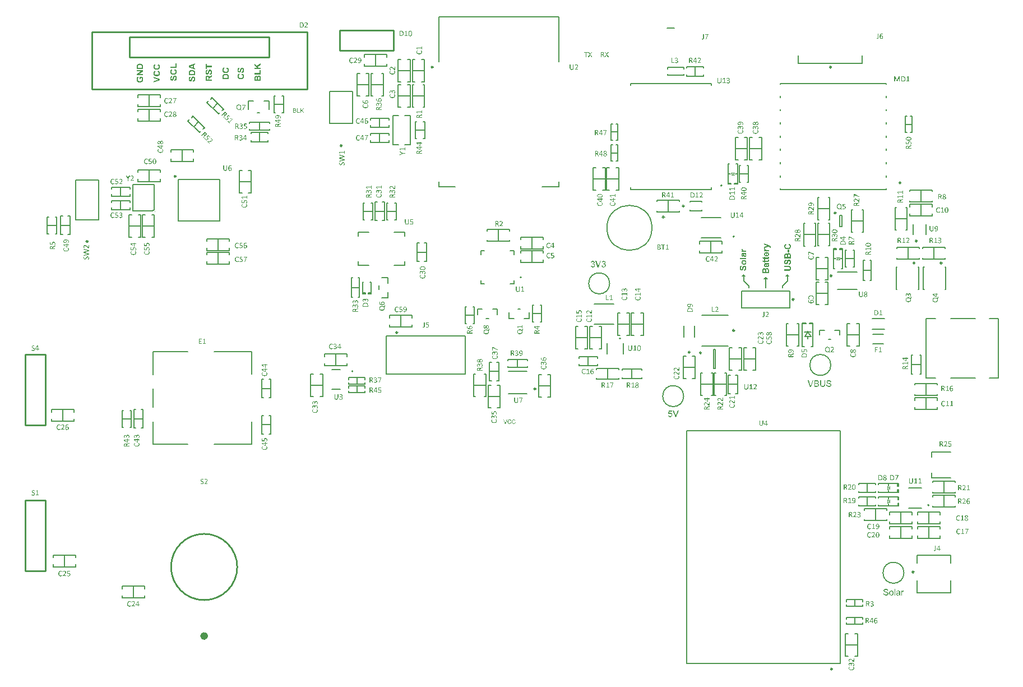
<source format=gto>
G04*
G04 #@! TF.GenerationSoftware,Altium Limited,Altium Designer,24.9.1 (31)*
G04*
G04 Layer_Color=65535*
%FSLAX44Y44*%
%MOMM*%
G71*
G04*
G04 #@! TF.SameCoordinates,A601D634-93CA-4805-8520-E3EE879C7AED*
G04*
G04*
G04 #@! TF.FilePolarity,Positive*
G04*
G01*
G75*
%ADD10C,0.1270*%
%ADD11C,0.2500*%
%ADD12C,0.1600*%
%ADD13C,0.2540*%
%ADD14C,0.8000*%
%ADD15C,0.2000*%
%ADD16C,0.1000*%
%ADD17C,0.1524*%
%ADD18C,0.1500*%
G36*
X1120140Y612140D02*
X1116330Y608330D01*
X1123950D01*
X1120140Y612140D01*
D02*
G37*
G36*
X1153160Y608330D02*
X1149350Y604520D01*
X1156970D01*
X1153160Y608330D01*
D02*
G37*
G36*
X1186180Y612140D02*
X1182370Y608330D01*
X1189990D01*
X1186180Y612140D01*
D02*
G37*
G36*
X390664Y927980D02*
X386157Y925331D01*
X387766Y923764D01*
X390664D01*
Y921822D01*
X381067D01*
Y923764D01*
X385339D01*
X381067Y927703D01*
Y930310D01*
X384812Y926676D01*
X390664Y930490D01*
Y927980D01*
D02*
G37*
G36*
Y913668D02*
X381136D01*
Y915609D01*
X389041D01*
Y920435D01*
X390664D01*
Y913668D01*
D02*
G37*
G36*
X388126Y911962D02*
X388293Y911934D01*
X388487Y911907D01*
X388708Y911851D01*
X388930Y911768D01*
X389166Y911671D01*
X389194Y911657D01*
X389263Y911615D01*
X389374Y911546D01*
X389513Y911449D01*
X389679Y911338D01*
X389832Y911185D01*
X389998Y911033D01*
X390151Y910839D01*
X390165Y910811D01*
X390206Y910742D01*
X390276Y910631D01*
X390345Y910478D01*
X390428Y910284D01*
X390498Y910062D01*
X390567Y909812D01*
X390608Y909535D01*
Y909480D01*
X390622Y909424D01*
Y909285D01*
X390636Y909188D01*
Y908925D01*
X390650Y908758D01*
Y908342D01*
X390664Y908107D01*
Y903946D01*
X381067D01*
Y908162D01*
X381081Y908412D01*
X381095Y908689D01*
X381109Y908966D01*
X381136Y909230D01*
X381164Y909466D01*
Y909493D01*
X381178Y909563D01*
X381206Y909660D01*
X381247Y909799D01*
X381303Y909951D01*
X381372Y910117D01*
X381455Y910298D01*
X381566Y910464D01*
X381580Y910478D01*
X381622Y910534D01*
X381691Y910617D01*
X381774Y910728D01*
X381899Y910839D01*
X382038Y910963D01*
X382190Y911088D01*
X382371Y911199D01*
X382398Y911213D01*
X382454Y911241D01*
X382565Y911296D01*
X382704Y911352D01*
X382870Y911407D01*
X383050Y911463D01*
X383272Y911490D01*
X383494Y911504D01*
X383508D01*
X383522D01*
X383605D01*
X383730Y911490D01*
X383896Y911463D01*
X384090Y911407D01*
X384298Y911352D01*
X384506Y911255D01*
X384728Y911130D01*
X384756Y911116D01*
X384825Y911060D01*
X384922Y910977D01*
X385047Y910880D01*
X385172Y910742D01*
X385325Y910575D01*
X385449Y910381D01*
X385574Y910159D01*
Y910173D01*
X385588Y910201D01*
X385602Y910242D01*
X385616Y910298D01*
X385685Y910464D01*
X385782Y910658D01*
X385893Y910866D01*
X386046Y911102D01*
X386226Y911310D01*
X386448Y911504D01*
X386476Y911518D01*
X386559Y911574D01*
X386684Y911657D01*
X386850Y911740D01*
X387072Y911823D01*
X387308Y911907D01*
X387585Y911962D01*
X387890Y911976D01*
X387904D01*
X387918D01*
X388001D01*
X388126Y911962D01*
D02*
G37*
G36*
X362504Y923794D02*
X362601Y923780D01*
X362795Y923752D01*
X363045Y923697D01*
X363308Y923614D01*
X363572Y923489D01*
X363849Y923336D01*
X363863D01*
X363877Y923308D01*
X363960Y923253D01*
X364099Y923142D01*
X364252Y923003D01*
X364432Y922823D01*
X364598Y922587D01*
X364765Y922338D01*
X364917Y922032D01*
Y922019D01*
X364931Y921991D01*
X364945Y921949D01*
X364973Y921880D01*
X365000Y921797D01*
X365028Y921700D01*
X365056Y921589D01*
X365084Y921464D01*
X365125Y921311D01*
X365153Y921159D01*
X365209Y920798D01*
X365250Y920396D01*
X365264Y919952D01*
Y919772D01*
X365250Y919647D01*
X365236Y919495D01*
X365222Y919328D01*
X365195Y919134D01*
X365153Y918926D01*
X365056Y918468D01*
X364987Y918233D01*
X364917Y918011D01*
X364820Y917775D01*
X364709Y917553D01*
X364584Y917345D01*
X364432Y917151D01*
X364418Y917137D01*
X364390Y917109D01*
X364349Y917054D01*
X364279Y916998D01*
X364182Y916915D01*
X364071Y916832D01*
X363946Y916735D01*
X363808Y916638D01*
X363641Y916541D01*
X363461Y916443D01*
X363253Y916347D01*
X363031Y916249D01*
X362795Y916180D01*
X362532Y916097D01*
X362254Y916041D01*
X361963Y916000D01*
X361783Y917886D01*
X361797D01*
X361825Y917900D01*
X361880D01*
X361936Y917914D01*
X362102Y917969D01*
X362310Y918038D01*
X362546Y918122D01*
X362781Y918246D01*
X362990Y918385D01*
X363184Y918565D01*
X363198Y918593D01*
X363253Y918662D01*
X363322Y918773D01*
X363406Y918940D01*
X363489Y919148D01*
X363558Y919384D01*
X363614Y919661D01*
X363628Y919980D01*
Y920133D01*
X363600Y920299D01*
X363572Y920507D01*
X363530Y920729D01*
X363461Y920965D01*
X363364Y921187D01*
X363239Y921381D01*
X363225Y921408D01*
X363170Y921464D01*
X363087Y921533D01*
X362976Y921630D01*
X362837Y921713D01*
X362671Y921797D01*
X362504Y921852D01*
X362310Y921866D01*
X362296D01*
X362254D01*
X362185Y921852D01*
X362102Y921838D01*
X362019Y921811D01*
X361922Y921783D01*
X361825Y921727D01*
X361727Y921658D01*
X361714Y921644D01*
X361686Y921616D01*
X361644Y921575D01*
X361589Y921506D01*
X361520Y921408D01*
X361450Y921284D01*
X361381Y921145D01*
X361311Y920965D01*
Y920951D01*
X361284Y920895D01*
X361256Y920798D01*
X361228Y920729D01*
X361214Y920646D01*
X361187Y920549D01*
X361145Y920438D01*
X361117Y920313D01*
X361076Y920174D01*
X361034Y920008D01*
X360993Y919827D01*
X360937Y919633D01*
X360882Y919411D01*
Y919398D01*
X360868Y919342D01*
X360840Y919259D01*
X360812Y919162D01*
X360771Y919037D01*
X360729Y918884D01*
X360673Y918732D01*
X360618Y918551D01*
X360479Y918191D01*
X360313Y917844D01*
X360230Y917664D01*
X360133Y917511D01*
X360036Y917359D01*
X359939Y917234D01*
X359925Y917220D01*
X359897Y917192D01*
X359855Y917151D01*
X359800Y917095D01*
X359717Y917026D01*
X359619Y916957D01*
X359522Y916873D01*
X359398Y916804D01*
X359106Y916638D01*
X358774Y916499D01*
X358593Y916443D01*
X358413Y916402D01*
X358205Y916374D01*
X357997Y916360D01*
X357983D01*
X357969D01*
X357928D01*
X357872D01*
X357733Y916388D01*
X357553Y916416D01*
X357345Y916457D01*
X357109Y916527D01*
X356860Y916624D01*
X356624Y916762D01*
X356610D01*
X356596Y916776D01*
X356513Y916846D01*
X356402Y916929D01*
X356263Y917068D01*
X356111Y917234D01*
X355944Y917442D01*
X355792Y917678D01*
X355653Y917955D01*
Y917969D01*
X355639Y917997D01*
X355625Y918038D01*
X355598Y918094D01*
X355570Y918177D01*
X355542Y918260D01*
X355514Y918371D01*
X355473Y918496D01*
X355417Y918773D01*
X355362Y919092D01*
X355320Y919453D01*
X355307Y919855D01*
Y920022D01*
X355320Y920146D01*
X355334Y920299D01*
X355348Y920479D01*
X355376Y920659D01*
X355404Y920868D01*
X355501Y921311D01*
X355570Y921533D01*
X355639Y921755D01*
X355736Y921977D01*
X355847Y922185D01*
X355972Y922379D01*
X356111Y922560D01*
X356125Y922573D01*
X356152Y922601D01*
X356194Y922643D01*
X356250Y922698D01*
X356333Y922767D01*
X356430Y922851D01*
X356541Y922934D01*
X356666Y923031D01*
X356818Y923114D01*
X356971Y923197D01*
X357151Y923281D01*
X357345Y923350D01*
X357539Y923419D01*
X357761Y923475D01*
X357983Y923516D01*
X358233Y923530D01*
X358302Y921589D01*
X358288D01*
X358274D01*
X358177Y921561D01*
X358052Y921533D01*
X357900Y921478D01*
X357720Y921408D01*
X357553Y921311D01*
X357387Y921187D01*
X357248Y921048D01*
X357234Y921034D01*
X357193Y920978D01*
X357137Y920881D01*
X357082Y920743D01*
X357026Y920576D01*
X356971Y920368D01*
X356929Y920119D01*
X356915Y919827D01*
Y919689D01*
X356929Y919536D01*
X356957Y919356D01*
X356998Y919148D01*
X357068Y918926D01*
X357151Y918718D01*
X357276Y918524D01*
X357290Y918510D01*
X357317Y918482D01*
X357359Y918427D01*
X357428Y918371D01*
X357511Y918316D01*
X357622Y918260D01*
X357733Y918233D01*
X357872Y918219D01*
X357886D01*
X357928D01*
X357997Y918233D01*
X358066Y918260D01*
X358163Y918288D01*
X358260Y918330D01*
X358358Y918399D01*
X358455Y918496D01*
X358468Y918510D01*
X358510Y918579D01*
X358538Y918621D01*
X358565Y918690D01*
X358607Y918760D01*
X358649Y918857D01*
X358690Y918968D01*
X358746Y919092D01*
X358801Y919245D01*
X358857Y919398D01*
X358912Y919592D01*
X358968Y919800D01*
X359023Y920022D01*
X359092Y920271D01*
Y920285D01*
X359106Y920341D01*
X359120Y920410D01*
X359148Y920507D01*
X359176Y920618D01*
X359217Y920757D01*
X359259Y920909D01*
X359301Y921062D01*
X359412Y921395D01*
X359522Y921741D01*
X359647Y922074D01*
X359717Y922213D01*
X359786Y922352D01*
Y922365D01*
X359800Y922379D01*
X359855Y922462D01*
X359939Y922587D01*
X360049Y922740D01*
X360188Y922906D01*
X360354Y923086D01*
X360549Y923267D01*
X360771Y923419D01*
X360798Y923433D01*
X360882Y923475D01*
X361006Y923544D01*
X361187Y923614D01*
X361409Y923683D01*
X361672Y923752D01*
X361963Y923794D01*
X362296Y923808D01*
X362310D01*
X362338D01*
X362379D01*
X362435D01*
X362504Y923794D01*
D02*
G37*
G36*
X362213Y914821D02*
X362296Y914793D01*
X362407Y914752D01*
X362532Y914696D01*
X362684Y914641D01*
X362851Y914571D01*
X363031Y914488D01*
X363406Y914294D01*
X363794Y914044D01*
X364168Y913739D01*
X364335Y913573D01*
X364487Y913392D01*
X364501Y913379D01*
X364515Y913351D01*
X364557Y913295D01*
X364612Y913212D01*
X364668Y913115D01*
X364723Y912990D01*
X364792Y912852D01*
X364862Y912699D01*
X364945Y912519D01*
X365014Y912325D01*
X365070Y912117D01*
X365125Y911895D01*
X365181Y911659D01*
X365222Y911395D01*
X365236Y911132D01*
X365250Y910841D01*
Y910758D01*
X365236Y910660D01*
X365222Y910522D01*
X365209Y910369D01*
X365181Y910175D01*
X365139Y909967D01*
X365084Y909731D01*
X365014Y909495D01*
X364931Y909246D01*
X364820Y908982D01*
X364695Y908719D01*
X364557Y908455D01*
X364376Y908192D01*
X364182Y907942D01*
X363946Y907706D01*
X363933Y907693D01*
X363891Y907651D01*
X363808Y907596D01*
X363711Y907512D01*
X363572Y907429D01*
X363419Y907318D01*
X363225Y907207D01*
X363003Y907096D01*
X362768Y906985D01*
X362504Y906874D01*
X362199Y906763D01*
X361880Y906680D01*
X361547Y906597D01*
X361173Y906542D01*
X360784Y906500D01*
X360368Y906486D01*
X360354D01*
X360341D01*
X360257D01*
X360133Y906500D01*
X359966D01*
X359772Y906528D01*
X359536Y906555D01*
X359287Y906583D01*
X358995Y906639D01*
X358704Y906708D01*
X358399Y906791D01*
X358094Y906888D01*
X357775Y907013D01*
X357470Y907152D01*
X357179Y907318D01*
X356901Y907498D01*
X356638Y907720D01*
X356624Y907734D01*
X356582Y907776D01*
X356513Y907845D01*
X356430Y907942D01*
X356333Y908067D01*
X356222Y908220D01*
X356097Y908386D01*
X355972Y908594D01*
X355847Y908816D01*
X355723Y909052D01*
X355612Y909329D01*
X355514Y909606D01*
X355431Y909925D01*
X355362Y910244D01*
X355320Y910605D01*
X355307Y910965D01*
Y911132D01*
X355320Y911257D01*
X355334Y911409D01*
X355362Y911576D01*
X355390Y911770D01*
X355431Y911978D01*
X355487Y912200D01*
X355556Y912436D01*
X355639Y912671D01*
X355750Y912921D01*
X355861Y913157D01*
X356000Y913379D01*
X356166Y913614D01*
X356347Y913822D01*
Y913836D01*
X356374Y913850D01*
X356416Y913892D01*
X356457Y913933D01*
X356527Y913989D01*
X356610Y914044D01*
X356804Y914197D01*
X357054Y914349D01*
X357359Y914516D01*
X357706Y914668D01*
X358108Y914807D01*
X358565Y912893D01*
X358552D01*
X358538Y912879D01*
X358496D01*
X358441Y912852D01*
X358316Y912810D01*
X358149Y912741D01*
X357955Y912644D01*
X357761Y912519D01*
X357567Y912352D01*
X357401Y912172D01*
X357387Y912144D01*
X357331Y912075D01*
X357262Y911964D01*
X357179Y911812D01*
X357095Y911617D01*
X357026Y911395D01*
X356971Y911146D01*
X356957Y910868D01*
Y910771D01*
X356971Y910688D01*
X356984Y910605D01*
X356998Y910494D01*
X357054Y910258D01*
X357151Y909981D01*
X357290Y909690D01*
X357373Y909537D01*
X357470Y909398D01*
X357595Y909260D01*
X357733Y909135D01*
X357747D01*
X357775Y909107D01*
X357817Y909079D01*
X357886Y909038D01*
X357969Y908982D01*
X358066Y908927D01*
X358191Y908871D01*
X358330Y908816D01*
X358496Y908747D01*
X358676Y908691D01*
X358885Y908636D01*
X359106Y908580D01*
X359356Y908539D01*
X359619Y908511D01*
X359911Y908497D01*
X360230Y908483D01*
X360244D01*
X360313D01*
X360410D01*
X360521Y908497D01*
X360673D01*
X360854Y908525D01*
X361034Y908539D01*
X361242Y908566D01*
X361672Y908650D01*
X362102Y908760D01*
X362310Y908830D01*
X362504Y908927D01*
X362684Y909024D01*
X362837Y909135D01*
X362851Y909149D01*
X362865Y909163D01*
X362906Y909204D01*
X362962Y909260D01*
X363073Y909398D01*
X363211Y909593D01*
X363364Y909828D01*
X363475Y910119D01*
X363572Y910452D01*
X363586Y910633D01*
X363600Y910827D01*
Y910896D01*
X363586Y910952D01*
X363572Y911104D01*
X363544Y911284D01*
X363475Y911479D01*
X363392Y911701D01*
X363281Y911922D01*
X363114Y912144D01*
X363087Y912172D01*
X363017Y912241D01*
X362906Y912338D01*
X362740Y912449D01*
X362518Y912588D01*
X362254Y912713D01*
X361936Y912838D01*
X361561Y912949D01*
X362144Y914835D01*
X362157D01*
X362213Y914821D01*
D02*
G37*
G36*
X339367Y924154D02*
X339450Y924127D01*
X339561Y924085D01*
X339686Y924029D01*
X339838Y923974D01*
X340005Y923905D01*
X340185Y923821D01*
X340560Y923627D01*
X340948Y923378D01*
X341322Y923073D01*
X341489Y922906D01*
X341641Y922726D01*
X341655Y922712D01*
X341669Y922684D01*
X341711Y922629D01*
X341766Y922546D01*
X341822Y922449D01*
X341877Y922324D01*
X341946Y922185D01*
X342016Y922032D01*
X342099Y921852D01*
X342168Y921658D01*
X342224Y921450D01*
X342279Y921228D01*
X342335Y920992D01*
X342376Y920729D01*
X342390Y920465D01*
X342404Y920174D01*
Y920091D01*
X342390Y919994D01*
X342376Y919855D01*
X342362Y919703D01*
X342335Y919508D01*
X342293Y919300D01*
X342238Y919065D01*
X342168Y918829D01*
X342085Y918579D01*
X341974Y918316D01*
X341849Y918052D01*
X341711Y917789D01*
X341530Y917525D01*
X341336Y917276D01*
X341100Y917040D01*
X341087Y917026D01*
X341045Y916984D01*
X340962Y916929D01*
X340865Y916846D01*
X340726Y916762D01*
X340573Y916652D01*
X340379Y916541D01*
X340157Y916430D01*
X339921Y916319D01*
X339658Y916208D01*
X339353Y916097D01*
X339034Y916014D01*
X338701Y915930D01*
X338327Y915875D01*
X337938Y915833D01*
X337522Y915819D01*
X337508D01*
X337495D01*
X337411D01*
X337286Y915833D01*
X337120D01*
X336926Y915861D01*
X336690Y915889D01*
X336441Y915917D01*
X336149Y915972D01*
X335858Y916041D01*
X335553Y916125D01*
X335248Y916222D01*
X334929Y916347D01*
X334624Y916485D01*
X334333Y916652D01*
X334055Y916832D01*
X333792Y917054D01*
X333778Y917068D01*
X333736Y917109D01*
X333667Y917179D01*
X333584Y917276D01*
X333487Y917401D01*
X333376Y917553D01*
X333251Y917719D01*
X333126Y917927D01*
X333001Y918149D01*
X332876Y918385D01*
X332765Y918662D01*
X332668Y918940D01*
X332585Y919259D01*
X332516Y919578D01*
X332474Y919938D01*
X332460Y920299D01*
Y920465D01*
X332474Y920590D01*
X332488Y920743D01*
X332516Y920909D01*
X332543Y921103D01*
X332585Y921311D01*
X332641Y921533D01*
X332710Y921769D01*
X332793Y922005D01*
X332904Y922254D01*
X333015Y922490D01*
X333154Y922712D01*
X333320Y922948D01*
X333501Y923156D01*
Y923170D01*
X333528Y923184D01*
X333570Y923225D01*
X333611Y923267D01*
X333681Y923322D01*
X333764Y923378D01*
X333958Y923530D01*
X334208Y923683D01*
X334513Y923849D01*
X334860Y924002D01*
X335262Y924140D01*
X335719Y922227D01*
X335705D01*
X335692Y922213D01*
X335650D01*
X335595Y922185D01*
X335470Y922143D01*
X335303Y922074D01*
X335109Y921977D01*
X334915Y921852D01*
X334721Y921686D01*
X334554Y921506D01*
X334541Y921478D01*
X334485Y921408D01*
X334416Y921298D01*
X334333Y921145D01*
X334249Y920951D01*
X334180Y920729D01*
X334124Y920479D01*
X334111Y920202D01*
Y920105D01*
X334124Y920022D01*
X334138Y919938D01*
X334152Y919827D01*
X334208Y919592D01*
X334305Y919314D01*
X334444Y919023D01*
X334527Y918870D01*
X334624Y918732D01*
X334749Y918593D01*
X334887Y918468D01*
X334901D01*
X334929Y918441D01*
X334971Y918413D01*
X335040Y918371D01*
X335123Y918316D01*
X335220Y918260D01*
X335345Y918205D01*
X335484Y918149D01*
X335650Y918080D01*
X335830Y918025D01*
X336038Y917969D01*
X336260Y917914D01*
X336510Y917872D01*
X336773Y917844D01*
X337065Y917830D01*
X337384Y917816D01*
X337397D01*
X337467D01*
X337564D01*
X337675Y917830D01*
X337827D01*
X338008Y917858D01*
X338188Y917872D01*
X338396Y917900D01*
X338826Y917983D01*
X339256Y918094D01*
X339464Y918163D01*
X339658Y918260D01*
X339838Y918357D01*
X339991Y918468D01*
X340005Y918482D01*
X340019Y918496D01*
X340060Y918538D01*
X340116Y918593D01*
X340227Y918732D01*
X340365Y918926D01*
X340518Y919162D01*
X340629Y919453D01*
X340726Y919786D01*
X340740Y919966D01*
X340754Y920160D01*
Y920230D01*
X340740Y920285D01*
X340726Y920438D01*
X340698Y920618D01*
X340629Y920812D01*
X340546Y921034D01*
X340435Y921256D01*
X340268Y921478D01*
X340241Y921506D01*
X340171Y921575D01*
X340060Y921672D01*
X339894Y921783D01*
X339672Y921921D01*
X339408Y922046D01*
X339089Y922171D01*
X338715Y922282D01*
X339297Y924168D01*
X339311D01*
X339367Y924154D01*
D02*
G37*
G36*
X337841Y914502D02*
X337952D01*
X338091Y914488D01*
X338243Y914474D01*
X338562Y914446D01*
X338895Y914391D01*
X339242Y914308D01*
X339575Y914211D01*
X339589D01*
X339616Y914197D01*
X339672Y914169D01*
X339755Y914141D01*
X339838Y914114D01*
X339935Y914058D01*
X340185Y913947D01*
X340448Y913809D01*
X340740Y913628D01*
X341017Y913420D01*
X341281Y913185D01*
X341308Y913157D01*
X341364Y913087D01*
X341447Y912976D01*
X341558Y912824D01*
X341683Y912630D01*
X341808Y912408D01*
X341932Y912131D01*
X342043Y911825D01*
Y911812D01*
X342057Y911798D01*
Y911756D01*
X342071Y911714D01*
X342099Y911562D01*
X342141Y911368D01*
X342182Y911132D01*
X342210Y910841D01*
X342224Y910494D01*
X342238Y910119D01*
Y906486D01*
X332641D01*
Y910314D01*
X332654Y910425D01*
X332668Y910688D01*
X332682Y910979D01*
X332724Y911284D01*
X332765Y911576D01*
X332835Y911839D01*
Y911853D01*
X332849Y911881D01*
X332863Y911922D01*
X332876Y911978D01*
X332946Y912144D01*
X333043Y912338D01*
X333168Y912560D01*
X333320Y912810D01*
X333501Y913046D01*
X333722Y913281D01*
Y913295D01*
X333750Y913309D01*
X333833Y913379D01*
X333972Y913490D01*
X334152Y913614D01*
X334374Y913767D01*
X334638Y913920D01*
X334943Y914072D01*
X335276Y914197D01*
X335289D01*
X335317Y914211D01*
X335373Y914225D01*
X335442Y914252D01*
X335525Y914266D01*
X335636Y914294D01*
X335761Y914322D01*
X335900Y914363D01*
X336052Y914391D01*
X336232Y914419D01*
X336413Y914446D01*
X336621Y914460D01*
X337051Y914502D01*
X337536Y914516D01*
X337550D01*
X337592D01*
X337647D01*
X337730D01*
X337841Y914502D01*
D02*
G37*
G36*
X308849Y926676D02*
X316824D01*
Y924735D01*
X308849D01*
Y921892D01*
X307227D01*
Y929505D01*
X308849D01*
Y926676D01*
D02*
G37*
G36*
X314244Y920907D02*
X314341Y920893D01*
X314535Y920865D01*
X314785Y920810D01*
X315049Y920727D01*
X315312Y920602D01*
X315589Y920449D01*
X315603D01*
X315617Y920422D01*
X315700Y920366D01*
X315839Y920255D01*
X315992Y920117D01*
X316172Y919936D01*
X316338Y919700D01*
X316505Y919451D01*
X316657Y919146D01*
Y919132D01*
X316671Y919104D01*
X316685Y919063D01*
X316713Y918993D01*
X316740Y918910D01*
X316768Y918813D01*
X316796Y918702D01*
X316824Y918577D01*
X316865Y918425D01*
X316893Y918272D01*
X316949Y917912D01*
X316990Y917509D01*
X317004Y917066D01*
Y916885D01*
X316990Y916760D01*
X316976Y916608D01*
X316962Y916441D01*
X316935Y916247D01*
X316893Y916039D01*
X316796Y915582D01*
X316727Y915346D01*
X316657Y915124D01*
X316560Y914888D01*
X316449Y914666D01*
X316324Y914458D01*
X316172Y914264D01*
X316158Y914250D01*
X316130Y914222D01*
X316089Y914167D01*
X316019Y914112D01*
X315922Y914028D01*
X315811Y913945D01*
X315686Y913848D01*
X315548Y913751D01*
X315381Y913654D01*
X315201Y913557D01*
X314993Y913460D01*
X314771Y913363D01*
X314535Y913293D01*
X314272Y913210D01*
X313995Y913155D01*
X313703Y913113D01*
X313523Y914999D01*
X313537D01*
X313565Y915013D01*
X313620D01*
X313675Y915027D01*
X313842Y915082D01*
X314050Y915152D01*
X314286Y915235D01*
X314522Y915360D01*
X314729Y915498D01*
X314924Y915679D01*
X314938Y915706D01*
X314993Y915776D01*
X315062Y915887D01*
X315146Y916053D01*
X315229Y916261D01*
X315298Y916497D01*
X315354Y916774D01*
X315368Y917093D01*
Y917246D01*
X315340Y917412D01*
X315312Y917620D01*
X315270Y917842D01*
X315201Y918078D01*
X315104Y918300D01*
X314979Y918494D01*
X314965Y918522D01*
X314910Y918577D01*
X314827Y918646D01*
X314716Y918744D01*
X314577Y918827D01*
X314411Y918910D01*
X314244Y918966D01*
X314050Y918979D01*
X314036D01*
X313995D01*
X313925Y918966D01*
X313842Y918952D01*
X313759Y918924D01*
X313662Y918896D01*
X313565Y918841D01*
X313468Y918771D01*
X313454Y918757D01*
X313426Y918730D01*
X313384Y918688D01*
X313329Y918619D01*
X313260Y918522D01*
X313190Y918397D01*
X313121Y918258D01*
X313051Y918078D01*
Y918064D01*
X313024Y918009D01*
X312996Y917912D01*
X312968Y917842D01*
X312954Y917759D01*
X312927Y917662D01*
X312885Y917551D01*
X312857Y917426D01*
X312816Y917287D01*
X312774Y917121D01*
X312733Y916941D01*
X312677Y916747D01*
X312621Y916525D01*
Y916511D01*
X312608Y916455D01*
X312580Y916372D01*
X312552Y916275D01*
X312511Y916150D01*
X312469Y915998D01*
X312414Y915845D01*
X312358Y915665D01*
X312219Y915304D01*
X312053Y914958D01*
X311970Y914777D01*
X311873Y914625D01*
X311776Y914472D01*
X311679Y914347D01*
X311665Y914333D01*
X311637Y914306D01*
X311595Y914264D01*
X311540Y914209D01*
X311457Y914139D01*
X311360Y914070D01*
X311262Y913987D01*
X311138Y913917D01*
X310846Y913751D01*
X310514Y913612D01*
X310333Y913557D01*
X310153Y913515D01*
X309945Y913487D01*
X309737Y913474D01*
X309723D01*
X309709D01*
X309668D01*
X309612D01*
X309473Y913501D01*
X309293Y913529D01*
X309085Y913571D01*
X308849Y913640D01*
X308600Y913737D01*
X308364Y913876D01*
X308350D01*
X308336Y913890D01*
X308253Y913959D01*
X308142Y914042D01*
X308003Y914181D01*
X307851Y914347D01*
X307684Y914555D01*
X307532Y914791D01*
X307393Y915069D01*
Y915082D01*
X307379Y915110D01*
X307365Y915152D01*
X307338Y915207D01*
X307310Y915290D01*
X307282Y915374D01*
X307255Y915484D01*
X307213Y915609D01*
X307157Y915887D01*
X307102Y916206D01*
X307060Y916566D01*
X307047Y916968D01*
Y917135D01*
X307060Y917260D01*
X307074Y917412D01*
X307088Y917592D01*
X307116Y917773D01*
X307143Y917981D01*
X307241Y918425D01*
X307310Y918646D01*
X307379Y918868D01*
X307476Y919090D01*
X307587Y919298D01*
X307712Y919492D01*
X307851Y919673D01*
X307865Y919687D01*
X307892Y919714D01*
X307934Y919756D01*
X307990Y919811D01*
X308073Y919881D01*
X308170Y919964D01*
X308281Y920047D01*
X308406Y920144D01*
X308558Y920228D01*
X308711Y920311D01*
X308891Y920394D01*
X309085Y920463D01*
X309279Y920533D01*
X309501Y920588D01*
X309723Y920630D01*
X309973Y920644D01*
X310042Y918702D01*
X310028D01*
X310014D01*
X309917Y918674D01*
X309792Y918646D01*
X309640Y918591D01*
X309460Y918522D01*
X309293Y918425D01*
X309127Y918300D01*
X308988Y918161D01*
X308974Y918147D01*
X308933Y918092D01*
X308877Y917995D01*
X308822Y917856D01*
X308766Y917690D01*
X308711Y917482D01*
X308669Y917232D01*
X308655Y916941D01*
Y916802D01*
X308669Y916649D01*
X308697Y916469D01*
X308738Y916261D01*
X308808Y916039D01*
X308891Y915831D01*
X309016Y915637D01*
X309030Y915623D01*
X309057Y915595D01*
X309099Y915540D01*
X309168Y915484D01*
X309251Y915429D01*
X309363Y915374D01*
X309473Y915346D01*
X309612Y915332D01*
X309626D01*
X309668D01*
X309737Y915346D01*
X309806Y915374D01*
X309903Y915401D01*
X310000Y915443D01*
X310098Y915512D01*
X310195Y915609D01*
X310208Y915623D01*
X310250Y915693D01*
X310278Y915734D01*
X310306Y915804D01*
X310347Y915873D01*
X310389Y915970D01*
X310430Y916081D01*
X310486Y916206D01*
X310541Y916358D01*
X310597Y916511D01*
X310652Y916705D01*
X310708Y916913D01*
X310763Y917135D01*
X310833Y917384D01*
Y917398D01*
X310846Y917454D01*
X310860Y917523D01*
X310888Y917620D01*
X310916Y917731D01*
X310957Y917870D01*
X310999Y918022D01*
X311041Y918175D01*
X311152Y918508D01*
X311262Y918855D01*
X311387Y919187D01*
X311457Y919326D01*
X311526Y919465D01*
Y919479D01*
X311540Y919492D01*
X311595Y919576D01*
X311679Y919700D01*
X311789Y919853D01*
X311928Y920020D01*
X312094Y920200D01*
X312289Y920380D01*
X312511Y920533D01*
X312538Y920546D01*
X312621Y920588D01*
X312746Y920657D01*
X312927Y920727D01*
X313148Y920796D01*
X313412Y920865D01*
X313703Y920907D01*
X314036Y920921D01*
X314050D01*
X314078D01*
X314119D01*
X314175D01*
X314244Y920907D01*
D02*
G37*
G36*
X316824Y910242D02*
X314743Y908855D01*
X314729Y908842D01*
X314688Y908828D01*
X314632Y908786D01*
X314563Y908731D01*
X314480Y908675D01*
X314369Y908606D01*
X314147Y908453D01*
X313897Y908273D01*
X313675Y908107D01*
X313468Y907954D01*
X313398Y907885D01*
X313329Y907829D01*
X313315Y907815D01*
X313287Y907788D01*
X313232Y907732D01*
X313162Y907663D01*
X313107Y907566D01*
X313038Y907469D01*
X312982Y907358D01*
X312927Y907247D01*
Y907233D01*
X312913Y907191D01*
X312885Y907122D01*
X312871Y907011D01*
X312843Y906872D01*
X312830Y906706D01*
X312816Y906512D01*
Y905888D01*
X316824D01*
Y903946D01*
X307227D01*
Y908273D01*
X307241Y908398D01*
Y908550D01*
X307255Y908703D01*
Y908883D01*
X307296Y909244D01*
X307338Y909618D01*
X307407Y909965D01*
X307449Y910117D01*
X307490Y910256D01*
Y910270D01*
X307504Y910284D01*
X307546Y910367D01*
X307615Y910492D01*
X307698Y910658D01*
X307837Y910839D01*
X307990Y911019D01*
X308184Y911199D01*
X308419Y911366D01*
X308433D01*
X308447Y911379D01*
X308489Y911407D01*
X308530Y911435D01*
X308669Y911504D01*
X308849Y911588D01*
X309071Y911657D01*
X309321Y911726D01*
X309612Y911782D01*
X309917Y911796D01*
X309931D01*
X309959D01*
X310028D01*
X310098Y911782D01*
X310195D01*
X310292Y911768D01*
X310541Y911712D01*
X310833Y911643D01*
X311124Y911532D01*
X311429Y911366D01*
X311568Y911268D01*
X311706Y911158D01*
X311720Y911144D01*
X311734Y911130D01*
X311776Y911088D01*
X311817Y911033D01*
X311873Y910977D01*
X311942Y910894D01*
X312011Y910797D01*
X312081Y910686D01*
X312164Y910561D01*
X312233Y910409D01*
X312303Y910256D01*
X312372Y910090D01*
X312441Y909896D01*
X312497Y909701D01*
X312552Y909493D01*
X312594Y909258D01*
Y909271D01*
X312608Y909285D01*
X312663Y909369D01*
X312733Y909480D01*
X312830Y909618D01*
X312954Y909785D01*
X313079Y909951D01*
X313232Y910131D01*
X313398Y910284D01*
X313412Y910298D01*
X313481Y910367D01*
X313592Y910450D01*
X313759Y910575D01*
X313967Y910742D01*
X314105Y910825D01*
X314244Y910922D01*
X314397Y911033D01*
X314563Y911144D01*
X314757Y911268D01*
X314951Y911393D01*
X316824Y912572D01*
Y910242D01*
D02*
G37*
G36*
X291424Y928360D02*
X289246Y927528D01*
Y923673D01*
X291424Y922882D01*
Y920830D01*
X281827Y924547D01*
Y926599D01*
X291424Y930454D01*
Y928360D01*
D02*
G37*
G36*
X287027Y920150D02*
X287138D01*
X287277Y920136D01*
X287430Y920123D01*
X287749Y920095D01*
X288081Y920039D01*
X288428Y919956D01*
X288761Y919859D01*
X288775D01*
X288803Y919845D01*
X288858Y919817D01*
X288941Y919790D01*
X289024Y919762D01*
X289121Y919706D01*
X289371Y919595D01*
X289635Y919457D01*
X289926Y919277D01*
X290203Y919069D01*
X290467Y918833D01*
X290494Y918805D01*
X290550Y918736D01*
X290633Y918625D01*
X290744Y918472D01*
X290869Y918278D01*
X290994Y918056D01*
X291119Y917779D01*
X291229Y917474D01*
Y917460D01*
X291243Y917446D01*
Y917404D01*
X291257Y917363D01*
X291285Y917210D01*
X291327Y917016D01*
X291368Y916780D01*
X291396Y916489D01*
X291410Y916142D01*
X291424Y915768D01*
Y912134D01*
X281827D01*
Y915962D01*
X281841Y916073D01*
X281854Y916336D01*
X281868Y916628D01*
X281910Y916933D01*
X281952Y917224D01*
X282021Y917487D01*
Y917501D01*
X282035Y917529D01*
X282049Y917571D01*
X282062Y917626D01*
X282132Y917793D01*
X282229Y917987D01*
X282354Y918209D01*
X282506Y918458D01*
X282687Y918694D01*
X282908Y918930D01*
Y918944D01*
X282936Y918958D01*
X283019Y919027D01*
X283158Y919138D01*
X283338Y919263D01*
X283560Y919415D01*
X283824Y919568D01*
X284129Y919720D01*
X284462Y919845D01*
X284476D01*
X284503Y919859D01*
X284559Y919873D01*
X284628Y919901D01*
X284711Y919914D01*
X284822Y919942D01*
X284947Y919970D01*
X285086Y920012D01*
X285238Y920039D01*
X285419Y920067D01*
X285599Y920095D01*
X285807Y920109D01*
X286237Y920150D01*
X286722Y920164D01*
X286736D01*
X286778D01*
X286833D01*
X286916D01*
X287027Y920150D01*
D02*
G37*
G36*
X288844Y910470D02*
X288941Y910456D01*
X289135Y910428D01*
X289385Y910373D01*
X289648Y910290D01*
X289912Y910165D01*
X290189Y910012D01*
X290203D01*
X290217Y909985D01*
X290300Y909929D01*
X290439Y909818D01*
X290592Y909680D01*
X290772Y909499D01*
X290938Y909264D01*
X291105Y909014D01*
X291257Y908709D01*
Y908695D01*
X291271Y908667D01*
X291285Y908626D01*
X291313Y908556D01*
X291341Y908473D01*
X291368Y908376D01*
X291396Y908265D01*
X291424Y908140D01*
X291465Y907988D01*
X291493Y907835D01*
X291549Y907475D01*
X291590Y907072D01*
X291604Y906628D01*
Y906448D01*
X291590Y906323D01*
X291576Y906171D01*
X291562Y906004D01*
X291535Y905810D01*
X291493Y905602D01*
X291396Y905145D01*
X291327Y904909D01*
X291257Y904687D01*
X291160Y904451D01*
X291049Y904229D01*
X290924Y904021D01*
X290772Y903827D01*
X290758Y903813D01*
X290730Y903785D01*
X290689Y903730D01*
X290619Y903674D01*
X290522Y903591D01*
X290411Y903508D01*
X290287Y903411D01*
X290148Y903314D01*
X289981Y903217D01*
X289801Y903120D01*
X289593Y903023D01*
X289371Y902926D01*
X289135Y902856D01*
X288872Y902773D01*
X288594Y902718D01*
X288303Y902676D01*
X288123Y904562D01*
X288137D01*
X288165Y904576D01*
X288220D01*
X288276Y904590D01*
X288442Y904645D01*
X288650Y904715D01*
X288886Y904798D01*
X289121Y904923D01*
X289329Y905061D01*
X289524Y905242D01*
X289538Y905269D01*
X289593Y905339D01*
X289662Y905450D01*
X289746Y905616D01*
X289829Y905824D01*
X289898Y906060D01*
X289954Y906337D01*
X289967Y906656D01*
Y906809D01*
X289940Y906975D01*
X289912Y907183D01*
X289870Y907405D01*
X289801Y907641D01*
X289704Y907863D01*
X289579Y908057D01*
X289565Y908085D01*
X289510Y908140D01*
X289427Y908210D01*
X289316Y908307D01*
X289177Y908390D01*
X289011Y908473D01*
X288844Y908529D01*
X288650Y908542D01*
X288636D01*
X288594D01*
X288525Y908529D01*
X288442Y908515D01*
X288359Y908487D01*
X288262Y908459D01*
X288165Y908404D01*
X288067Y908334D01*
X288054Y908320D01*
X288026Y908293D01*
X287984Y908251D01*
X287929Y908182D01*
X287859Y908085D01*
X287790Y907960D01*
X287721Y907821D01*
X287652Y907641D01*
Y907627D01*
X287624Y907572D01*
X287596Y907475D01*
X287568Y907405D01*
X287554Y907322D01*
X287527Y907225D01*
X287485Y907114D01*
X287457Y906989D01*
X287416Y906850D01*
X287374Y906684D01*
X287332Y906504D01*
X287277Y906310D01*
X287222Y906088D01*
Y906074D01*
X287208Y906018D01*
X287180Y905935D01*
X287152Y905838D01*
X287111Y905713D01*
X287069Y905561D01*
X287013Y905408D01*
X286958Y905228D01*
X286819Y904867D01*
X286653Y904520D01*
X286570Y904340D01*
X286473Y904188D01*
X286376Y904035D01*
X286278Y903910D01*
X286265Y903896D01*
X286237Y903869D01*
X286195Y903827D01*
X286140Y903772D01*
X286057Y903702D01*
X285959Y903633D01*
X285862Y903550D01*
X285738Y903480D01*
X285446Y903314D01*
X285114Y903175D01*
X284933Y903120D01*
X284753Y903078D01*
X284545Y903051D01*
X284337Y903037D01*
X284323D01*
X284309D01*
X284268D01*
X284212D01*
X284073Y903064D01*
X283893Y903092D01*
X283685Y903134D01*
X283449Y903203D01*
X283200Y903300D01*
X282964Y903439D01*
X282950D01*
X282936Y903453D01*
X282853Y903522D01*
X282742Y903605D01*
X282603Y903744D01*
X282451Y903910D01*
X282284Y904118D01*
X282132Y904354D01*
X281993Y904632D01*
Y904645D01*
X281979Y904673D01*
X281965Y904715D01*
X281938Y904770D01*
X281910Y904853D01*
X281882Y904937D01*
X281854Y905048D01*
X281813Y905172D01*
X281757Y905450D01*
X281702Y905769D01*
X281660Y906129D01*
X281646Y906531D01*
Y906698D01*
X281660Y906823D01*
X281674Y906975D01*
X281688Y907156D01*
X281716Y907336D01*
X281744Y907544D01*
X281841Y907988D01*
X281910Y908210D01*
X281979Y908431D01*
X282076Y908653D01*
X282187Y908861D01*
X282312Y909055D01*
X282451Y909236D01*
X282465Y909250D01*
X282492Y909277D01*
X282534Y909319D01*
X282589Y909374D01*
X282673Y909444D01*
X282770Y909527D01*
X282881Y909610D01*
X283006Y909707D01*
X283158Y909790D01*
X283311Y909874D01*
X283491Y909957D01*
X283685Y910026D01*
X283879Y910096D01*
X284101Y910151D01*
X284323Y910193D01*
X284573Y910207D01*
X284642Y908265D01*
X284628D01*
X284614D01*
X284517Y908237D01*
X284392Y908210D01*
X284240Y908154D01*
X284060Y908085D01*
X283893Y907988D01*
X283727Y907863D01*
X283588Y907724D01*
X283574Y907710D01*
X283533Y907655D01*
X283477Y907558D01*
X283422Y907419D01*
X283366Y907253D01*
X283311Y907045D01*
X283269Y906795D01*
X283255Y906504D01*
Y906365D01*
X283269Y906212D01*
X283297Y906032D01*
X283338Y905824D01*
X283408Y905602D01*
X283491Y905394D01*
X283616Y905200D01*
X283630Y905186D01*
X283657Y905158D01*
X283699Y905103D01*
X283768Y905048D01*
X283852Y904992D01*
X283962Y904937D01*
X284073Y904909D01*
X284212Y904895D01*
X284226D01*
X284268D01*
X284337Y904909D01*
X284406Y904937D01*
X284503Y904964D01*
X284600Y905006D01*
X284697Y905075D01*
X284795Y905172D01*
X284808Y905186D01*
X284850Y905256D01*
X284878Y905297D01*
X284905Y905367D01*
X284947Y905436D01*
X284989Y905533D01*
X285030Y905644D01*
X285086Y905769D01*
X285141Y905921D01*
X285197Y906074D01*
X285252Y906268D01*
X285308Y906476D01*
X285363Y906698D01*
X285432Y906947D01*
Y906961D01*
X285446Y907017D01*
X285460Y907086D01*
X285488Y907183D01*
X285516Y907294D01*
X285557Y907433D01*
X285599Y907585D01*
X285641Y907738D01*
X285751Y908071D01*
X285862Y908418D01*
X285987Y908750D01*
X286057Y908889D01*
X286126Y909028D01*
Y909042D01*
X286140Y909055D01*
X286195Y909139D01*
X286278Y909264D01*
X286389Y909416D01*
X286528Y909583D01*
X286695Y909763D01*
X286889Y909943D01*
X287111Y910096D01*
X287138Y910109D01*
X287222Y910151D01*
X287346Y910220D01*
X287527Y910290D01*
X287749Y910359D01*
X288012Y910428D01*
X288303Y910470D01*
X288636Y910484D01*
X288650D01*
X288678D01*
X288719D01*
X288775D01*
X288844Y910470D01*
D02*
G37*
G36*
X263484Y923126D02*
X253956D01*
Y925068D01*
X261861D01*
Y929894D01*
X263484D01*
Y923126D01*
D02*
G37*
G36*
X260613Y921393D02*
X260696Y921365D01*
X260807Y921323D01*
X260932Y921268D01*
X261084Y921212D01*
X261251Y921143D01*
X261431Y921060D01*
X261806Y920865D01*
X262194Y920616D01*
X262568Y920311D01*
X262735Y920144D01*
X262887Y919964D01*
X262901Y919950D01*
X262915Y919922D01*
X262957Y919867D01*
X263012Y919784D01*
X263068Y919687D01*
X263123Y919562D01*
X263192Y919423D01*
X263262Y919271D01*
X263345Y919090D01*
X263414Y918896D01*
X263470Y918688D01*
X263525Y918466D01*
X263581Y918231D01*
X263622Y917967D01*
X263636Y917703D01*
X263650Y917412D01*
Y917329D01*
X263636Y917232D01*
X263622Y917093D01*
X263608Y916941D01*
X263581Y916747D01*
X263539Y916538D01*
X263484Y916303D01*
X263414Y916067D01*
X263331Y915817D01*
X263220Y915554D01*
X263095Y915290D01*
X262957Y915027D01*
X262776Y914763D01*
X262582Y914514D01*
X262346Y914278D01*
X262333Y914264D01*
X262291Y914222D01*
X262208Y914167D01*
X262111Y914084D01*
X261972Y914001D01*
X261819Y913890D01*
X261625Y913779D01*
X261403Y913668D01*
X261168Y913557D01*
X260904Y913446D01*
X260599Y913335D01*
X260280Y913252D01*
X259947Y913168D01*
X259573Y913113D01*
X259184Y913071D01*
X258768Y913058D01*
X258755D01*
X258741D01*
X258657D01*
X258533Y913071D01*
X258366D01*
X258172Y913099D01*
X257936Y913127D01*
X257687Y913155D01*
X257395Y913210D01*
X257104Y913279D01*
X256799Y913363D01*
X256494Y913460D01*
X256175Y913585D01*
X255870Y913723D01*
X255579Y913890D01*
X255301Y914070D01*
X255038Y914292D01*
X255024Y914306D01*
X254982Y914347D01*
X254913Y914417D01*
X254830Y914514D01*
X254733Y914639D01*
X254622Y914791D01*
X254497Y914958D01*
X254372Y915166D01*
X254247Y915387D01*
X254123Y915623D01*
X254012Y915901D01*
X253915Y916178D01*
X253831Y916497D01*
X253762Y916816D01*
X253720Y917177D01*
X253706Y917537D01*
Y917703D01*
X253720Y917828D01*
X253734Y917981D01*
X253762Y918147D01*
X253790Y918341D01*
X253831Y918549D01*
X253887Y918771D01*
X253956Y919007D01*
X254039Y919243D01*
X254150Y919492D01*
X254261Y919728D01*
X254400Y919950D01*
X254566Y920186D01*
X254747Y920394D01*
Y920408D01*
X254774Y920422D01*
X254816Y920463D01*
X254858Y920505D01*
X254927Y920560D01*
X255010Y920616D01*
X255204Y920768D01*
X255454Y920921D01*
X255759Y921087D01*
X256106Y921240D01*
X256508Y921379D01*
X256966Y919465D01*
X256952D01*
X256938Y919451D01*
X256896D01*
X256841Y919423D01*
X256716Y919381D01*
X256549Y919312D01*
X256355Y919215D01*
X256161Y919090D01*
X255967Y918924D01*
X255801Y918744D01*
X255787Y918716D01*
X255731Y918646D01*
X255662Y918536D01*
X255579Y918383D01*
X255495Y918189D01*
X255426Y917967D01*
X255371Y917717D01*
X255357Y917440D01*
Y917343D01*
X255371Y917260D01*
X255385Y917177D01*
X255398Y917066D01*
X255454Y916830D01*
X255551Y916552D01*
X255690Y916261D01*
X255773Y916109D01*
X255870Y915970D01*
X255995Y915831D01*
X256133Y915706D01*
X256147D01*
X256175Y915679D01*
X256217Y915651D01*
X256286Y915609D01*
X256369Y915554D01*
X256466Y915498D01*
X256591Y915443D01*
X256730Y915387D01*
X256896Y915318D01*
X257076Y915263D01*
X257285Y915207D01*
X257506Y915152D01*
X257756Y915110D01*
X258020Y915082D01*
X258311Y915069D01*
X258630Y915055D01*
X258644D01*
X258713D01*
X258810D01*
X258921Y915069D01*
X259074D01*
X259254Y915096D01*
X259434Y915110D01*
X259642Y915138D01*
X260072Y915221D01*
X260502Y915332D01*
X260710Y915401D01*
X260904Y915498D01*
X261084Y915595D01*
X261237Y915706D01*
X261251Y915720D01*
X261265Y915734D01*
X261306Y915776D01*
X261362Y915831D01*
X261473Y915970D01*
X261611Y916164D01*
X261764Y916400D01*
X261875Y916691D01*
X261972Y917024D01*
X261986Y917204D01*
X262000Y917398D01*
Y917468D01*
X261986Y917523D01*
X261972Y917676D01*
X261944Y917856D01*
X261875Y918050D01*
X261792Y918272D01*
X261681Y918494D01*
X261514Y918716D01*
X261487Y918744D01*
X261417Y918813D01*
X261306Y918910D01*
X261140Y919021D01*
X260918Y919160D01*
X260655Y919285D01*
X260336Y919409D01*
X259961Y919520D01*
X260544Y921406D01*
X260557D01*
X260613Y921393D01*
D02*
G37*
G36*
X260904Y911740D02*
X261001Y911726D01*
X261195Y911699D01*
X261445Y911643D01*
X261709Y911560D01*
X261972Y911435D01*
X262249Y911282D01*
X262263D01*
X262277Y911255D01*
X262360Y911199D01*
X262499Y911088D01*
X262652Y910950D01*
X262832Y910769D01*
X262998Y910534D01*
X263165Y910284D01*
X263317Y909979D01*
Y909965D01*
X263331Y909937D01*
X263345Y909896D01*
X263373Y909826D01*
X263400Y909743D01*
X263428Y909646D01*
X263456Y909535D01*
X263484Y909410D01*
X263525Y909258D01*
X263553Y909105D01*
X263608Y908745D01*
X263650Y908342D01*
X263664Y907898D01*
Y907718D01*
X263650Y907593D01*
X263636Y907441D01*
X263622Y907274D01*
X263595Y907080D01*
X263553Y906872D01*
X263456Y906415D01*
X263387Y906179D01*
X263317Y905957D01*
X263220Y905721D01*
X263109Y905499D01*
X262984Y905291D01*
X262832Y905097D01*
X262818Y905083D01*
X262790Y905055D01*
X262749Y905000D01*
X262679Y904945D01*
X262582Y904861D01*
X262471Y904778D01*
X262346Y904681D01*
X262208Y904584D01*
X262041Y904487D01*
X261861Y904390D01*
X261653Y904293D01*
X261431Y904196D01*
X261195Y904126D01*
X260932Y904043D01*
X260655Y903988D01*
X260363Y903946D01*
X260183Y905832D01*
X260197D01*
X260225Y905846D01*
X260280D01*
X260336Y905860D01*
X260502Y905915D01*
X260710Y905985D01*
X260946Y906068D01*
X261182Y906193D01*
X261390Y906331D01*
X261584Y906512D01*
X261598Y906539D01*
X261653Y906609D01*
X261722Y906720D01*
X261806Y906886D01*
X261889Y907094D01*
X261958Y907330D01*
X262014Y907607D01*
X262027Y907926D01*
Y908079D01*
X262000Y908245D01*
X261972Y908453D01*
X261930Y908675D01*
X261861Y908911D01*
X261764Y909133D01*
X261639Y909327D01*
X261625Y909355D01*
X261570Y909410D01*
X261487Y909480D01*
X261376Y909577D01*
X261237Y909660D01*
X261071Y909743D01*
X260904Y909799D01*
X260710Y909812D01*
X260696D01*
X260655D01*
X260585Y909799D01*
X260502Y909785D01*
X260419Y909757D01*
X260322Y909729D01*
X260225Y909674D01*
X260128Y909604D01*
X260114Y909591D01*
X260086Y909563D01*
X260044Y909521D01*
X259989Y909452D01*
X259919Y909355D01*
X259850Y909230D01*
X259781Y909091D01*
X259711Y908911D01*
Y908897D01*
X259684Y908842D01*
X259656Y908745D01*
X259628Y908675D01*
X259614Y908592D01*
X259587Y908495D01*
X259545Y908384D01*
X259517Y908259D01*
X259476Y908120D01*
X259434Y907954D01*
X259393Y907774D01*
X259337Y907579D01*
X259282Y907358D01*
Y907344D01*
X259268Y907288D01*
X259240Y907205D01*
X259212Y907108D01*
X259171Y906983D01*
X259129Y906831D01*
X259074Y906678D01*
X259018Y906498D01*
X258879Y906137D01*
X258713Y905790D01*
X258630Y905610D01*
X258533Y905458D01*
X258436Y905305D01*
X258339Y905180D01*
X258325Y905166D01*
X258297Y905139D01*
X258255Y905097D01*
X258200Y905042D01*
X258117Y904972D01*
X258020Y904903D01*
X257922Y904820D01*
X257798Y904750D01*
X257506Y904584D01*
X257174Y904445D01*
X256993Y904390D01*
X256813Y904348D01*
X256605Y904321D01*
X256397Y904307D01*
X256383D01*
X256369D01*
X256328D01*
X256272D01*
X256133Y904334D01*
X255953Y904362D01*
X255745Y904404D01*
X255509Y904473D01*
X255260Y904570D01*
X255024Y904709D01*
X255010D01*
X254996Y904723D01*
X254913Y904792D01*
X254802Y904875D01*
X254663Y905014D01*
X254511Y905180D01*
X254344Y905388D01*
X254192Y905624D01*
X254053Y905901D01*
Y905915D01*
X254039Y905943D01*
X254025Y905985D01*
X253998Y906040D01*
X253970Y906123D01*
X253942Y906207D01*
X253915Y906318D01*
X253873Y906442D01*
X253817Y906720D01*
X253762Y907039D01*
X253720Y907399D01*
X253706Y907801D01*
Y907968D01*
X253720Y908093D01*
X253734Y908245D01*
X253748Y908426D01*
X253776Y908606D01*
X253804Y908814D01*
X253901Y909258D01*
X253970Y909480D01*
X254039Y909701D01*
X254136Y909923D01*
X254247Y910131D01*
X254372Y910325D01*
X254511Y910506D01*
X254525Y910520D01*
X254552Y910547D01*
X254594Y910589D01*
X254650Y910645D01*
X254733Y910714D01*
X254830Y910797D01*
X254941Y910880D01*
X255066Y910977D01*
X255218Y911060D01*
X255371Y911144D01*
X255551Y911227D01*
X255745Y911296D01*
X255939Y911366D01*
X256161Y911421D01*
X256383Y911463D01*
X256633Y911477D01*
X256702Y909535D01*
X256688D01*
X256674D01*
X256577Y909507D01*
X256452Y909480D01*
X256300Y909424D01*
X256120Y909355D01*
X255953Y909258D01*
X255787Y909133D01*
X255648Y908994D01*
X255634Y908980D01*
X255593Y908925D01*
X255537Y908828D01*
X255482Y908689D01*
X255426Y908523D01*
X255371Y908315D01*
X255329Y908065D01*
X255315Y907774D01*
Y907635D01*
X255329Y907483D01*
X255357Y907302D01*
X255398Y907094D01*
X255468Y906872D01*
X255551Y906664D01*
X255676Y906470D01*
X255690Y906456D01*
X255717Y906429D01*
X255759Y906373D01*
X255828Y906318D01*
X255912Y906262D01*
X256022Y906207D01*
X256133Y906179D01*
X256272Y906165D01*
X256286D01*
X256328D01*
X256397Y906179D01*
X256466Y906207D01*
X256563Y906234D01*
X256660Y906276D01*
X256758Y906345D01*
X256855Y906442D01*
X256868Y906456D01*
X256910Y906525D01*
X256938Y906567D01*
X256966Y906637D01*
X257007Y906706D01*
X257049Y906803D01*
X257090Y906914D01*
X257146Y907039D01*
X257201Y907191D01*
X257257Y907344D01*
X257312Y907538D01*
X257368Y907746D01*
X257423Y907968D01*
X257493Y908217D01*
Y908231D01*
X257506Y908287D01*
X257520Y908356D01*
X257548Y908453D01*
X257576Y908564D01*
X257617Y908703D01*
X257659Y908855D01*
X257701Y909008D01*
X257812Y909341D01*
X257922Y909688D01*
X258047Y910020D01*
X258117Y910159D01*
X258186Y910298D01*
Y910312D01*
X258200Y910325D01*
X258255Y910409D01*
X258339Y910534D01*
X258449Y910686D01*
X258588Y910853D01*
X258755Y911033D01*
X258949Y911213D01*
X259171Y911366D01*
X259198Y911379D01*
X259282Y911421D01*
X259406Y911490D01*
X259587Y911560D01*
X259809Y911629D01*
X260072Y911699D01*
X260363Y911740D01*
X260696Y911754D01*
X260710D01*
X260738D01*
X260779D01*
X260835D01*
X260904Y911740D01*
D02*
G37*
G36*
X235227Y929004D02*
X235310Y928976D01*
X235421Y928935D01*
X235546Y928879D01*
X235698Y928824D01*
X235865Y928755D01*
X236045Y928671D01*
X236420Y928477D01*
X236808Y928227D01*
X237182Y927922D01*
X237349Y927756D01*
X237501Y927576D01*
X237515Y927562D01*
X237529Y927534D01*
X237570Y927479D01*
X237626Y927395D01*
X237682Y927298D01*
X237737Y927173D01*
X237806Y927035D01*
X237876Y926882D01*
X237959Y926702D01*
X238028Y926508D01*
X238084Y926300D01*
X238139Y926078D01*
X238195Y925842D01*
X238236Y925579D01*
X238250Y925315D01*
X238264Y925024D01*
Y924941D01*
X238250Y924844D01*
X238236Y924705D01*
X238222Y924552D01*
X238195Y924358D01*
X238153Y924150D01*
X238097Y923914D01*
X238028Y923679D01*
X237945Y923429D01*
X237834Y923166D01*
X237709Y922902D01*
X237570Y922638D01*
X237390Y922375D01*
X237196Y922125D01*
X236960Y921890D01*
X236947Y921876D01*
X236905Y921834D01*
X236822Y921779D01*
X236725Y921695D01*
X236586Y921612D01*
X236433Y921501D01*
X236239Y921390D01*
X236017Y921279D01*
X235781Y921169D01*
X235518Y921058D01*
X235213Y920947D01*
X234894Y920863D01*
X234561Y920780D01*
X234187Y920725D01*
X233798Y920683D01*
X233382Y920669D01*
X233368D01*
X233354D01*
X233271D01*
X233146Y920683D01*
X232980D01*
X232786Y920711D01*
X232550Y920739D01*
X232301Y920766D01*
X232009Y920822D01*
X231718Y920891D01*
X231413Y920974D01*
X231108Y921071D01*
X230789Y921196D01*
X230484Y921335D01*
X230193Y921501D01*
X229915Y921682D01*
X229652Y921904D01*
X229638Y921917D01*
X229596Y921959D01*
X229527Y922028D01*
X229444Y922125D01*
X229347Y922250D01*
X229236Y922403D01*
X229111Y922569D01*
X228986Y922777D01*
X228861Y922999D01*
X228736Y923235D01*
X228625Y923512D01*
X228528Y923790D01*
X228445Y924109D01*
X228376Y924428D01*
X228334Y924788D01*
X228320Y925149D01*
Y925315D01*
X228334Y925440D01*
X228348Y925592D01*
X228376Y925759D01*
X228403Y925953D01*
X228445Y926161D01*
X228501Y926383D01*
X228570Y926619D01*
X228653Y926854D01*
X228764Y927104D01*
X228875Y927340D01*
X229014Y927562D01*
X229180Y927798D01*
X229361Y928006D01*
Y928019D01*
X229388Y928033D01*
X229430Y928075D01*
X229471Y928117D01*
X229541Y928172D01*
X229624Y928227D01*
X229818Y928380D01*
X230068Y928533D01*
X230373Y928699D01*
X230720Y928852D01*
X231122Y928990D01*
X231579Y927076D01*
X231565D01*
X231552Y927063D01*
X231510D01*
X231455Y927035D01*
X231330Y926993D01*
X231163Y926924D01*
X230969Y926827D01*
X230775Y926702D01*
X230581Y926536D01*
X230414Y926355D01*
X230401Y926328D01*
X230345Y926258D01*
X230276Y926147D01*
X230193Y925995D01*
X230109Y925800D01*
X230040Y925579D01*
X229984Y925329D01*
X229971Y925052D01*
Y924955D01*
X229984Y924871D01*
X229998Y924788D01*
X230012Y924677D01*
X230068Y924441D01*
X230165Y924164D01*
X230303Y923873D01*
X230387Y923720D01*
X230484Y923582D01*
X230609Y923443D01*
X230747Y923318D01*
X230761D01*
X230789Y923290D01*
X230830Y923263D01*
X230900Y923221D01*
X230983Y923166D01*
X231080Y923110D01*
X231205Y923055D01*
X231344Y922999D01*
X231510Y922930D01*
X231690Y922874D01*
X231898Y922819D01*
X232120Y922763D01*
X232370Y922722D01*
X232633Y922694D01*
X232925Y922680D01*
X233244Y922666D01*
X233258D01*
X233327D01*
X233424D01*
X233535Y922680D01*
X233687D01*
X233868Y922708D01*
X234048Y922722D01*
X234256Y922749D01*
X234686Y922833D01*
X235116Y922944D01*
X235324Y923013D01*
X235518Y923110D01*
X235698Y923207D01*
X235851Y923318D01*
X235865Y923332D01*
X235879Y923346D01*
X235920Y923387D01*
X235976Y923443D01*
X236087Y923582D01*
X236225Y923776D01*
X236378Y924012D01*
X236489Y924303D01*
X236586Y924636D01*
X236600Y924816D01*
X236614Y925010D01*
Y925079D01*
X236600Y925135D01*
X236586Y925287D01*
X236558Y925468D01*
X236489Y925662D01*
X236406Y925884D01*
X236295Y926106D01*
X236128Y926328D01*
X236101Y926355D01*
X236031Y926425D01*
X235920Y926522D01*
X235754Y926633D01*
X235532Y926771D01*
X235268Y926896D01*
X234949Y927021D01*
X234575Y927132D01*
X235157Y929018D01*
X235171D01*
X235227Y929004D01*
D02*
G37*
G36*
Y919324D02*
X235310Y919296D01*
X235421Y919255D01*
X235546Y919199D01*
X235698Y919144D01*
X235865Y919074D01*
X236045Y918991D01*
X236420Y918797D01*
X236808Y918547D01*
X237182Y918242D01*
X237349Y918076D01*
X237501Y917896D01*
X237515Y917882D01*
X237529Y917854D01*
X237570Y917798D01*
X237626Y917715D01*
X237682Y917618D01*
X237737Y917493D01*
X237806Y917355D01*
X237876Y917202D01*
X237959Y917022D01*
X238028Y916828D01*
X238084Y916620D01*
X238139Y916398D01*
X238195Y916162D01*
X238236Y915899D01*
X238250Y915635D01*
X238264Y915344D01*
Y915261D01*
X238250Y915163D01*
X238236Y915025D01*
X238222Y914872D01*
X238195Y914678D01*
X238153Y914470D01*
X238097Y914234D01*
X238028Y913998D01*
X237945Y913749D01*
X237834Y913485D01*
X237709Y913222D01*
X237570Y912958D01*
X237390Y912695D01*
X237196Y912445D01*
X236960Y912209D01*
X236947Y912196D01*
X236905Y912154D01*
X236822Y912099D01*
X236725Y912015D01*
X236586Y911932D01*
X236433Y911821D01*
X236239Y911710D01*
X236017Y911599D01*
X235781Y911488D01*
X235518Y911377D01*
X235213Y911266D01*
X234894Y911183D01*
X234561Y911100D01*
X234187Y911045D01*
X233798Y911003D01*
X233382Y910989D01*
X233368D01*
X233354D01*
X233271D01*
X233146Y911003D01*
X232980D01*
X232786Y911031D01*
X232550Y911058D01*
X232301Y911086D01*
X232009Y911142D01*
X231718Y911211D01*
X231413Y911294D01*
X231108Y911391D01*
X230789Y911516D01*
X230484Y911655D01*
X230193Y911821D01*
X229915Y912001D01*
X229652Y912223D01*
X229638Y912237D01*
X229596Y912279D01*
X229527Y912348D01*
X229444Y912445D01*
X229347Y912570D01*
X229236Y912723D01*
X229111Y912889D01*
X228986Y913097D01*
X228861Y913319D01*
X228736Y913555D01*
X228625Y913832D01*
X228528Y914109D01*
X228445Y914428D01*
X228376Y914747D01*
X228334Y915108D01*
X228320Y915469D01*
Y915635D01*
X228334Y915760D01*
X228348Y915912D01*
X228376Y916079D01*
X228403Y916273D01*
X228445Y916481D01*
X228501Y916703D01*
X228570Y916939D01*
X228653Y917174D01*
X228764Y917424D01*
X228875Y917660D01*
X229014Y917882D01*
X229180Y918117D01*
X229361Y918326D01*
Y918339D01*
X229388Y918353D01*
X229430Y918395D01*
X229471Y918436D01*
X229541Y918492D01*
X229624Y918547D01*
X229818Y918700D01*
X230068Y918852D01*
X230373Y919019D01*
X230720Y919171D01*
X231122Y919310D01*
X231579Y917396D01*
X231565D01*
X231552Y917382D01*
X231510D01*
X231455Y917355D01*
X231330Y917313D01*
X231163Y917244D01*
X230969Y917147D01*
X230775Y917022D01*
X230581Y916855D01*
X230414Y916675D01*
X230401Y916647D01*
X230345Y916578D01*
X230276Y916467D01*
X230193Y916315D01*
X230109Y916120D01*
X230040Y915899D01*
X229984Y915649D01*
X229971Y915371D01*
Y915274D01*
X229984Y915191D01*
X229998Y915108D01*
X230012Y914997D01*
X230068Y914761D01*
X230165Y914484D01*
X230303Y914193D01*
X230387Y914040D01*
X230484Y913901D01*
X230609Y913763D01*
X230747Y913638D01*
X230761D01*
X230789Y913610D01*
X230830Y913583D01*
X230900Y913541D01*
X230983Y913485D01*
X231080Y913430D01*
X231205Y913374D01*
X231344Y913319D01*
X231510Y913250D01*
X231690Y913194D01*
X231898Y913139D01*
X232120Y913083D01*
X232370Y913042D01*
X232633Y913014D01*
X232925Y913000D01*
X233244Y912986D01*
X233258D01*
X233327D01*
X233424D01*
X233535Y913000D01*
X233687D01*
X233868Y913028D01*
X234048Y913042D01*
X234256Y913069D01*
X234686Y913153D01*
X235116Y913263D01*
X235324Y913333D01*
X235518Y913430D01*
X235698Y913527D01*
X235851Y913638D01*
X235865Y913652D01*
X235879Y913666D01*
X235920Y913707D01*
X235976Y913763D01*
X236087Y913901D01*
X236225Y914096D01*
X236378Y914331D01*
X236489Y914623D01*
X236586Y914955D01*
X236600Y915136D01*
X236614Y915330D01*
Y915399D01*
X236600Y915455D01*
X236586Y915607D01*
X236558Y915788D01*
X236489Y915982D01*
X236406Y916204D01*
X236295Y916425D01*
X236128Y916647D01*
X236101Y916675D01*
X236031Y916745D01*
X235920Y916842D01*
X235754Y916953D01*
X235532Y917091D01*
X235268Y917216D01*
X234949Y917341D01*
X234575Y917452D01*
X235157Y919338D01*
X235171D01*
X235227Y919324D01*
D02*
G37*
G36*
X238097Y906939D02*
Y904845D01*
X228501Y901406D01*
Y903500D01*
X235601Y905941D01*
X228501Y908285D01*
Y910351D01*
X238097Y906939D01*
D02*
G37*
G36*
X208287Y929878D02*
X208398D01*
X208537Y929864D01*
X208690Y929850D01*
X209009Y929822D01*
X209341Y929767D01*
X209688Y929684D01*
X210021Y929587D01*
X210035D01*
X210063Y929573D01*
X210118Y929545D01*
X210201Y929517D01*
X210284Y929490D01*
X210382Y929434D01*
X210631Y929323D01*
X210895Y929184D01*
X211186Y929004D01*
X211463Y928796D01*
X211727Y928560D01*
X211754Y928533D01*
X211810Y928463D01*
X211893Y928352D01*
X212004Y928200D01*
X212129Y928006D01*
X212254Y927784D01*
X212379Y927506D01*
X212489Y927201D01*
Y927187D01*
X212503Y927173D01*
Y927132D01*
X212517Y927090D01*
X212545Y926938D01*
X212587Y926744D01*
X212628Y926508D01*
X212656Y926217D01*
X212670Y925870D01*
X212684Y925495D01*
Y921862D01*
X203087D01*
Y925690D01*
X203101Y925800D01*
X203114Y926064D01*
X203128Y926355D01*
X203170Y926660D01*
X203212Y926952D01*
X203281Y927215D01*
Y927229D01*
X203295Y927257D01*
X203309Y927298D01*
X203323Y927354D01*
X203392Y927520D01*
X203489Y927714D01*
X203614Y927936D01*
X203766Y928186D01*
X203947Y928422D01*
X204168Y928657D01*
Y928671D01*
X204196Y928685D01*
X204279Y928755D01*
X204418Y928866D01*
X204598Y928990D01*
X204820Y929143D01*
X205084Y929295D01*
X205389Y929448D01*
X205722Y929573D01*
X205736D01*
X205763Y929587D01*
X205819Y929601D01*
X205888Y929628D01*
X205971Y929642D01*
X206082Y929670D01*
X206207Y929698D01*
X206346Y929739D01*
X206498Y929767D01*
X206679Y929795D01*
X206859Y929822D01*
X207067Y929836D01*
X207497Y929878D01*
X207982Y929892D01*
X207996D01*
X208038D01*
X208093D01*
X208176D01*
X208287Y929878D01*
D02*
G37*
G36*
X212684Y917868D02*
X206360Y913971D01*
X212684D01*
Y912182D01*
X203087D01*
Y914054D01*
X209549Y918020D01*
X203087D01*
Y919809D01*
X212684D01*
Y917868D01*
D02*
G37*
G36*
X211422Y910351D02*
X211449Y910310D01*
X211491Y910268D01*
X211546Y910199D01*
X211602Y910129D01*
X211741Y909935D01*
X211893Y909672D01*
X212073Y909367D01*
X212254Y909020D01*
X212420Y908604D01*
Y908590D01*
X212434Y908548D01*
X212462Y908493D01*
X212489Y908410D01*
X212517Y908299D01*
X212559Y908174D01*
X212600Y908035D01*
X212642Y907883D01*
X212725Y907536D01*
X212795Y907134D01*
X212850Y906718D01*
X212864Y906274D01*
Y906121D01*
X212850Y906024D01*
Y905885D01*
X212836Y905733D01*
X212808Y905566D01*
X212781Y905372D01*
X212711Y904970D01*
X212600Y904526D01*
X212448Y904069D01*
X212351Y903861D01*
X212240Y903639D01*
X212226Y903625D01*
X212212Y903597D01*
X212171Y903528D01*
X212115Y903458D01*
X212060Y903362D01*
X211976Y903264D01*
X211879Y903140D01*
X211768Y903015D01*
X211519Y902737D01*
X211200Y902460D01*
X210839Y902197D01*
X210423Y901961D01*
X210409D01*
X210368Y901933D01*
X210298Y901905D01*
X210215Y901878D01*
X210104Y901836D01*
X209979Y901780D01*
X209827Y901739D01*
X209660Y901683D01*
X209480Y901628D01*
X209272Y901586D01*
X208842Y901489D01*
X208371Y901434D01*
X207857Y901406D01*
X207844D01*
X207788D01*
X207705D01*
X207608Y901420D01*
X207469D01*
X207317Y901434D01*
X207150Y901461D01*
X206956Y901489D01*
X206554Y901559D01*
X206096Y901669D01*
X205639Y901822D01*
X205417Y901919D01*
X205195Y902030D01*
X205181Y902044D01*
X205139Y902058D01*
X205084Y902099D01*
X205001Y902141D01*
X204904Y902210D01*
X204793Y902294D01*
X204668Y902391D01*
X204529Y902488D01*
X204390Y902613D01*
X204238Y902751D01*
X204085Y902904D01*
X203933Y903070D01*
X203794Y903251D01*
X203641Y903431D01*
X203392Y903861D01*
Y903875D01*
X203364Y903902D01*
X203350Y903958D01*
X203309Y904027D01*
X203281Y904124D01*
X203239Y904221D01*
X203198Y904360D01*
X203142Y904499D01*
X203101Y904651D01*
X203059Y904831D01*
X203017Y905026D01*
X202976Y905220D01*
X202920Y905664D01*
X202906Y906163D01*
Y906329D01*
X202920Y906454D01*
X202934Y906607D01*
X202948Y906787D01*
X202962Y906981D01*
X203004Y907189D01*
X203087Y907633D01*
X203225Y908091D01*
X203309Y908326D01*
X203406Y908548D01*
X203517Y908756D01*
X203655Y908950D01*
X203669Y908964D01*
X203683Y908992D01*
X203739Y909047D01*
X203794Y909117D01*
X203863Y909200D01*
X203960Y909283D01*
X204071Y909380D01*
X204196Y909491D01*
X204335Y909602D01*
X204487Y909713D01*
X204654Y909824D01*
X204848Y909921D01*
X205042Y910032D01*
X205250Y910115D01*
X205486Y910199D01*
X205722Y910254D01*
X206082Y908326D01*
X206068D01*
X206055Y908313D01*
X205971Y908285D01*
X205847Y908229D01*
X205680Y908146D01*
X205500Y908049D01*
X205320Y907910D01*
X205139Y907744D01*
X204973Y907550D01*
X204959Y907522D01*
X204904Y907453D01*
X204834Y907328D01*
X204765Y907175D01*
X204682Y906967D01*
X204626Y906731D01*
X204571Y906468D01*
X204557Y906163D01*
Y906038D01*
X204571Y905955D01*
X204585Y905844D01*
X204598Y905719D01*
X204626Y905580D01*
X204654Y905428D01*
X204751Y905109D01*
X204820Y904942D01*
X204904Y904776D01*
X205001Y904610D01*
X205098Y904443D01*
X205236Y904291D01*
X205375Y904138D01*
X205389Y904124D01*
X205417Y904110D01*
X205458Y904069D01*
X205528Y904027D01*
X205611Y903972D01*
X205708Y903902D01*
X205833Y903833D01*
X205971Y903777D01*
X206138Y903708D01*
X206318Y903639D01*
X206512Y903569D01*
X206720Y903514D01*
X206956Y903472D01*
X207220Y903431D01*
X207483Y903417D01*
X207774Y903403D01*
X207788D01*
X207844D01*
X207941D01*
X208052Y903417D01*
X208204Y903431D01*
X208357Y903445D01*
X208551Y903472D01*
X208745Y903500D01*
X209161Y903583D01*
X209591Y903722D01*
X209799Y903805D01*
X209993Y903902D01*
X210187Y904027D01*
X210354Y904152D01*
X210368Y904166D01*
X210395Y904194D01*
X210437Y904235D01*
X210492Y904291D01*
X210548Y904374D01*
X210631Y904457D01*
X210700Y904568D01*
X210784Y904693D01*
X210867Y904831D01*
X210936Y904970D01*
X211075Y905317D01*
X211130Y905511D01*
X211172Y905705D01*
X211200Y905927D01*
X211214Y906149D01*
Y906260D01*
X211200Y906371D01*
X211186Y906537D01*
X211158Y906718D01*
X211117Y906926D01*
X211061Y907148D01*
X210978Y907369D01*
Y907383D01*
X210964Y907397D01*
X210936Y907467D01*
X210881Y907591D01*
X210811Y907730D01*
X210728Y907896D01*
X210631Y908077D01*
X210520Y908257D01*
X210395Y908423D01*
X209161D01*
Y906205D01*
X207539D01*
Y910379D01*
X211394D01*
X211422Y910351D01*
D02*
G37*
G36*
X1334968Y136916D02*
X1335065D01*
X1335329Y136888D01*
X1335620Y136847D01*
X1335925Y136777D01*
X1336258Y136694D01*
X1336563Y136583D01*
X1336577D01*
X1336604Y136569D01*
X1336646Y136542D01*
X1336702Y136514D01*
X1336840Y136444D01*
X1337021Y136320D01*
X1337229Y136181D01*
X1337437Y136001D01*
X1337631Y135793D01*
X1337811Y135557D01*
Y135543D01*
X1337825Y135529D01*
X1337853Y135487D01*
X1337880Y135446D01*
X1337950Y135307D01*
X1338033Y135127D01*
X1338130Y134905D01*
X1338199Y134642D01*
X1338269Y134364D01*
X1338296Y134059D01*
X1337076Y133962D01*
Y133976D01*
Y134003D01*
X1337062Y134045D01*
X1337048Y134115D01*
X1337007Y134267D01*
X1336951Y134475D01*
X1336868Y134697D01*
X1336743Y134919D01*
X1336591Y135127D01*
X1336396Y135321D01*
X1336369Y135335D01*
X1336299Y135390D01*
X1336161Y135474D01*
X1335980Y135557D01*
X1335745Y135640D01*
X1335467Y135723D01*
X1335121Y135779D01*
X1334732Y135793D01*
X1334538D01*
X1334455Y135779D01*
X1334344Y135765D01*
X1334094Y135737D01*
X1333817Y135682D01*
X1333539Y135612D01*
X1333276Y135501D01*
X1333165Y135432D01*
X1333054Y135363D01*
X1333026Y135349D01*
X1332971Y135293D01*
X1332888Y135196D01*
X1332805Y135085D01*
X1332707Y134933D01*
X1332624Y134766D01*
X1332569Y134572D01*
X1332541Y134350D01*
Y134323D01*
Y134267D01*
X1332555Y134170D01*
X1332583Y134059D01*
X1332624Y133920D01*
X1332694Y133782D01*
X1332777Y133643D01*
X1332902Y133504D01*
X1332915Y133490D01*
X1332985Y133449D01*
X1333040Y133407D01*
X1333096Y133379D01*
X1333179Y133338D01*
X1333276Y133282D01*
X1333401Y133241D01*
X1333539Y133185D01*
X1333692Y133130D01*
X1333872Y133061D01*
X1334066Y133005D01*
X1334288Y132936D01*
X1334538Y132880D01*
X1334815Y132811D01*
X1334829D01*
X1334885Y132797D01*
X1334968Y132783D01*
X1335065Y132755D01*
X1335190Y132728D01*
X1335342Y132686D01*
X1335495Y132644D01*
X1335661Y132603D01*
X1336022Y132506D01*
X1336369Y132409D01*
X1336535Y132353D01*
X1336688Y132298D01*
X1336826Y132256D01*
X1336937Y132201D01*
X1336951D01*
X1336979Y132187D01*
X1337021Y132159D01*
X1337076Y132131D01*
X1337229Y132048D01*
X1337409Y131937D01*
X1337617Y131785D01*
X1337825Y131618D01*
X1338019Y131424D01*
X1338185Y131216D01*
X1338199Y131188D01*
X1338255Y131119D01*
X1338310Y130994D01*
X1338394Y130828D01*
X1338463Y130633D01*
X1338532Y130398D01*
X1338574Y130134D01*
X1338588Y129857D01*
Y129843D01*
Y129829D01*
Y129788D01*
Y129732D01*
X1338560Y129579D01*
X1338532Y129385D01*
X1338477Y129164D01*
X1338407Y128928D01*
X1338296Y128678D01*
X1338144Y128415D01*
Y128401D01*
X1338130Y128387D01*
X1338061Y128304D01*
X1337964Y128179D01*
X1337825Y128040D01*
X1337645Y127874D01*
X1337423Y127693D01*
X1337173Y127527D01*
X1336882Y127374D01*
X1336868D01*
X1336840Y127361D01*
X1336799Y127347D01*
X1336743Y127319D01*
X1336660Y127291D01*
X1336563Y127250D01*
X1336341Y127194D01*
X1336077Y127125D01*
X1335759Y127056D01*
X1335412Y127014D01*
X1335037Y127000D01*
X1334815D01*
X1334704Y127014D01*
X1334580D01*
X1334441Y127028D01*
X1334274Y127042D01*
X1333928Y127097D01*
X1333567Y127153D01*
X1333207Y127250D01*
X1332860Y127374D01*
X1332846D01*
X1332818Y127388D01*
X1332777Y127416D01*
X1332721Y127444D01*
X1332555Y127527D01*
X1332361Y127652D01*
X1332139Y127818D01*
X1331903Y128012D01*
X1331681Y128248D01*
X1331473Y128512D01*
Y128525D01*
X1331445Y128553D01*
X1331431Y128595D01*
X1331390Y128650D01*
X1331362Y128720D01*
X1331321Y128803D01*
X1331223Y129011D01*
X1331126Y129274D01*
X1331043Y129566D01*
X1330988Y129899D01*
X1330960Y130245D01*
X1332153Y130356D01*
Y130342D01*
Y130328D01*
X1332167Y130287D01*
Y130231D01*
X1332194Y130106D01*
X1332236Y129926D01*
X1332291Y129746D01*
X1332347Y129538D01*
X1332444Y129344D01*
X1332541Y129164D01*
X1332555Y129150D01*
X1332596Y129094D01*
X1332666Y128997D01*
X1332777Y128900D01*
X1332915Y128775D01*
X1333068Y128650D01*
X1333276Y128525D01*
X1333498Y128415D01*
X1333512D01*
X1333526Y128401D01*
X1333567Y128387D01*
X1333609Y128373D01*
X1333748Y128331D01*
X1333928Y128276D01*
X1334150Y128220D01*
X1334399Y128179D01*
X1334677Y128151D01*
X1334982Y128137D01*
X1335107D01*
X1335245Y128151D01*
X1335412Y128165D01*
X1335606Y128193D01*
X1335828Y128220D01*
X1336050Y128276D01*
X1336258Y128345D01*
X1336286Y128359D01*
X1336355Y128387D01*
X1336452Y128442D01*
X1336577Y128498D01*
X1336702Y128595D01*
X1336840Y128692D01*
X1336979Y128803D01*
X1337090Y128942D01*
X1337104Y128955D01*
X1337131Y129011D01*
X1337173Y129080D01*
X1337229Y129191D01*
X1337284Y129302D01*
X1337326Y129441D01*
X1337353Y129593D01*
X1337367Y129760D01*
Y129774D01*
Y129843D01*
X1337353Y129926D01*
X1337339Y130037D01*
X1337298Y130148D01*
X1337256Y130287D01*
X1337187Y130426D01*
X1337090Y130550D01*
X1337076Y130564D01*
X1337034Y130606D01*
X1336979Y130661D01*
X1336882Y130744D01*
X1336771Y130828D01*
X1336618Y130925D01*
X1336438Y131022D01*
X1336230Y131105D01*
X1336216Y131119D01*
X1336147Y131133D01*
X1336036Y131174D01*
X1335966Y131188D01*
X1335869Y131216D01*
X1335772Y131258D01*
X1335647Y131285D01*
X1335509Y131327D01*
X1335342Y131369D01*
X1335176Y131410D01*
X1334982Y131466D01*
X1334760Y131521D01*
X1334524Y131577D01*
X1334510D01*
X1334469Y131590D01*
X1334399Y131604D01*
X1334316Y131632D01*
X1334205Y131660D01*
X1334080Y131687D01*
X1333803Y131771D01*
X1333498Y131868D01*
X1333179Y131965D01*
X1332902Y132062D01*
X1332777Y132117D01*
X1332666Y132173D01*
X1332652D01*
X1332638Y132187D01*
X1332555Y132242D01*
X1332430Y132312D01*
X1332291Y132423D01*
X1332125Y132547D01*
X1331958Y132700D01*
X1331792Y132880D01*
X1331653Y133074D01*
X1331640Y133102D01*
X1331598Y133171D01*
X1331543Y133282D01*
X1331487Y133421D01*
X1331431Y133601D01*
X1331376Y133809D01*
X1331334Y134031D01*
X1331321Y134267D01*
Y134281D01*
Y134295D01*
Y134336D01*
Y134392D01*
X1331348Y134530D01*
X1331376Y134711D01*
X1331418Y134919D01*
X1331487Y135155D01*
X1331584Y135390D01*
X1331723Y135626D01*
Y135640D01*
X1331737Y135654D01*
X1331806Y135737D01*
X1331903Y135848D01*
X1332028Y135987D01*
X1332194Y136139D01*
X1332402Y136306D01*
X1332652Y136458D01*
X1332929Y136597D01*
X1332943D01*
X1332971Y136611D01*
X1333013Y136625D01*
X1333068Y136652D01*
X1333137Y136680D01*
X1333234Y136708D01*
X1333442Y136763D01*
X1333706Y136819D01*
X1334011Y136874D01*
X1334330Y136916D01*
X1334691Y136930D01*
X1334871D01*
X1334968Y136916D01*
D02*
G37*
G36*
X1360860Y134267D02*
X1361013Y134239D01*
X1361193Y134184D01*
X1361387Y134115D01*
X1361609Y134017D01*
X1361845Y133893D01*
X1361415Y132811D01*
X1361401Y132825D01*
X1361346Y132852D01*
X1361263Y132894D01*
X1361151Y132936D01*
X1361027Y132977D01*
X1360874Y133019D01*
X1360722Y133047D01*
X1360569Y133061D01*
X1360500D01*
X1360430Y133047D01*
X1360333Y133033D01*
X1360236Y133005D01*
X1360111Y132963D01*
X1359987Y132908D01*
X1359876Y132825D01*
X1359862Y132811D01*
X1359820Y132783D01*
X1359778Y132728D01*
X1359709Y132658D01*
X1359640Y132561D01*
X1359570Y132450D01*
X1359501Y132325D01*
X1359446Y132173D01*
X1359432Y132145D01*
X1359418Y132062D01*
X1359390Y131937D01*
X1359349Y131771D01*
X1359307Y131563D01*
X1359279Y131327D01*
X1359265Y131077D01*
X1359252Y130800D01*
Y127166D01*
X1358073D01*
Y134128D01*
X1359141D01*
Y133074D01*
X1359155Y133088D01*
X1359210Y133185D01*
X1359279Y133310D01*
X1359390Y133463D01*
X1359501Y133615D01*
X1359626Y133782D01*
X1359751Y133920D01*
X1359876Y134031D01*
X1359890Y134045D01*
X1359931Y134073D01*
X1360014Y134115D01*
X1360098Y134156D01*
X1360208Y134198D01*
X1360347Y134239D01*
X1360486Y134267D01*
X1360638Y134281D01*
X1360735D01*
X1360860Y134267D01*
D02*
G37*
G36*
X1353871D02*
X1354079Y134253D01*
X1354314Y134225D01*
X1354550Y134184D01*
X1354786Y134128D01*
X1355008Y134059D01*
X1355036Y134045D01*
X1355105Y134017D01*
X1355202Y133976D01*
X1355327Y133920D01*
X1355466Y133837D01*
X1355604Y133754D01*
X1355729Y133643D01*
X1355840Y133532D01*
X1355854Y133518D01*
X1355882Y133476D01*
X1355923Y133407D01*
X1355979Y133324D01*
X1356048Y133199D01*
X1356103Y133074D01*
X1356159Y132922D01*
X1356201Y132741D01*
Y132728D01*
X1356214Y132686D01*
X1356228Y132603D01*
X1356242Y132492D01*
Y132339D01*
X1356256Y132159D01*
X1356270Y131923D01*
Y131660D01*
Y130079D01*
Y130065D01*
Y130009D01*
Y129926D01*
Y129815D01*
Y129691D01*
Y129538D01*
X1356284Y129205D01*
Y128858D01*
X1356298Y128512D01*
X1356311Y128359D01*
Y128220D01*
X1356325Y128096D01*
X1356339Y127999D01*
Y127985D01*
X1356353Y127929D01*
X1356367Y127846D01*
X1356409Y127735D01*
X1356436Y127610D01*
X1356492Y127472D01*
X1356561Y127319D01*
X1356630Y127166D01*
X1355396D01*
X1355382Y127180D01*
X1355368Y127236D01*
X1355341Y127305D01*
X1355299Y127416D01*
X1355257Y127541D01*
X1355230Y127693D01*
X1355202Y127860D01*
X1355174Y128040D01*
X1355160D01*
X1355146Y128012D01*
X1355063Y127943D01*
X1354939Y127846D01*
X1354772Y127721D01*
X1354564Y127596D01*
X1354356Y127458D01*
X1354134Y127333D01*
X1353898Y127236D01*
X1353871Y127222D01*
X1353787Y127208D01*
X1353663Y127166D01*
X1353510Y127125D01*
X1353316Y127083D01*
X1353094Y127056D01*
X1352844Y127028D01*
X1352595Y127014D01*
X1352484D01*
X1352401Y127028D01*
X1352303D01*
X1352193Y127042D01*
X1351943Y127083D01*
X1351665Y127153D01*
X1351360Y127250D01*
X1351083Y127388D01*
X1350833Y127569D01*
X1350806Y127596D01*
X1350736Y127666D01*
X1350639Y127790D01*
X1350528Y127957D01*
X1350417Y128165D01*
X1350320Y128401D01*
X1350251Y128692D01*
X1350237Y128831D01*
X1350223Y128997D01*
Y129025D01*
Y129080D01*
X1350237Y129177D01*
X1350251Y129302D01*
X1350279Y129455D01*
X1350320Y129607D01*
X1350376Y129774D01*
X1350445Y129926D01*
X1350459Y129940D01*
X1350487Y129996D01*
X1350542Y130079D01*
X1350612Y130176D01*
X1350695Y130287D01*
X1350806Y130398D01*
X1350917Y130509D01*
X1351055Y130606D01*
X1351069Y130620D01*
X1351125Y130647D01*
X1351194Y130703D01*
X1351305Y130758D01*
X1351430Y130814D01*
X1351582Y130883D01*
X1351735Y130939D01*
X1351915Y130994D01*
X1351929D01*
X1351985Y131008D01*
X1352068Y131036D01*
X1352179Y131050D01*
X1352317Y131077D01*
X1352498Y131105D01*
X1352706Y131147D01*
X1352955Y131174D01*
X1352969D01*
X1353025Y131188D01*
X1353094D01*
X1353191Y131202D01*
X1353302Y131216D01*
X1353441Y131244D01*
X1353593Y131258D01*
X1353760Y131285D01*
X1354093Y131355D01*
X1354453Y131424D01*
X1354772Y131507D01*
X1354925Y131549D01*
X1355063Y131590D01*
Y131604D01*
Y131632D01*
X1355077Y131715D01*
Y131812D01*
Y131868D01*
Y131896D01*
Y131909D01*
Y131923D01*
Y132007D01*
X1355063Y132145D01*
X1355036Y132298D01*
X1354994Y132464D01*
X1354925Y132631D01*
X1354841Y132783D01*
X1354730Y132908D01*
X1354717Y132922D01*
X1354647Y132977D01*
X1354536Y133033D01*
X1354398Y133116D01*
X1354203Y133185D01*
X1353981Y133255D01*
X1353704Y133296D01*
X1353385Y133310D01*
X1353246D01*
X1353108Y133296D01*
X1352914Y133268D01*
X1352720Y133241D01*
X1352511Y133185D01*
X1352317Y133116D01*
X1352151Y133019D01*
X1352137Y133005D01*
X1352082Y132963D01*
X1352012Y132894D01*
X1351929Y132783D01*
X1351846Y132644D01*
X1351749Y132464D01*
X1351665Y132242D01*
X1351582Y131993D01*
X1350431Y132145D01*
Y132159D01*
X1350445Y132173D01*
Y132214D01*
X1350459Y132270D01*
X1350501Y132395D01*
X1350556Y132575D01*
X1350625Y132755D01*
X1350709Y132949D01*
X1350820Y133144D01*
X1350944Y133324D01*
X1350958Y133338D01*
X1351014Y133393D01*
X1351097Y133476D01*
X1351208Y133588D01*
X1351360Y133698D01*
X1351541Y133809D01*
X1351749Y133934D01*
X1351985Y134031D01*
X1351998D01*
X1352012Y134045D01*
X1352054Y134059D01*
X1352109Y134073D01*
X1352248Y134115D01*
X1352442Y134156D01*
X1352664Y134198D01*
X1352941Y134239D01*
X1353233Y134267D01*
X1353566Y134281D01*
X1353718D01*
X1353871Y134267D01*
D02*
G37*
G36*
X1348795Y127166D02*
X1347616D01*
Y136763D01*
X1348795D01*
Y127166D01*
D02*
G37*
G36*
X1343233Y134267D02*
X1343358Y134253D01*
X1343497Y134225D01*
X1343650Y134198D01*
X1343830Y134170D01*
X1344204Y134045D01*
X1344398Y133976D01*
X1344593Y133879D01*
X1344787Y133782D01*
X1344981Y133643D01*
X1345161Y133504D01*
X1345341Y133338D01*
X1345355Y133324D01*
X1345383Y133296D01*
X1345425Y133241D01*
X1345480Y133171D01*
X1345550Y133074D01*
X1345633Y132949D01*
X1345716Y132811D01*
X1345799Y132658D01*
X1345882Y132492D01*
X1345966Y132284D01*
X1346049Y132076D01*
X1346118Y131840D01*
X1346174Y131590D01*
X1346215Y131327D01*
X1346243Y131050D01*
X1346257Y130744D01*
Y130731D01*
Y130689D01*
Y130620D01*
Y130523D01*
X1346243Y130412D01*
X1346229Y130273D01*
Y130134D01*
X1346201Y129982D01*
X1346160Y129635D01*
X1346077Y129288D01*
X1345979Y128942D01*
X1345841Y128623D01*
Y128609D01*
X1345827Y128595D01*
X1345799Y128553D01*
X1345771Y128498D01*
X1345674Y128359D01*
X1345550Y128193D01*
X1345383Y127999D01*
X1345175Y127804D01*
X1344939Y127610D01*
X1344662Y127430D01*
X1344648D01*
X1344634Y127416D01*
X1344593Y127388D01*
X1344523Y127361D01*
X1344454Y127333D01*
X1344371Y127305D01*
X1344163Y127222D01*
X1343927Y127153D01*
X1343636Y127083D01*
X1343331Y127028D01*
X1342998Y127014D01*
X1342859D01*
X1342748Y127028D01*
X1342623Y127042D01*
X1342485Y127069D01*
X1342318Y127097D01*
X1342152Y127125D01*
X1341777Y127236D01*
X1341569Y127319D01*
X1341375Y127402D01*
X1341181Y127513D01*
X1340987Y127638D01*
X1340807Y127777D01*
X1340626Y127943D01*
X1340612Y127957D01*
X1340585Y127985D01*
X1340543Y128040D01*
X1340488Y128123D01*
X1340418Y128220D01*
X1340349Y128331D01*
X1340266Y128470D01*
X1340182Y128637D01*
X1340099Y128817D01*
X1340016Y129025D01*
X1339947Y129247D01*
X1339877Y129482D01*
X1339822Y129746D01*
X1339780Y130023D01*
X1339753Y130328D01*
X1339739Y130647D01*
Y130675D01*
Y130731D01*
X1339753Y130828D01*
Y130966D01*
X1339766Y131119D01*
X1339794Y131313D01*
X1339822Y131507D01*
X1339877Y131729D01*
X1339933Y131951D01*
X1340002Y132187D01*
X1340085Y132436D01*
X1340196Y132672D01*
X1340307Y132894D01*
X1340460Y133116D01*
X1340612Y133324D01*
X1340807Y133504D01*
X1340820Y133518D01*
X1340848Y133532D01*
X1340904Y133574D01*
X1340973Y133629D01*
X1341056Y133685D01*
X1341167Y133754D01*
X1341278Y133823D01*
X1341417Y133893D01*
X1341569Y133962D01*
X1341736Y134031D01*
X1342110Y134156D01*
X1342540Y134253D01*
X1342762Y134267D01*
X1342998Y134281D01*
X1343136D01*
X1343233Y134267D01*
D02*
G37*
G36*
X1248807Y451876D02*
X1248904D01*
X1249167Y451848D01*
X1249459Y451807D01*
X1249764Y451737D01*
X1250097Y451654D01*
X1250402Y451543D01*
X1250416D01*
X1250443Y451529D01*
X1250485Y451502D01*
X1250540Y451474D01*
X1250679Y451404D01*
X1250860Y451280D01*
X1251068Y451141D01*
X1251275Y450961D01*
X1251470Y450753D01*
X1251650Y450517D01*
Y450503D01*
X1251664Y450489D01*
X1251692Y450448D01*
X1251719Y450406D01*
X1251789Y450267D01*
X1251872Y450087D01*
X1251969Y449865D01*
X1252038Y449602D01*
X1252108Y449324D01*
X1252135Y449019D01*
X1250915Y448922D01*
Y448936D01*
Y448964D01*
X1250901Y449005D01*
X1250887Y449075D01*
X1250846Y449227D01*
X1250790Y449435D01*
X1250707Y449657D01*
X1250582Y449879D01*
X1250430Y450087D01*
X1250235Y450281D01*
X1250208Y450295D01*
X1250138Y450350D01*
X1250000Y450434D01*
X1249819Y450517D01*
X1249584Y450600D01*
X1249306Y450683D01*
X1248960Y450739D01*
X1248571Y450753D01*
X1248377D01*
X1248294Y450739D01*
X1248183Y450725D01*
X1247933Y450697D01*
X1247656Y450642D01*
X1247378Y450572D01*
X1247115Y450461D01*
X1247004Y450392D01*
X1246893Y450323D01*
X1246865Y450309D01*
X1246810Y450253D01*
X1246727Y450156D01*
X1246644Y450045D01*
X1246546Y449893D01*
X1246463Y449726D01*
X1246408Y449532D01*
X1246380Y449310D01*
Y449282D01*
Y449227D01*
X1246394Y449130D01*
X1246422Y449019D01*
X1246463Y448880D01*
X1246533Y448742D01*
X1246616Y448603D01*
X1246741Y448464D01*
X1246754Y448450D01*
X1246824Y448409D01*
X1246879Y448367D01*
X1246935Y448340D01*
X1247018Y448298D01*
X1247115Y448242D01*
X1247240Y448201D01*
X1247378Y448145D01*
X1247531Y448090D01*
X1247711Y448021D01*
X1247906Y447965D01*
X1248127Y447896D01*
X1248377Y447840D01*
X1248654Y447771D01*
X1248668D01*
X1248724Y447757D01*
X1248807Y447743D01*
X1248904Y447715D01*
X1249029Y447688D01*
X1249181Y447646D01*
X1249334Y447604D01*
X1249500Y447563D01*
X1249861Y447466D01*
X1250208Y447369D01*
X1250374Y447313D01*
X1250527Y447258D01*
X1250665Y447216D01*
X1250776Y447161D01*
X1250790D01*
X1250818Y447147D01*
X1250860Y447119D01*
X1250915Y447091D01*
X1251068Y447008D01*
X1251248Y446897D01*
X1251456Y446745D01*
X1251664Y446578D01*
X1251858Y446384D01*
X1252024Y446176D01*
X1252038Y446148D01*
X1252094Y446079D01*
X1252149Y445954D01*
X1252232Y445788D01*
X1252302Y445593D01*
X1252371Y445358D01*
X1252413Y445094D01*
X1252427Y444817D01*
Y444803D01*
Y444789D01*
Y444748D01*
Y444692D01*
X1252399Y444539D01*
X1252371Y444345D01*
X1252316Y444123D01*
X1252246Y443888D01*
X1252135Y443638D01*
X1251983Y443375D01*
Y443361D01*
X1251969Y443347D01*
X1251900Y443264D01*
X1251803Y443139D01*
X1251664Y443000D01*
X1251484Y442834D01*
X1251262Y442653D01*
X1251012Y442487D01*
X1250721Y442334D01*
X1250707D01*
X1250679Y442321D01*
X1250638Y442307D01*
X1250582Y442279D01*
X1250499Y442251D01*
X1250402Y442210D01*
X1250180Y442154D01*
X1249916Y442085D01*
X1249597Y442015D01*
X1249251Y441974D01*
X1248876Y441960D01*
X1248654D01*
X1248543Y441974D01*
X1248419D01*
X1248280Y441988D01*
X1248113Y442002D01*
X1247767Y442057D01*
X1247406Y442113D01*
X1247046Y442210D01*
X1246699Y442334D01*
X1246685D01*
X1246657Y442348D01*
X1246616Y442376D01*
X1246560Y442404D01*
X1246394Y442487D01*
X1246200Y442612D01*
X1245978Y442778D01*
X1245742Y442972D01*
X1245520Y443208D01*
X1245312Y443472D01*
Y443485D01*
X1245284Y443513D01*
X1245270Y443555D01*
X1245229Y443610D01*
X1245201Y443680D01*
X1245160Y443763D01*
X1245062Y443971D01*
X1244965Y444234D01*
X1244882Y444526D01*
X1244827Y444859D01*
X1244799Y445205D01*
X1245992Y445316D01*
Y445302D01*
Y445288D01*
X1246005Y445247D01*
Y445191D01*
X1246033Y445066D01*
X1246075Y444886D01*
X1246130Y444706D01*
X1246186Y444498D01*
X1246283Y444304D01*
X1246380Y444123D01*
X1246394Y444110D01*
X1246435Y444054D01*
X1246505Y443957D01*
X1246616Y443860D01*
X1246754Y443735D01*
X1246907Y443610D01*
X1247115Y443485D01*
X1247337Y443375D01*
X1247351D01*
X1247365Y443361D01*
X1247406Y443347D01*
X1247448Y443333D01*
X1247587Y443291D01*
X1247767Y443236D01*
X1247989Y443180D01*
X1248238Y443139D01*
X1248516Y443111D01*
X1248821Y443097D01*
X1248946D01*
X1249084Y443111D01*
X1249251Y443125D01*
X1249445Y443153D01*
X1249667Y443180D01*
X1249889Y443236D01*
X1250097Y443305D01*
X1250124Y443319D01*
X1250194Y443347D01*
X1250291Y443402D01*
X1250416Y443458D01*
X1250540Y443555D01*
X1250679Y443652D01*
X1250818Y443763D01*
X1250929Y443902D01*
X1250943Y443915D01*
X1250970Y443971D01*
X1251012Y444040D01*
X1251068Y444151D01*
X1251123Y444262D01*
X1251165Y444401D01*
X1251192Y444553D01*
X1251206Y444720D01*
Y444734D01*
Y444803D01*
X1251192Y444886D01*
X1251178Y444997D01*
X1251137Y445108D01*
X1251095Y445247D01*
X1251026Y445386D01*
X1250929Y445510D01*
X1250915Y445524D01*
X1250873Y445566D01*
X1250818Y445621D01*
X1250721Y445704D01*
X1250610Y445788D01*
X1250457Y445885D01*
X1250277Y445982D01*
X1250069Y446065D01*
X1250055Y446079D01*
X1249986Y446093D01*
X1249875Y446134D01*
X1249806Y446148D01*
X1249708Y446176D01*
X1249611Y446218D01*
X1249486Y446245D01*
X1249348Y446287D01*
X1249181Y446329D01*
X1249015Y446370D01*
X1248821Y446426D01*
X1248599Y446481D01*
X1248363Y446537D01*
X1248349D01*
X1248308Y446550D01*
X1248238Y446564D01*
X1248155Y446592D01*
X1248044Y446620D01*
X1247919Y446647D01*
X1247642Y446731D01*
X1247337Y446828D01*
X1247018Y446925D01*
X1246741Y447022D01*
X1246616Y447077D01*
X1246505Y447133D01*
X1246491D01*
X1246477Y447147D01*
X1246394Y447202D01*
X1246269Y447272D01*
X1246130Y447383D01*
X1245964Y447507D01*
X1245798Y447660D01*
X1245631Y447840D01*
X1245492Y448034D01*
X1245479Y448062D01*
X1245437Y448131D01*
X1245381Y448242D01*
X1245326Y448381D01*
X1245270Y448561D01*
X1245215Y448769D01*
X1245173Y448991D01*
X1245160Y449227D01*
Y449241D01*
Y449255D01*
Y449296D01*
Y449352D01*
X1245187Y449491D01*
X1245215Y449671D01*
X1245257Y449879D01*
X1245326Y450115D01*
X1245423Y450350D01*
X1245562Y450586D01*
Y450600D01*
X1245576Y450614D01*
X1245645Y450697D01*
X1245742Y450808D01*
X1245867Y450947D01*
X1246033Y451099D01*
X1246241Y451266D01*
X1246491Y451418D01*
X1246768Y451557D01*
X1246782D01*
X1246810Y451571D01*
X1246852Y451585D01*
X1246907Y451612D01*
X1246976Y451640D01*
X1247073Y451668D01*
X1247281Y451723D01*
X1247545Y451779D01*
X1247850Y451834D01*
X1248169Y451876D01*
X1248530Y451890D01*
X1248710D01*
X1248807Y451876D01*
D02*
G37*
G36*
X1221694Y442126D02*
X1220377D01*
X1216660Y451723D01*
X1218047D01*
X1220543Y444748D01*
Y444734D01*
X1220557Y444706D01*
X1220571Y444664D01*
X1220599Y444609D01*
X1220612Y444526D01*
X1220640Y444442D01*
X1220710Y444234D01*
X1220793Y443999D01*
X1220876Y443735D01*
X1221042Y443180D01*
Y443194D01*
X1221056Y443222D01*
X1221070Y443264D01*
X1221084Y443319D01*
X1221126Y443472D01*
X1221195Y443680D01*
X1221264Y443915D01*
X1221348Y444179D01*
X1221445Y444456D01*
X1221555Y444748D01*
X1224163Y451723D01*
X1225453D01*
X1221694Y442126D01*
D02*
G37*
G36*
X1243107Y446176D02*
Y446162D01*
Y446107D01*
Y446037D01*
Y445940D01*
X1243093Y445815D01*
Y445677D01*
X1243079Y445510D01*
X1243065Y445344D01*
X1243024Y444969D01*
X1242968Y444581D01*
X1242885Y444207D01*
X1242830Y444026D01*
X1242774Y443860D01*
Y443846D01*
X1242760Y443818D01*
X1242733Y443777D01*
X1242705Y443721D01*
X1242622Y443569D01*
X1242497Y443375D01*
X1242330Y443153D01*
X1242136Y442931D01*
X1241887Y442695D01*
X1241581Y442487D01*
X1241568D01*
X1241540Y442459D01*
X1241498Y442445D01*
X1241429Y442404D01*
X1241346Y442362D01*
X1241235Y442321D01*
X1241124Y442279D01*
X1240985Y442224D01*
X1240833Y442168D01*
X1240666Y442126D01*
X1240486Y442085D01*
X1240278Y442043D01*
X1240070Y442015D01*
X1239848Y441988D01*
X1239349Y441960D01*
X1239224D01*
X1239127Y441974D01*
X1239016D01*
X1238877Y441988D01*
X1238725Y442002D01*
X1238572Y442015D01*
X1238225Y442071D01*
X1237851Y442154D01*
X1237490Y442265D01*
X1237144Y442418D01*
X1237130D01*
X1237102Y442445D01*
X1237060Y442473D01*
X1237005Y442501D01*
X1236852Y442612D01*
X1236672Y442764D01*
X1236464Y442958D01*
X1236270Y443180D01*
X1236076Y443458D01*
X1235923Y443763D01*
Y443777D01*
X1235909Y443805D01*
X1235895Y443860D01*
X1235868Y443929D01*
X1235840Y444012D01*
X1235812Y444123D01*
X1235771Y444248D01*
X1235743Y444401D01*
X1235715Y444567D01*
X1235674Y444748D01*
X1235646Y444942D01*
X1235618Y445150D01*
X1235590Y445386D01*
X1235576Y445635D01*
X1235563Y445899D01*
Y446176D01*
Y451723D01*
X1236839D01*
Y446176D01*
Y446162D01*
Y446120D01*
Y446051D01*
Y445968D01*
X1236852Y445871D01*
Y445746D01*
X1236866Y445483D01*
X1236894Y445177D01*
X1236936Y444872D01*
X1236991Y444581D01*
X1237019Y444456D01*
X1237060Y444332D01*
X1237074Y444304D01*
X1237102Y444234D01*
X1237171Y444137D01*
X1237255Y443999D01*
X1237352Y443860D01*
X1237490Y443707D01*
X1237657Y443555D01*
X1237851Y443430D01*
X1237879Y443416D01*
X1237948Y443375D01*
X1238073Y443333D01*
X1238239Y443278D01*
X1238433Y443208D01*
X1238683Y443167D01*
X1238947Y443125D01*
X1239238Y443111D01*
X1239376D01*
X1239460Y443125D01*
X1239585D01*
X1239709Y443139D01*
X1240014Y443194D01*
X1240347Y443264D01*
X1240666Y443375D01*
X1240971Y443527D01*
X1241110Y443624D01*
X1241235Y443735D01*
X1241249Y443749D01*
X1241263Y443763D01*
X1241290Y443805D01*
X1241332Y443860D01*
X1241374Y443943D01*
X1241429Y444026D01*
X1241484Y444151D01*
X1241540Y444276D01*
X1241595Y444429D01*
X1241637Y444609D01*
X1241693Y444817D01*
X1241734Y445039D01*
X1241776Y445288D01*
X1241803Y445552D01*
X1241831Y445857D01*
Y446176D01*
Y451723D01*
X1243107D01*
Y446176D01*
D02*
G37*
G36*
X1230417Y451710D02*
X1230528D01*
X1230778Y451682D01*
X1231055Y451654D01*
X1231347Y451599D01*
X1231638Y451529D01*
X1231901Y451432D01*
X1231915D01*
X1231929Y451418D01*
X1232012Y451377D01*
X1232137Y451307D01*
X1232276Y451210D01*
X1232442Y451085D01*
X1232623Y450933D01*
X1232789Y450739D01*
X1232942Y450531D01*
X1232955Y450503D01*
X1232997Y450420D01*
X1233066Y450309D01*
X1233136Y450142D01*
X1233205Y449948D01*
X1233274Y449740D01*
X1233316Y449504D01*
X1233330Y449269D01*
Y449241D01*
Y449172D01*
X1233316Y449047D01*
X1233288Y448894D01*
X1233247Y448714D01*
X1233177Y448520D01*
X1233094Y448326D01*
X1232983Y448118D01*
X1232969Y448090D01*
X1232928Y448034D01*
X1232844Y447923D01*
X1232734Y447812D01*
X1232595Y447674D01*
X1232428Y447521D01*
X1232220Y447383D01*
X1231985Y447244D01*
X1231999D01*
X1232026Y447230D01*
X1232068Y447216D01*
X1232123Y447188D01*
X1232290Y447133D01*
X1232484Y447036D01*
X1232692Y446911D01*
X1232928Y446758D01*
X1233136Y446578D01*
X1233330Y446356D01*
X1233344Y446329D01*
X1233399Y446245D01*
X1233482Y446120D01*
X1233566Y445954D01*
X1233649Y445732D01*
X1233732Y445496D01*
X1233788Y445219D01*
X1233801Y444914D01*
Y444900D01*
Y444886D01*
Y444803D01*
X1233788Y444664D01*
X1233760Y444498D01*
X1233732Y444304D01*
X1233677Y444096D01*
X1233607Y443874D01*
X1233510Y443652D01*
X1233496Y443624D01*
X1233455Y443555D01*
X1233399Y443458D01*
X1233316Y443319D01*
X1233205Y443180D01*
X1233094Y443028D01*
X1232955Y442875D01*
X1232803Y442751D01*
X1232789Y442737D01*
X1232734Y442695D01*
X1232636Y442640D01*
X1232512Y442584D01*
X1232359Y442501D01*
X1232179Y442418D01*
X1231985Y442348D01*
X1231749Y442279D01*
X1231721D01*
X1231638Y442251D01*
X1231499Y442237D01*
X1231319Y442210D01*
X1231097Y442182D01*
X1230834Y442154D01*
X1230542Y442140D01*
X1230209Y442126D01*
X1226548D01*
Y451723D01*
X1230320D01*
X1230417Y451710D01*
D02*
G37*
G36*
X1017822Y396406D02*
X1016505D01*
X1012788Y406003D01*
X1014175D01*
X1016671Y399027D01*
Y399014D01*
X1016685Y398986D01*
X1016699Y398944D01*
X1016727Y398889D01*
X1016741Y398806D01*
X1016768Y398722D01*
X1016838Y398514D01*
X1016921Y398279D01*
X1017004Y398015D01*
X1017170Y397460D01*
Y397474D01*
X1017184Y397502D01*
X1017198Y397544D01*
X1017212Y397599D01*
X1017254Y397752D01*
X1017323Y397960D01*
X1017392Y398195D01*
X1017476Y398459D01*
X1017573Y398736D01*
X1017684Y399027D01*
X1020291Y406003D01*
X1021581D01*
X1017822Y396406D01*
D02*
G37*
G36*
X1011748Y404755D02*
X1007906D01*
X1007393Y402162D01*
X1007407Y402176D01*
X1007435Y402189D01*
X1007477Y402217D01*
X1007546Y402259D01*
X1007629Y402300D01*
X1007726Y402356D01*
X1007948Y402467D01*
X1008225Y402578D01*
X1008531Y402675D01*
X1008863Y402744D01*
X1009030Y402772D01*
X1009335D01*
X1009418Y402758D01*
X1009529Y402744D01*
X1009654Y402730D01*
X1009792Y402703D01*
X1009945Y402661D01*
X1010278Y402564D01*
X1010458Y402495D01*
X1010639Y402398D01*
X1010819Y402300D01*
X1010999Y402189D01*
X1011165Y402051D01*
X1011332Y401898D01*
X1011346Y401884D01*
X1011374Y401857D01*
X1011415Y401815D01*
X1011471Y401746D01*
X1011540Y401649D01*
X1011609Y401552D01*
X1011693Y401427D01*
X1011776Y401288D01*
X1011845Y401135D01*
X1011928Y400969D01*
X1011998Y400775D01*
X1012067Y400581D01*
X1012122Y400373D01*
X1012164Y400137D01*
X1012192Y399901D01*
X1012206Y399652D01*
Y399638D01*
Y399596D01*
Y399527D01*
X1012192Y399430D01*
X1012178Y399319D01*
X1012164Y399194D01*
X1012136Y399041D01*
X1012109Y398889D01*
X1012025Y398528D01*
X1011887Y398154D01*
X1011803Y397960D01*
X1011693Y397779D01*
X1011581Y397585D01*
X1011443Y397405D01*
X1011429Y397391D01*
X1011401Y397350D01*
X1011346Y397294D01*
X1011276Y397225D01*
X1011179Y397141D01*
X1011068Y397030D01*
X1010930Y396933D01*
X1010777Y396823D01*
X1010611Y396712D01*
X1010417Y396614D01*
X1010209Y396517D01*
X1009987Y396420D01*
X1009751Y396351D01*
X1009487Y396296D01*
X1009210Y396254D01*
X1008919Y396240D01*
X1008794D01*
X1008697Y396254D01*
X1008586Y396268D01*
X1008461Y396282D01*
X1008309Y396296D01*
X1008156Y396337D01*
X1007809Y396420D01*
X1007463Y396545D01*
X1007282Y396628D01*
X1007102Y396725D01*
X1006936Y396836D01*
X1006769Y396961D01*
X1006755Y396975D01*
X1006728Y396989D01*
X1006700Y397044D01*
X1006644Y397100D01*
X1006575Y397169D01*
X1006506Y397252D01*
X1006423Y397363D01*
X1006353Y397488D01*
X1006270Y397613D01*
X1006187Y397766D01*
X1006034Y398098D01*
X1005909Y398487D01*
X1005868Y398695D01*
X1005840Y398917D01*
X1007074Y399014D01*
Y399000D01*
Y398972D01*
X1007088Y398931D01*
X1007102Y398861D01*
X1007144Y398709D01*
X1007199Y398501D01*
X1007282Y398293D01*
X1007393Y398057D01*
X1007532Y397849D01*
X1007698Y397655D01*
X1007726Y397641D01*
X1007782Y397585D01*
X1007893Y397516D01*
X1008045Y397433D01*
X1008212Y397350D01*
X1008419Y397280D01*
X1008655Y397225D01*
X1008919Y397211D01*
X1009002D01*
X1009057Y397225D01*
X1009224Y397239D01*
X1009418Y397294D01*
X1009654Y397363D01*
X1009890Y397474D01*
X1010139Y397641D01*
X1010250Y397738D01*
X1010361Y397849D01*
X1010375Y397863D01*
X1010389Y397877D01*
X1010417Y397918D01*
X1010458Y397960D01*
X1010555Y398112D01*
X1010666Y398306D01*
X1010763Y398542D01*
X1010860Y398833D01*
X1010930Y399180D01*
X1010957Y399360D01*
Y399554D01*
Y399568D01*
Y399596D01*
Y399652D01*
X1010944Y399721D01*
Y399804D01*
X1010930Y399901D01*
X1010888Y400123D01*
X1010819Y400387D01*
X1010722Y400650D01*
X1010583Y400900D01*
X1010389Y401135D01*
Y401149D01*
X1010361Y401163D01*
X1010292Y401233D01*
X1010167Y401330D01*
X1010001Y401441D01*
X1009779Y401538D01*
X1009529Y401635D01*
X1009238Y401704D01*
X1009071Y401732D01*
X1008808D01*
X1008697Y401718D01*
X1008558Y401704D01*
X1008392Y401662D01*
X1008225Y401621D01*
X1008045Y401552D01*
X1007865Y401468D01*
X1007851Y401455D01*
X1007795Y401427D01*
X1007712Y401357D01*
X1007601Y401288D01*
X1007490Y401191D01*
X1007379Y401066D01*
X1007255Y400941D01*
X1007158Y400789D01*
X1006048Y400941D01*
X1006977Y405878D01*
X1011748D01*
Y404755D01*
D02*
G37*
G36*
X908693Y632091D02*
X908873Y632063D01*
X909095Y632022D01*
X909345Y631952D01*
X909595Y631869D01*
X909844Y631758D01*
X909858D01*
X909872Y631744D01*
X909955Y631703D01*
X910080Y631620D01*
X910219Y631522D01*
X910385Y631384D01*
X910552Y631231D01*
X910718Y631051D01*
X910857Y630843D01*
X910871Y630815D01*
X910912Y630746D01*
X910967Y630621D01*
X911037Y630468D01*
X911106Y630288D01*
X911162Y630080D01*
X911203Y629844D01*
X911217Y629609D01*
Y629581D01*
Y629498D01*
X911203Y629387D01*
X911176Y629234D01*
X911134Y629054D01*
X911065Y628860D01*
X910981Y628666D01*
X910871Y628471D01*
X910857Y628444D01*
X910815Y628388D01*
X910732Y628291D01*
X910621Y628180D01*
X910482Y628055D01*
X910316Y627917D01*
X910122Y627792D01*
X909886Y627667D01*
X909900D01*
X909927Y627653D01*
X909969Y627639D01*
X910024Y627626D01*
X910177Y627570D01*
X910371Y627487D01*
X910593Y627376D01*
X910815Y627237D01*
X911023Y627057D01*
X911217Y626849D01*
X911231Y626821D01*
X911286Y626738D01*
X911370Y626599D01*
X911453Y626419D01*
X911536Y626197D01*
X911619Y625933D01*
X911675Y625628D01*
X911689Y625296D01*
Y625282D01*
Y625240D01*
Y625171D01*
X911675Y625088D01*
X911661Y624977D01*
X911633Y624852D01*
X911606Y624713D01*
X911578Y624561D01*
X911467Y624228D01*
X911384Y624047D01*
X911300Y623881D01*
X911189Y623701D01*
X911065Y623520D01*
X910926Y623340D01*
X910760Y623174D01*
X910746Y623160D01*
X910718Y623132D01*
X910662Y623091D01*
X910593Y623035D01*
X910510Y622966D01*
X910399Y622896D01*
X910274Y622813D01*
X910122Y622744D01*
X909969Y622661D01*
X909789Y622577D01*
X909608Y622508D01*
X909400Y622439D01*
X909178Y622383D01*
X908943Y622342D01*
X908707Y622314D01*
X908444Y622300D01*
X908319D01*
X908235Y622314D01*
X908124Y622328D01*
X908000Y622342D01*
X907861Y622369D01*
X907709Y622397D01*
X907376Y622480D01*
X907029Y622619D01*
X906849Y622702D01*
X906682Y622799D01*
X906516Y622924D01*
X906349Y623049D01*
X906336Y623063D01*
X906308Y623091D01*
X906266Y623132D01*
X906225Y623188D01*
X906155Y623257D01*
X906086Y623354D01*
X906003Y623451D01*
X905919Y623576D01*
X905836Y623715D01*
X905753Y623853D01*
X905601Y624186D01*
X905476Y624574D01*
X905434Y624782D01*
X905406Y625004D01*
X906585Y625157D01*
Y625143D01*
X906599Y625115D01*
X906613Y625060D01*
X906627Y624991D01*
X906641Y624907D01*
X906668Y624810D01*
X906738Y624602D01*
X906835Y624352D01*
X906960Y624117D01*
X907098Y623895D01*
X907265Y623701D01*
X907292Y623687D01*
X907348Y623631D01*
X907459Y623562D01*
X907598Y623493D01*
X907764Y623410D01*
X907972Y623340D01*
X908208Y623285D01*
X908457Y623271D01*
X908541D01*
X908596Y623285D01*
X908749Y623298D01*
X908943Y623340D01*
X909165Y623410D01*
X909400Y623507D01*
X909636Y623645D01*
X909858Y623839D01*
X909886Y623867D01*
X909955Y623950D01*
X910038Y624075D01*
X910149Y624242D01*
X910260Y624450D01*
X910343Y624685D01*
X910413Y624963D01*
X910441Y625268D01*
Y625282D01*
Y625309D01*
Y625351D01*
X910427Y625406D01*
X910413Y625559D01*
X910371Y625739D01*
X910316Y625961D01*
X910219Y626183D01*
X910080Y626405D01*
X909900Y626613D01*
X909872Y626641D01*
X909803Y626696D01*
X909692Y626780D01*
X909539Y626877D01*
X909345Y626974D01*
X909109Y627057D01*
X908846Y627112D01*
X908554Y627140D01*
X908430D01*
X908333Y627126D01*
X908208Y627112D01*
X908069Y627085D01*
X907903Y627057D01*
X907722Y627015D01*
X907861Y628055D01*
X907930D01*
X907986Y628041D01*
X908166D01*
X908319Y628069D01*
X908499Y628097D01*
X908707Y628139D01*
X908943Y628208D01*
X909165Y628305D01*
X909400Y628430D01*
X909414D01*
X909428Y628444D01*
X909498Y628499D01*
X909595Y628596D01*
X909706Y628721D01*
X909817Y628901D01*
X909913Y629109D01*
X909983Y629345D01*
X910011Y629484D01*
Y629636D01*
Y629650D01*
Y629664D01*
Y629747D01*
X909983Y629858D01*
X909955Y630011D01*
X909900Y630177D01*
X909830Y630358D01*
X909719Y630538D01*
X909567Y630704D01*
X909553Y630718D01*
X909484Y630774D01*
X909387Y630843D01*
X909262Y630926D01*
X909095Y630995D01*
X908901Y631065D01*
X908679Y631120D01*
X908430Y631134D01*
X908319D01*
X908194Y631106D01*
X908027Y631079D01*
X907847Y631023D01*
X907667Y630954D01*
X907473Y630843D01*
X907292Y630704D01*
X907279Y630690D01*
X907223Y630621D01*
X907140Y630524D01*
X907043Y630385D01*
X906946Y630205D01*
X906849Y629983D01*
X906765Y629720D01*
X906710Y629414D01*
X905531Y629622D01*
Y629636D01*
X905545Y629678D01*
X905559Y629734D01*
X905573Y629817D01*
X905601Y629914D01*
X905642Y630025D01*
X905725Y630288D01*
X905864Y630593D01*
X906030Y630898D01*
X906238Y631190D01*
X906502Y631453D01*
X906516Y631467D01*
X906544Y631481D01*
X906585Y631509D01*
X906641Y631550D01*
X906710Y631606D01*
X906807Y631661D01*
X906904Y631717D01*
X907029Y631786D01*
X907306Y631897D01*
X907625Y632008D01*
X908000Y632077D01*
X908194Y632105D01*
X908541D01*
X908693Y632091D01*
D02*
G37*
G36*
X892287D02*
X892467Y632063D01*
X892689Y632022D01*
X892939Y631952D01*
X893188Y631869D01*
X893438Y631758D01*
X893452D01*
X893466Y631744D01*
X893549Y631703D01*
X893674Y631620D01*
X893812Y631522D01*
X893979Y631384D01*
X894145Y631231D01*
X894312Y631051D01*
X894450Y630843D01*
X894464Y630815D01*
X894506Y630746D01*
X894561Y630621D01*
X894631Y630468D01*
X894700Y630288D01*
X894755Y630080D01*
X894797Y629844D01*
X894811Y629609D01*
Y629581D01*
Y629498D01*
X894797Y629387D01*
X894769Y629234D01*
X894728Y629054D01*
X894658Y628860D01*
X894575Y628666D01*
X894464Y628471D01*
X894450Y628444D01*
X894409Y628388D01*
X894325Y628291D01*
X894214Y628180D01*
X894076Y628055D01*
X893909Y627917D01*
X893715Y627792D01*
X893480Y627667D01*
X893493D01*
X893521Y627653D01*
X893563Y627639D01*
X893618Y627626D01*
X893771Y627570D01*
X893965Y627487D01*
X894187Y627376D01*
X894409Y627237D01*
X894617Y627057D01*
X894811Y626849D01*
X894825Y626821D01*
X894880Y626738D01*
X894963Y626599D01*
X895047Y626419D01*
X895130Y626197D01*
X895213Y625933D01*
X895268Y625628D01*
X895282Y625296D01*
Y625282D01*
Y625240D01*
Y625171D01*
X895268Y625088D01*
X895255Y624977D01*
X895227Y624852D01*
X895199Y624713D01*
X895171Y624561D01*
X895061Y624228D01*
X894977Y624047D01*
X894894Y623881D01*
X894783Y623701D01*
X894658Y623520D01*
X894520Y623340D01*
X894353Y623174D01*
X894339Y623160D01*
X894312Y623132D01*
X894256Y623091D01*
X894187Y623035D01*
X894104Y622966D01*
X893993Y622896D01*
X893868Y622813D01*
X893715Y622744D01*
X893563Y622661D01*
X893382Y622577D01*
X893202Y622508D01*
X892994Y622439D01*
X892772Y622383D01*
X892536Y622342D01*
X892301Y622314D01*
X892037Y622300D01*
X891912D01*
X891829Y622314D01*
X891718Y622328D01*
X891593Y622342D01*
X891455Y622369D01*
X891302Y622397D01*
X890969Y622480D01*
X890623Y622619D01*
X890442Y622702D01*
X890276Y622799D01*
X890109Y622924D01*
X889943Y623049D01*
X889929Y623063D01*
X889901Y623091D01*
X889860Y623132D01*
X889818Y623188D01*
X889749Y623257D01*
X889680Y623354D01*
X889596Y623451D01*
X889513Y623576D01*
X889430Y623715D01*
X889347Y623853D01*
X889194Y624186D01*
X889069Y624574D01*
X889028Y624782D01*
X889000Y625004D01*
X890179Y625157D01*
Y625143D01*
X890193Y625115D01*
X890207Y625060D01*
X890220Y624991D01*
X890234Y624907D01*
X890262Y624810D01*
X890331Y624602D01*
X890428Y624352D01*
X890553Y624117D01*
X890692Y623895D01*
X890858Y623701D01*
X890886Y623687D01*
X890942Y623631D01*
X891052Y623562D01*
X891191Y623493D01*
X891358Y623410D01*
X891566Y623340D01*
X891801Y623285D01*
X892051Y623271D01*
X892134D01*
X892190Y623285D01*
X892342Y623298D01*
X892536Y623340D01*
X892758Y623410D01*
X892994Y623507D01*
X893230Y623645D01*
X893452Y623839D01*
X893480Y623867D01*
X893549Y623950D01*
X893632Y624075D01*
X893743Y624242D01*
X893854Y624450D01*
X893937Y624685D01*
X894007Y624963D01*
X894034Y625268D01*
Y625282D01*
Y625309D01*
Y625351D01*
X894020Y625406D01*
X894007Y625559D01*
X893965Y625739D01*
X893909Y625961D01*
X893812Y626183D01*
X893674Y626405D01*
X893493Y626613D01*
X893466Y626641D01*
X893396Y626696D01*
X893285Y626780D01*
X893133Y626877D01*
X892939Y626974D01*
X892703Y627057D01*
X892439Y627112D01*
X892148Y627140D01*
X892023D01*
X891926Y627126D01*
X891801Y627112D01*
X891663Y627085D01*
X891496Y627057D01*
X891316Y627015D01*
X891455Y628055D01*
X891524D01*
X891580Y628041D01*
X891760D01*
X891912Y628069D01*
X892093Y628097D01*
X892301Y628139D01*
X892536Y628208D01*
X892758Y628305D01*
X892994Y628430D01*
X893008D01*
X893022Y628444D01*
X893091Y628499D01*
X893188Y628596D01*
X893299Y628721D01*
X893410Y628901D01*
X893507Y629109D01*
X893577Y629345D01*
X893604Y629484D01*
Y629636D01*
Y629650D01*
Y629664D01*
Y629747D01*
X893577Y629858D01*
X893549Y630011D01*
X893493Y630177D01*
X893424Y630358D01*
X893313Y630538D01*
X893160Y630704D01*
X893147Y630718D01*
X893077Y630774D01*
X892980Y630843D01*
X892855Y630926D01*
X892689Y630995D01*
X892495Y631065D01*
X892273Y631120D01*
X892023Y631134D01*
X891912D01*
X891787Y631106D01*
X891621Y631079D01*
X891441Y631023D01*
X891261Y630954D01*
X891066Y630843D01*
X890886Y630704D01*
X890872Y630690D01*
X890817Y630621D01*
X890733Y630524D01*
X890637Y630385D01*
X890539Y630205D01*
X890442Y629983D01*
X890359Y629720D01*
X890304Y629414D01*
X889125Y629622D01*
Y629636D01*
X889139Y629678D01*
X889153Y629734D01*
X889166Y629817D01*
X889194Y629914D01*
X889236Y630025D01*
X889319Y630288D01*
X889458Y630593D01*
X889624Y630898D01*
X889832Y631190D01*
X890096Y631453D01*
X890109Y631467D01*
X890137Y631481D01*
X890179Y631509D01*
X890234Y631550D01*
X890304Y631606D01*
X890401Y631661D01*
X890498Y631717D01*
X890623Y631786D01*
X890900Y631897D01*
X891219Y632008D01*
X891593Y632077D01*
X891787Y632105D01*
X892134D01*
X892287Y632091D01*
D02*
G37*
G36*
X900968Y622466D02*
X899651D01*
X895934Y632063D01*
X897321D01*
X899817Y625088D01*
Y625074D01*
X899831Y625046D01*
X899845Y625004D01*
X899873Y624949D01*
X899887Y624866D01*
X899914Y624782D01*
X899984Y624574D01*
X900067Y624339D01*
X900150Y624075D01*
X900317Y623520D01*
Y623534D01*
X900331Y623562D01*
X900344Y623604D01*
X900358Y623659D01*
X900400Y623812D01*
X900469Y624020D01*
X900538Y624255D01*
X900622Y624519D01*
X900719Y624796D01*
X900830Y625088D01*
X903437Y632063D01*
X904727D01*
X900968Y622466D01*
D02*
G37*
G36*
X452845Y859780D02*
X455646Y855980D01*
X454527D01*
X452253Y859207D01*
X451208Y858199D01*
Y855980D01*
X450358D01*
Y862378D01*
X451208D01*
Y859197D01*
X454370Y862378D01*
X455526D01*
X452845Y859780D01*
D02*
G37*
G36*
X446234Y856738D02*
X449387D01*
Y855980D01*
X445383D01*
Y862378D01*
X446234D01*
Y856738D01*
D02*
G37*
G36*
X442000Y862369D02*
X442074D01*
X442240Y862350D01*
X442425Y862332D01*
X442619Y862295D01*
X442813Y862249D01*
X442989Y862184D01*
X442998D01*
X443007Y862175D01*
X443063Y862147D01*
X443146Y862101D01*
X443238Y862036D01*
X443349Y861953D01*
X443470Y861851D01*
X443581Y861721D01*
X443682Y861583D01*
X443691Y861564D01*
X443719Y861509D01*
X443765Y861435D01*
X443812Y861324D01*
X443858Y861195D01*
X443904Y861056D01*
X443932Y860899D01*
X443941Y860742D01*
Y860723D01*
Y860677D01*
X443932Y860594D01*
X443913Y860492D01*
X443886Y860372D01*
X443839Y860242D01*
X443784Y860113D01*
X443710Y859974D01*
X443701Y859956D01*
X443673Y859919D01*
X443618Y859845D01*
X443544Y859771D01*
X443451Y859678D01*
X443340Y859576D01*
X443201Y859484D01*
X443044Y859392D01*
X443054D01*
X443072Y859382D01*
X443100Y859373D01*
X443137Y859355D01*
X443248Y859318D01*
X443377Y859253D01*
X443516Y859170D01*
X443673Y859068D01*
X443812Y858948D01*
X443941Y858800D01*
X443950Y858781D01*
X443987Y858726D01*
X444043Y858643D01*
X444098Y858532D01*
X444154Y858384D01*
X444209Y858227D01*
X444246Y858042D01*
X444255Y857838D01*
Y857829D01*
Y857820D01*
Y857764D01*
X444246Y857672D01*
X444228Y857561D01*
X444209Y857432D01*
X444172Y857293D01*
X444126Y857145D01*
X444061Y856997D01*
X444052Y856979D01*
X444024Y856932D01*
X443987Y856868D01*
X443932Y856775D01*
X443858Y856683D01*
X443784Y856581D01*
X443691Y856479D01*
X443590Y856396D01*
X443581Y856387D01*
X443544Y856359D01*
X443479Y856322D01*
X443396Y856285D01*
X443294Y856230D01*
X443174Y856174D01*
X443044Y856128D01*
X442887Y856082D01*
X442869D01*
X442813Y856063D01*
X442721Y856054D01*
X442601Y856036D01*
X442453Y856017D01*
X442277Y855999D01*
X442083Y855989D01*
X441861Y855980D01*
X439420D01*
Y862378D01*
X441935D01*
X442000Y862369D01*
D02*
G37*
G36*
X915543Y947622D02*
X915640Y947608D01*
X915654D01*
X915709Y947594D01*
X915751Y947580D01*
X915806Y947552D01*
X915820Y947539D01*
X915834Y947525D01*
X915848Y947483D01*
Y947428D01*
Y947414D01*
X915834Y947372D01*
X915806Y947317D01*
X915765Y947220D01*
X913754Y943794D01*
X915848Y940202D01*
X915862Y940174D01*
X915890Y940119D01*
X915931Y940050D01*
X915945Y939980D01*
Y939966D01*
Y939939D01*
X915931Y939911D01*
X915903Y939869D01*
X915890D01*
X915862Y939855D01*
X915806Y939842D01*
X915723Y939828D01*
X915695D01*
X915640Y939814D01*
X915529Y939800D01*
X915196D01*
X915099Y939814D01*
X915085D01*
X915030Y939828D01*
X914974D01*
X914919Y939842D01*
X914905D01*
X914891Y939855D01*
X914822Y939883D01*
Y939897D01*
X914808Y939911D01*
X914780Y939980D01*
X913046Y943073D01*
X911299Y939980D01*
Y939966D01*
X911285Y939953D01*
X911230Y939883D01*
X911202Y939869D01*
X911174Y939855D01*
X911133Y939842D01*
X911119D01*
X911091Y939828D01*
X911036D01*
X910966Y939814D01*
X910883D01*
X910800Y939800D01*
X910564D01*
X910467Y939814D01*
X910370Y939828D01*
X910356D01*
X910314Y939842D01*
X910259Y939855D01*
X910203Y939869D01*
Y939883D01*
X910190Y939897D01*
X910176Y939939D01*
Y939980D01*
Y939994D01*
X910190Y940036D01*
X910217Y940105D01*
X910273Y940202D01*
X912395Y943766D01*
X910370Y947220D01*
X910356Y947247D01*
X910328Y947303D01*
X910301Y947372D01*
X910273Y947428D01*
Y947441D01*
Y947469D01*
Y947511D01*
X910301Y947552D01*
X910314Y947566D01*
X910342Y947580D01*
X910398Y947608D01*
X910467Y947622D01*
X910495D01*
X910550Y947636D01*
X910994D01*
X911091Y947622D01*
X911105D01*
X911160Y947608D01*
X911216Y947594D01*
X911271Y947580D01*
X911285D01*
X911313Y947566D01*
X911341Y947552D01*
X911368Y947525D01*
X911382Y947511D01*
X911438Y947441D01*
X913102Y944543D01*
X914752Y947441D01*
Y947455D01*
X914766Y947469D01*
X914808Y947525D01*
X914822Y947539D01*
X914836Y947552D01*
X914905Y947580D01*
X914919D01*
X914946Y947594D01*
X914988Y947608D01*
X915057Y947622D01*
X915071D01*
X915141Y947636D01*
X915446D01*
X915543Y947622D01*
D02*
G37*
G36*
X906598Y947580D02*
X906750Y947566D01*
X906778D01*
X906875Y947552D01*
X906986D01*
X907111Y947539D01*
X907125D01*
X907180Y947525D01*
X907263Y947511D01*
X907374Y947483D01*
X907499Y947441D01*
X907638Y947400D01*
X907901Y947289D01*
X907915Y947275D01*
X907957Y947261D01*
X908026Y947220D01*
X908109Y947178D01*
X908290Y947039D01*
X908484Y946859D01*
X908498Y946845D01*
X908525Y946817D01*
X908567Y946762D01*
X908622Y946693D01*
X908678Y946609D01*
X908733Y946512D01*
X908830Y946276D01*
Y946263D01*
X908844Y946221D01*
X908872Y946152D01*
X908900Y946055D01*
X908914Y945958D01*
X908941Y945833D01*
X908955Y945542D01*
Y945528D01*
Y945472D01*
Y945403D01*
X908941Y945306D01*
X908928Y945195D01*
X908914Y945084D01*
X908844Y944834D01*
Y944820D01*
X908830Y944779D01*
X908803Y944723D01*
X908761Y944654D01*
X908664Y944474D01*
X908539Y944293D01*
X908525Y944279D01*
X908512Y944252D01*
X908470Y944210D01*
X908414Y944155D01*
X908262Y944016D01*
X908068Y943877D01*
X908054D01*
X908026Y943850D01*
X907957Y943822D01*
X907887Y943780D01*
X907790Y943739D01*
X907693Y943697D01*
X907444Y943600D01*
X907458D01*
X907471Y943586D01*
X907554Y943531D01*
X907665Y943461D01*
X907790Y943378D01*
X907804D01*
X907818Y943350D01*
X907887Y943295D01*
X907984Y943198D01*
X908082Y943073D01*
Y943059D01*
X908109Y943045D01*
X908137Y943004D01*
X908165Y942948D01*
X908248Y942823D01*
X908331Y942657D01*
Y942643D01*
X908359Y942615D01*
X908373Y942574D01*
X908414Y942504D01*
X908484Y942338D01*
X908581Y942130D01*
X909274Y940424D01*
Y940410D01*
X909288Y940383D01*
X909316Y940299D01*
X909357Y940202D01*
X909371Y940119D01*
Y940105D01*
X909385Y940077D01*
X909399Y939980D01*
Y939953D01*
X909385Y939897D01*
X909371Y939883D01*
X909344Y939869D01*
X909302Y939842D01*
X909288D01*
X909260Y939828D01*
X909205D01*
X909136Y939814D01*
X909066D01*
X908983Y939800D01*
X908678D01*
X908595Y939814D01*
X908581D01*
X908539Y939828D01*
X908484D01*
X908442Y939842D01*
X908428D01*
X908414Y939855D01*
X908345Y939911D01*
Y939925D01*
X908331Y939953D01*
X908290Y940036D01*
X907582Y941866D01*
Y941880D01*
X907554Y941922D01*
X907541Y941977D01*
X907499Y942060D01*
X907416Y942241D01*
X907319Y942435D01*
Y942449D01*
X907291Y942477D01*
X907263Y942532D01*
X907222Y942588D01*
X907125Y942740D01*
X906986Y942879D01*
X906972Y942893D01*
X906958Y942906D01*
X906917Y942948D01*
X906861Y942990D01*
X906722Y943087D01*
X906556Y943184D01*
X906542D01*
X906514Y943198D01*
X906459Y943225D01*
X906390Y943239D01*
X906292Y943267D01*
X906195Y943281D01*
X905946Y943295D01*
X905266D01*
Y939980D01*
Y939953D01*
X905238Y939897D01*
X905211Y939883D01*
X905183Y939869D01*
X905141Y939855D01*
X905128D01*
X905100Y939842D01*
X905058D01*
X904989Y939828D01*
X904975D01*
X904920Y939814D01*
X904850Y939800D01*
X904670D01*
X904587Y939814D01*
X904503Y939828D01*
X904490D01*
X904448Y939842D01*
X904337Y939855D01*
X904323D01*
X904309Y939869D01*
X904254Y939897D01*
Y939911D01*
Y939925D01*
X904240Y939980D01*
Y947164D01*
Y947178D01*
Y947206D01*
X904254Y947289D01*
X904282Y947400D01*
X904351Y947497D01*
X904379Y947511D01*
X904434Y947552D01*
X904517Y947580D01*
X904614Y947594D01*
X906431D01*
X906598Y947580D01*
D02*
G37*
G36*
X890392Y947622D02*
X890490Y947608D01*
X890503D01*
X890559Y947594D01*
X890600Y947580D01*
X890656Y947552D01*
X890670Y947539D01*
X890684Y947525D01*
X890697Y947483D01*
Y947428D01*
Y947414D01*
X890684Y947372D01*
X890656Y947317D01*
X890614Y947220D01*
X888603Y943794D01*
X890697Y940202D01*
X890711Y940174D01*
X890739Y940119D01*
X890781Y940050D01*
X890795Y939980D01*
Y939966D01*
Y939939D01*
X890781Y939911D01*
X890753Y939869D01*
X890739D01*
X890711Y939855D01*
X890656Y939842D01*
X890573Y939828D01*
X890545D01*
X890490Y939814D01*
X890378Y939800D01*
X890046D01*
X889949Y939814D01*
X889935D01*
X889879Y939828D01*
X889824D01*
X889768Y939842D01*
X889754D01*
X889741Y939855D01*
X889671Y939883D01*
Y939897D01*
X889657Y939911D01*
X889630Y939980D01*
X887896Y943073D01*
X886149Y939980D01*
Y939966D01*
X886135Y939953D01*
X886079Y939883D01*
X886052Y939869D01*
X886024Y939855D01*
X885982Y939842D01*
X885968D01*
X885941Y939828D01*
X885885D01*
X885816Y939814D01*
X885733D01*
X885649Y939800D01*
X885414D01*
X885316Y939814D01*
X885219Y939828D01*
X885206D01*
X885164Y939842D01*
X885108Y939855D01*
X885053Y939869D01*
Y939883D01*
X885039Y939897D01*
X885025Y939939D01*
Y939980D01*
Y939994D01*
X885039Y940036D01*
X885067Y940105D01*
X885122Y940202D01*
X887244Y943766D01*
X885219Y947220D01*
X885206Y947247D01*
X885178Y947303D01*
X885150Y947372D01*
X885122Y947428D01*
Y947441D01*
Y947469D01*
Y947511D01*
X885150Y947552D01*
X885164Y947566D01*
X885192Y947580D01*
X885247Y947608D01*
X885316Y947622D01*
X885344D01*
X885400Y947636D01*
X885844D01*
X885941Y947622D01*
X885955D01*
X886010Y947608D01*
X886065Y947594D01*
X886121Y947580D01*
X886135D01*
X886162Y947566D01*
X886190Y947552D01*
X886218Y947525D01*
X886232Y947511D01*
X886287Y947441D01*
X887952Y944543D01*
X889602Y947441D01*
Y947455D01*
X889616Y947469D01*
X889657Y947525D01*
X889671Y947539D01*
X889685Y947552D01*
X889754Y947580D01*
X889768D01*
X889796Y947594D01*
X889838Y947608D01*
X889907Y947622D01*
X889921D01*
X889990Y947636D01*
X890295D01*
X890392Y947622D01*
D02*
G37*
G36*
X884512Y947566D02*
X884526D01*
X884540Y947552D01*
X884582Y947483D01*
Y947469D01*
X884595Y947441D01*
X884609Y947400D01*
X884623Y947344D01*
Y947330D01*
X884637Y947289D01*
Y947234D01*
Y947150D01*
Y947136D01*
Y947081D01*
Y947012D01*
X884623Y946942D01*
Y946928D01*
X884609Y946901D01*
X884582Y946804D01*
X884568Y946776D01*
X884512Y946734D01*
X884484D01*
X884429Y946720D01*
X882252D01*
Y939980D01*
Y939953D01*
X882224Y939897D01*
X882196Y939883D01*
X882168Y939869D01*
X882127Y939855D01*
X882113D01*
X882085Y939842D01*
X882044D01*
X881974Y939828D01*
X881960D01*
X881905Y939814D01*
X881836Y939800D01*
X881655D01*
X881572Y939814D01*
X881489Y939828D01*
X881475D01*
X881433Y939842D01*
X881322Y939855D01*
X881309D01*
X881295Y939869D01*
X881239Y939897D01*
Y939911D01*
Y939925D01*
X881225Y939980D01*
Y946720D01*
X879006D01*
X878951Y946734D01*
X878923Y946748D01*
X878882Y946804D01*
Y946817D01*
X878868Y946845D01*
Y946887D01*
X878854Y946942D01*
Y946956D01*
Y946998D01*
X878840Y947067D01*
Y947150D01*
Y947164D01*
Y947220D01*
Y947275D01*
X878854Y947344D01*
Y947358D01*
X878868Y947400D01*
X878882Y947483D01*
Y947497D01*
X878895Y947511D01*
X878951Y947566D01*
X878965D01*
X878979Y947580D01*
X879034Y947594D01*
X884457D01*
X884512Y947566D01*
D02*
G37*
G36*
X772924Y392691D02*
X773007Y392681D01*
X773109Y392672D01*
X773211Y392663D01*
X773331Y392635D01*
X773581Y392580D01*
X773858Y392496D01*
X773997Y392441D01*
X774126Y392376D01*
X774256Y392293D01*
X774385Y392210D01*
X774394Y392201D01*
X774413Y392191D01*
X774450Y392164D01*
X774496Y392117D01*
X774542Y392071D01*
X774607Y392006D01*
X774672Y391932D01*
X774745Y391858D01*
X774819Y391766D01*
X774893Y391655D01*
X774977Y391544D01*
X775051Y391424D01*
X775115Y391285D01*
X775189Y391147D01*
X775245Y390999D01*
X775300Y390832D01*
X774468Y390638D01*
Y390647D01*
X774459Y390666D01*
X774440Y390703D01*
X774422Y390749D01*
X774403Y390804D01*
X774376Y390878D01*
X774302Y391026D01*
X774209Y391193D01*
X774098Y391359D01*
X773960Y391516D01*
X773812Y391655D01*
X773793Y391674D01*
X773738Y391711D01*
X773645Y391757D01*
X773525Y391822D01*
X773368Y391877D01*
X773192Y391932D01*
X772980Y391969D01*
X772748Y391979D01*
X772674D01*
X772628Y391969D01*
X772564D01*
X772490Y391960D01*
X772314Y391932D01*
X772120Y391895D01*
X771916Y391831D01*
X771704Y391738D01*
X771510Y391618D01*
X771500D01*
X771491Y391600D01*
X771426Y391553D01*
X771343Y391479D01*
X771241Y391368D01*
X771121Y391230D01*
X771010Y391073D01*
X770909Y390878D01*
X770816Y390666D01*
Y390657D01*
X770807Y390638D01*
X770798Y390610D01*
X770788Y390564D01*
X770770Y390509D01*
X770751Y390444D01*
X770724Y390287D01*
X770687Y390102D01*
X770650Y389898D01*
X770631Y389677D01*
X770622Y389436D01*
Y389427D01*
Y389399D01*
Y389353D01*
Y389297D01*
X770631Y389233D01*
Y389150D01*
X770640Y389057D01*
X770650Y388955D01*
X770677Y388733D01*
X770724Y388493D01*
X770779Y388253D01*
X770853Y388012D01*
Y388003D01*
X770862Y387985D01*
X770881Y387957D01*
X770899Y387911D01*
X770955Y387800D01*
X771038Y387670D01*
X771140Y387522D01*
X771269Y387365D01*
X771417Y387226D01*
X771593Y387097D01*
X771602D01*
X771620Y387088D01*
X771648Y387069D01*
X771685Y387051D01*
X771731Y387032D01*
X771787Y387005D01*
X771916Y386949D01*
X772083Y386894D01*
X772268Y386847D01*
X772471Y386810D01*
X772684Y386801D01*
X772748D01*
X772804Y386810D01*
X772869D01*
X772933Y386820D01*
X773100Y386857D01*
X773294Y386903D01*
X773488Y386977D01*
X773691Y387079D01*
X773793Y387134D01*
X773886Y387208D01*
X773895Y387217D01*
X773904Y387226D01*
X773932Y387254D01*
X773969Y387282D01*
X774006Y387328D01*
X774052Y387384D01*
X774108Y387439D01*
X774154Y387513D01*
X774209Y387596D01*
X774274Y387689D01*
X774330Y387781D01*
X774385Y387892D01*
X774431Y388012D01*
X774477Y388142D01*
X774524Y388280D01*
X774561Y388428D01*
X775411Y388216D01*
Y388206D01*
X775402Y388170D01*
X775384Y388114D01*
X775356Y388040D01*
X775328Y387957D01*
X775291Y387855D01*
X775245Y387744D01*
X775189Y387624D01*
X775060Y387365D01*
X774893Y387106D01*
X774792Y386977D01*
X774690Y386847D01*
X774579Y386736D01*
X774450Y386626D01*
X774440Y386616D01*
X774422Y386598D01*
X774376Y386579D01*
X774330Y386542D01*
X774256Y386496D01*
X774182Y386450D01*
X774080Y386404D01*
X773978Y386357D01*
X773858Y386302D01*
X773728Y386256D01*
X773590Y386209D01*
X773442Y386163D01*
X773285Y386126D01*
X773118Y386108D01*
X772943Y386089D01*
X772758Y386080D01*
X772656D01*
X772582Y386089D01*
X772499D01*
X772397Y386099D01*
X772286Y386117D01*
X772157Y386135D01*
X771889Y386182D01*
X771611Y386256D01*
X771334Y386357D01*
X771205Y386422D01*
X771075Y386496D01*
X771066Y386505D01*
X771047Y386515D01*
X771010Y386542D01*
X770973Y386579D01*
X770918Y386616D01*
X770853Y386672D01*
X770779Y386736D01*
X770705Y386810D01*
X770631Y386894D01*
X770548Y386977D01*
X770382Y387189D01*
X770224Y387439D01*
X770086Y387716D01*
Y387726D01*
X770067Y387753D01*
X770058Y387800D01*
X770030Y387855D01*
X770012Y387929D01*
X769984Y388022D01*
X769947Y388123D01*
X769919Y388234D01*
X769892Y388354D01*
X769855Y388493D01*
X769808Y388780D01*
X769771Y389103D01*
X769753Y389436D01*
Y389445D01*
Y389482D01*
Y389538D01*
X769762Y389603D01*
Y389695D01*
X769771Y389787D01*
X769781Y389908D01*
X769799Y390028D01*
X769845Y390296D01*
X769910Y390592D01*
X770003Y390888D01*
X770132Y391174D01*
X770141Y391184D01*
X770151Y391211D01*
X770169Y391248D01*
X770206Y391295D01*
X770243Y391359D01*
X770289Y391433D01*
X770409Y391600D01*
X770566Y391785D01*
X770751Y391969D01*
X770964Y392154D01*
X771214Y392312D01*
X771223Y392321D01*
X771251Y392330D01*
X771288Y392349D01*
X771334Y392376D01*
X771408Y392404D01*
X771482Y392432D01*
X771574Y392469D01*
X771676Y392506D01*
X771787Y392543D01*
X771907Y392580D01*
X772166Y392635D01*
X772462Y392681D01*
X772767Y392700D01*
X772859D01*
X772924Y392691D01*
D02*
G37*
G36*
X766471D02*
X766554Y392681D01*
X766656Y392672D01*
X766757Y392663D01*
X766878Y392635D01*
X767127Y392580D01*
X767404Y392496D01*
X767543Y392441D01*
X767673Y392376D01*
X767802Y392293D01*
X767932Y392210D01*
X767941Y392201D01*
X767959Y392191D01*
X767996Y392164D01*
X768043Y392117D01*
X768089Y392071D01*
X768153Y392006D01*
X768218Y391932D01*
X768292Y391858D01*
X768366Y391766D01*
X768440Y391655D01*
X768523Y391544D01*
X768597Y391424D01*
X768662Y391285D01*
X768736Y391147D01*
X768791Y390999D01*
X768847Y390832D01*
X768015Y390638D01*
Y390647D01*
X768006Y390666D01*
X767987Y390703D01*
X767969Y390749D01*
X767950Y390804D01*
X767922Y390878D01*
X767848Y391026D01*
X767756Y391193D01*
X767645Y391359D01*
X767506Y391516D01*
X767358Y391655D01*
X767340Y391674D01*
X767284Y391711D01*
X767192Y391757D01*
X767072Y391822D01*
X766915Y391877D01*
X766739Y391932D01*
X766526Y391969D01*
X766295Y391979D01*
X766221D01*
X766175Y391969D01*
X766110D01*
X766036Y391960D01*
X765861Y391932D01*
X765666Y391895D01*
X765463Y391831D01*
X765250Y391738D01*
X765056Y391618D01*
X765047D01*
X765038Y391600D01*
X764973Y391553D01*
X764890Y391479D01*
X764788Y391368D01*
X764668Y391230D01*
X764557Y391073D01*
X764455Y390878D01*
X764363Y390666D01*
Y390657D01*
X764353Y390638D01*
X764344Y390610D01*
X764335Y390564D01*
X764316Y390509D01*
X764298Y390444D01*
X764270Y390287D01*
X764233Y390102D01*
X764196Y389898D01*
X764178Y389677D01*
X764169Y389436D01*
Y389427D01*
Y389399D01*
Y389353D01*
Y389297D01*
X764178Y389233D01*
Y389150D01*
X764187Y389057D01*
X764196Y388955D01*
X764224Y388733D01*
X764270Y388493D01*
X764326Y388253D01*
X764400Y388012D01*
Y388003D01*
X764409Y387985D01*
X764427Y387957D01*
X764446Y387911D01*
X764501Y387800D01*
X764585Y387670D01*
X764686Y387522D01*
X764816Y387365D01*
X764964Y387226D01*
X765139Y387097D01*
X765149D01*
X765167Y387088D01*
X765195Y387069D01*
X765232Y387051D01*
X765278Y387032D01*
X765333Y387005D01*
X765463Y386949D01*
X765629Y386894D01*
X765814Y386847D01*
X766018Y386810D01*
X766230Y386801D01*
X766295D01*
X766350Y386810D01*
X766415D01*
X766480Y386820D01*
X766646Y386857D01*
X766841Y386903D01*
X767035Y386977D01*
X767238Y387079D01*
X767340Y387134D01*
X767432Y387208D01*
X767441Y387217D01*
X767451Y387226D01*
X767478Y387254D01*
X767515Y387282D01*
X767552Y387328D01*
X767599Y387384D01*
X767654Y387439D01*
X767700Y387513D01*
X767756Y387596D01*
X767821Y387689D01*
X767876Y387781D01*
X767932Y387892D01*
X767978Y388012D01*
X768024Y388142D01*
X768070Y388280D01*
X768107Y388428D01*
X768958Y388216D01*
Y388206D01*
X768949Y388170D01*
X768930Y388114D01*
X768902Y388040D01*
X768875Y387957D01*
X768838Y387855D01*
X768791Y387744D01*
X768736Y387624D01*
X768606Y387365D01*
X768440Y387106D01*
X768338Y386977D01*
X768237Y386847D01*
X768126Y386736D01*
X767996Y386626D01*
X767987Y386616D01*
X767969Y386598D01*
X767922Y386579D01*
X767876Y386542D01*
X767802Y386496D01*
X767728Y386450D01*
X767626Y386404D01*
X767525Y386357D01*
X767404Y386302D01*
X767275Y386256D01*
X767136Y386209D01*
X766989Y386163D01*
X766831Y386126D01*
X766665Y386108D01*
X766489Y386089D01*
X766304Y386080D01*
X766203D01*
X766129Y386089D01*
X766045D01*
X765944Y386099D01*
X765833Y386117D01*
X765703Y386135D01*
X765435Y386182D01*
X765158Y386256D01*
X764881Y386357D01*
X764751Y386422D01*
X764622Y386496D01*
X764612Y386505D01*
X764594Y386515D01*
X764557Y386542D01*
X764520Y386579D01*
X764464Y386616D01*
X764400Y386672D01*
X764326Y386736D01*
X764252Y386810D01*
X764178Y386894D01*
X764095Y386977D01*
X763928Y387189D01*
X763771Y387439D01*
X763632Y387716D01*
Y387726D01*
X763614Y387753D01*
X763605Y387800D01*
X763577Y387855D01*
X763558Y387929D01*
X763531Y388022D01*
X763494Y388123D01*
X763466Y388234D01*
X763438Y388354D01*
X763401Y388493D01*
X763355Y388780D01*
X763318Y389103D01*
X763299Y389436D01*
Y389445D01*
Y389482D01*
Y389538D01*
X763309Y389603D01*
Y389695D01*
X763318Y389787D01*
X763327Y389908D01*
X763346Y390028D01*
X763392Y390296D01*
X763457Y390592D01*
X763549Y390888D01*
X763679Y391174D01*
X763688Y391184D01*
X763697Y391211D01*
X763716Y391248D01*
X763753Y391295D01*
X763790Y391359D01*
X763836Y391433D01*
X763956Y391600D01*
X764113Y391785D01*
X764298Y391969D01*
X764511Y392154D01*
X764760Y392312D01*
X764770Y392321D01*
X764797Y392330D01*
X764834Y392349D01*
X764881Y392376D01*
X764954Y392404D01*
X765028Y392432D01*
X765121Y392469D01*
X765222Y392506D01*
X765333Y392543D01*
X765454Y392580D01*
X765713Y392635D01*
X766008Y392681D01*
X766313Y392700D01*
X766406D01*
X766471Y392691D01*
D02*
G37*
G36*
X760276Y386191D02*
X759398D01*
X756920Y392589D01*
X757845D01*
X759509Y387938D01*
Y387929D01*
X759518Y387911D01*
X759527Y387883D01*
X759546Y387846D01*
X759555Y387790D01*
X759574Y387735D01*
X759620Y387596D01*
X759675Y387439D01*
X759731Y387263D01*
X759842Y386894D01*
Y386903D01*
X759851Y386921D01*
X759860Y386949D01*
X759869Y386986D01*
X759897Y387088D01*
X759943Y387226D01*
X759989Y387384D01*
X760045Y387559D01*
X760110Y387744D01*
X760184Y387938D01*
X761922Y392589D01*
X762782D01*
X760276Y386191D01*
D02*
G37*
G36*
X1188209Y658007D02*
X1188292Y657979D01*
X1188403Y657938D01*
X1188528Y657882D01*
X1188680Y657827D01*
X1188847Y657757D01*
X1189027Y657674D01*
X1189402Y657480D01*
X1189790Y657230D01*
X1190164Y656925D01*
X1190331Y656759D01*
X1190483Y656579D01*
X1190497Y656565D01*
X1190511Y656537D01*
X1190553Y656481D01*
X1190608Y656398D01*
X1190664Y656301D01*
X1190719Y656176D01*
X1190788Y656038D01*
X1190858Y655885D01*
X1190941Y655705D01*
X1191010Y655511D01*
X1191066Y655303D01*
X1191121Y655081D01*
X1191177Y654845D01*
X1191218Y654582D01*
X1191232Y654318D01*
X1191246Y654027D01*
Y653943D01*
X1191232Y653846D01*
X1191218Y653708D01*
X1191205Y653555D01*
X1191177Y653361D01*
X1191135Y653153D01*
X1191080Y652917D01*
X1191010Y652682D01*
X1190927Y652432D01*
X1190816Y652168D01*
X1190691Y651905D01*
X1190553Y651641D01*
X1190372Y651378D01*
X1190178Y651128D01*
X1189942Y650892D01*
X1189929Y650879D01*
X1189887Y650837D01*
X1189804Y650781D01*
X1189707Y650698D01*
X1189568Y650615D01*
X1189416Y650504D01*
X1189221Y650393D01*
X1188999Y650282D01*
X1188764Y650171D01*
X1188500Y650060D01*
X1188195Y649949D01*
X1187876Y649866D01*
X1187543Y649783D01*
X1187169Y649727D01*
X1186780Y649686D01*
X1186365Y649672D01*
X1186351D01*
X1186337D01*
X1186254D01*
X1186129Y649686D01*
X1185962D01*
X1185768Y649714D01*
X1185532Y649741D01*
X1185283Y649769D01*
X1184992Y649825D01*
X1184700Y649894D01*
X1184395Y649977D01*
X1184090Y650074D01*
X1183771Y650199D01*
X1183466Y650338D01*
X1183175Y650504D01*
X1182897Y650684D01*
X1182634Y650906D01*
X1182620Y650920D01*
X1182578Y650962D01*
X1182509Y651031D01*
X1182426Y651128D01*
X1182329Y651253D01*
X1182218Y651406D01*
X1182093Y651572D01*
X1181968Y651780D01*
X1181843Y652002D01*
X1181719Y652238D01*
X1181608Y652515D01*
X1181510Y652792D01*
X1181427Y653111D01*
X1181358Y653430D01*
X1181316Y653791D01*
X1181302Y654152D01*
Y654318D01*
X1181316Y654443D01*
X1181330Y654595D01*
X1181358Y654762D01*
X1181386Y654956D01*
X1181427Y655164D01*
X1181483Y655386D01*
X1181552Y655622D01*
X1181635Y655857D01*
X1181746Y656107D01*
X1181857Y656343D01*
X1181996Y656565D01*
X1182162Y656800D01*
X1182343Y657008D01*
Y657022D01*
X1182370Y657036D01*
X1182412Y657078D01*
X1182454Y657119D01*
X1182523Y657175D01*
X1182606Y657230D01*
X1182800Y657383D01*
X1183050Y657535D01*
X1183355Y657702D01*
X1183702Y657854D01*
X1184104Y657993D01*
X1184562Y656079D01*
X1184548D01*
X1184534Y656065D01*
X1184492D01*
X1184437Y656038D01*
X1184312Y655996D01*
X1184146Y655927D01*
X1183951Y655830D01*
X1183757Y655705D01*
X1183563Y655538D01*
X1183397Y655358D01*
X1183383Y655330D01*
X1183327Y655261D01*
X1183258Y655150D01*
X1183175Y654997D01*
X1183092Y654803D01*
X1183022Y654582D01*
X1182967Y654332D01*
X1182953Y654054D01*
Y653957D01*
X1182967Y653874D01*
X1182981Y653791D01*
X1182994Y653680D01*
X1183050Y653444D01*
X1183147Y653167D01*
X1183286Y652876D01*
X1183369Y652723D01*
X1183466Y652584D01*
X1183591Y652446D01*
X1183729Y652321D01*
X1183743D01*
X1183771Y652293D01*
X1183813Y652265D01*
X1183882Y652224D01*
X1183965Y652168D01*
X1184062Y652113D01*
X1184187Y652057D01*
X1184326Y652002D01*
X1184492Y651933D01*
X1184672Y651877D01*
X1184881Y651822D01*
X1185102Y651766D01*
X1185352Y651725D01*
X1185616Y651697D01*
X1185907Y651683D01*
X1186226Y651669D01*
X1186240D01*
X1186309D01*
X1186406D01*
X1186517Y651683D01*
X1186670D01*
X1186850Y651711D01*
X1187030Y651725D01*
X1187238Y651752D01*
X1187668Y651835D01*
X1188098Y651946D01*
X1188306Y652016D01*
X1188500Y652113D01*
X1188680Y652210D01*
X1188833Y652321D01*
X1188847Y652335D01*
X1188861Y652349D01*
X1188902Y652390D01*
X1188958Y652446D01*
X1189069Y652584D01*
X1189208Y652779D01*
X1189360Y653014D01*
X1189471Y653306D01*
X1189568Y653638D01*
X1189582Y653819D01*
X1189596Y654013D01*
Y654082D01*
X1189582Y654138D01*
X1189568Y654290D01*
X1189540Y654471D01*
X1189471Y654665D01*
X1189388Y654887D01*
X1189277Y655108D01*
X1189110Y655330D01*
X1189083Y655358D01*
X1189013Y655427D01*
X1188902Y655525D01*
X1188736Y655636D01*
X1188514Y655774D01*
X1188251Y655899D01*
X1187932Y656024D01*
X1187557Y656135D01*
X1188140Y658021D01*
X1188154D01*
X1188209Y658007D01*
D02*
G37*
G36*
X1188514Y645317D02*
X1186670D01*
Y648937D01*
X1188514D01*
Y645317D01*
D02*
G37*
G36*
X1188542Y643889D02*
X1188708Y643861D01*
X1188902Y643833D01*
X1189124Y643778D01*
X1189346Y643695D01*
X1189582Y643598D01*
X1189610Y643584D01*
X1189679Y643542D01*
X1189790Y643473D01*
X1189929Y643376D01*
X1190095Y643265D01*
X1190248Y643112D01*
X1190414Y642960D01*
X1190567Y642766D01*
X1190580Y642738D01*
X1190622Y642669D01*
X1190691Y642558D01*
X1190761Y642405D01*
X1190844Y642211D01*
X1190913Y641989D01*
X1190983Y641739D01*
X1191024Y641462D01*
Y641406D01*
X1191038Y641351D01*
Y641212D01*
X1191052Y641115D01*
Y640852D01*
X1191066Y640685D01*
Y640269D01*
X1191080Y640033D01*
Y635873D01*
X1181483D01*
Y640089D01*
X1181497Y640339D01*
X1181510Y640616D01*
X1181524Y640893D01*
X1181552Y641157D01*
X1181580Y641393D01*
Y641420D01*
X1181594Y641490D01*
X1181621Y641587D01*
X1181663Y641725D01*
X1181719Y641878D01*
X1181788Y642044D01*
X1181871Y642225D01*
X1181982Y642391D01*
X1181996Y642405D01*
X1182038Y642460D01*
X1182107Y642544D01*
X1182190Y642655D01*
X1182315Y642766D01*
X1182454Y642890D01*
X1182606Y643015D01*
X1182786Y643126D01*
X1182814Y643140D01*
X1182870Y643168D01*
X1182981Y643223D01*
X1183119Y643279D01*
X1183286Y643334D01*
X1183466Y643390D01*
X1183688Y643417D01*
X1183910Y643431D01*
X1183924D01*
X1183938D01*
X1184021D01*
X1184146Y643417D01*
X1184312Y643390D01*
X1184506Y643334D01*
X1184714Y643279D01*
X1184922Y643182D01*
X1185144Y643057D01*
X1185172Y643043D01*
X1185241Y642988D01*
X1185338Y642904D01*
X1185463Y642807D01*
X1185588Y642669D01*
X1185740Y642502D01*
X1185865Y642308D01*
X1185990Y642086D01*
Y642100D01*
X1186004Y642128D01*
X1186018Y642169D01*
X1186032Y642225D01*
X1186101Y642391D01*
X1186198Y642585D01*
X1186309Y642793D01*
X1186461Y643029D01*
X1186642Y643237D01*
X1186864Y643431D01*
X1186891Y643445D01*
X1186975Y643501D01*
X1187100Y643584D01*
X1187266Y643667D01*
X1187488Y643750D01*
X1187724Y643833D01*
X1188001Y643889D01*
X1188306Y643903D01*
X1188320D01*
X1188334D01*
X1188417D01*
X1188542Y643889D01*
D02*
G37*
G36*
X1188500Y634209D02*
X1188597Y634195D01*
X1188791Y634167D01*
X1189041Y634112D01*
X1189305Y634029D01*
X1189568Y633904D01*
X1189845Y633751D01*
X1189859D01*
X1189873Y633723D01*
X1189956Y633668D01*
X1190095Y633557D01*
X1190248Y633418D01*
X1190428Y633238D01*
X1190594Y633002D01*
X1190761Y632753D01*
X1190913Y632448D01*
Y632434D01*
X1190927Y632406D01*
X1190941Y632364D01*
X1190969Y632295D01*
X1190996Y632212D01*
X1191024Y632115D01*
X1191052Y632004D01*
X1191080Y631879D01*
X1191121Y631726D01*
X1191149Y631574D01*
X1191205Y631213D01*
X1191246Y630811D01*
X1191260Y630367D01*
Y630187D01*
X1191246Y630062D01*
X1191232Y629910D01*
X1191218Y629743D01*
X1191191Y629549D01*
X1191149Y629341D01*
X1191052Y628883D01*
X1190983Y628648D01*
X1190913Y628426D01*
X1190816Y628190D01*
X1190705Y627968D01*
X1190580Y627760D01*
X1190428Y627566D01*
X1190414Y627552D01*
X1190386Y627524D01*
X1190345Y627469D01*
X1190275Y627413D01*
X1190178Y627330D01*
X1190067Y627247D01*
X1189942Y627150D01*
X1189804Y627053D01*
X1189637Y626956D01*
X1189457Y626858D01*
X1189249Y626762D01*
X1189027Y626664D01*
X1188791Y626595D01*
X1188528Y626512D01*
X1188251Y626456D01*
X1187959Y626415D01*
X1187779Y628301D01*
X1187793D01*
X1187821Y628315D01*
X1187876D01*
X1187932Y628329D01*
X1188098Y628384D01*
X1188306Y628453D01*
X1188542Y628537D01*
X1188778Y628661D01*
X1188986Y628800D01*
X1189180Y628980D01*
X1189194Y629008D01*
X1189249Y629077D01*
X1189318Y629188D01*
X1189402Y629355D01*
X1189485Y629563D01*
X1189554Y629799D01*
X1189610Y630076D01*
X1189623Y630395D01*
Y630547D01*
X1189596Y630714D01*
X1189568Y630922D01*
X1189526Y631144D01*
X1189457Y631380D01*
X1189360Y631601D01*
X1189235Y631796D01*
X1189221Y631823D01*
X1189166Y631879D01*
X1189083Y631948D01*
X1188972Y632045D01*
X1188833Y632128D01*
X1188667Y632212D01*
X1188500Y632267D01*
X1188306Y632281D01*
X1188292D01*
X1188251D01*
X1188181Y632267D01*
X1188098Y632253D01*
X1188015Y632226D01*
X1187918Y632198D01*
X1187821Y632142D01*
X1187724Y632073D01*
X1187710Y632059D01*
X1187682Y632032D01*
X1187640Y631990D01*
X1187585Y631921D01*
X1187515Y631823D01*
X1187446Y631699D01*
X1187377Y631560D01*
X1187308Y631380D01*
Y631366D01*
X1187280Y631310D01*
X1187252Y631213D01*
X1187224Y631144D01*
X1187210Y631061D01*
X1187183Y630964D01*
X1187141Y630853D01*
X1187113Y630728D01*
X1187072Y630589D01*
X1187030Y630423D01*
X1186989Y630242D01*
X1186933Y630048D01*
X1186878Y629826D01*
Y629813D01*
X1186864Y629757D01*
X1186836Y629674D01*
X1186808Y629577D01*
X1186767Y629452D01*
X1186725Y629299D01*
X1186670Y629147D01*
X1186614Y628966D01*
X1186475Y628606D01*
X1186309Y628259D01*
X1186226Y628079D01*
X1186129Y627926D01*
X1186032Y627774D01*
X1185935Y627649D01*
X1185921Y627635D01*
X1185893Y627607D01*
X1185851Y627566D01*
X1185796Y627510D01*
X1185713Y627441D01*
X1185616Y627372D01*
X1185518Y627289D01*
X1185394Y627219D01*
X1185102Y627053D01*
X1184770Y626914D01*
X1184589Y626858D01*
X1184409Y626817D01*
X1184201Y626789D01*
X1183993Y626775D01*
X1183979D01*
X1183965D01*
X1183924D01*
X1183868D01*
X1183729Y626803D01*
X1183549Y626831D01*
X1183341Y626872D01*
X1183105Y626942D01*
X1182856Y627039D01*
X1182620Y627178D01*
X1182606D01*
X1182592Y627191D01*
X1182509Y627261D01*
X1182398Y627344D01*
X1182259Y627483D01*
X1182107Y627649D01*
X1181940Y627857D01*
X1181788Y628093D01*
X1181649Y628370D01*
Y628384D01*
X1181635Y628412D01*
X1181621Y628453D01*
X1181594Y628509D01*
X1181566Y628592D01*
X1181538Y628675D01*
X1181510Y628786D01*
X1181469Y628911D01*
X1181413Y629188D01*
X1181358Y629507D01*
X1181316Y629868D01*
X1181302Y630270D01*
Y630437D01*
X1181316Y630561D01*
X1181330Y630714D01*
X1181344Y630894D01*
X1181372Y631074D01*
X1181400Y631283D01*
X1181497Y631726D01*
X1181566Y631948D01*
X1181635Y632170D01*
X1181732Y632392D01*
X1181843Y632600D01*
X1181968Y632794D01*
X1182107Y632975D01*
X1182121Y632988D01*
X1182149Y633016D01*
X1182190Y633058D01*
X1182245Y633113D01*
X1182329Y633182D01*
X1182426Y633266D01*
X1182537Y633349D01*
X1182662Y633446D01*
X1182814Y633529D01*
X1182967Y633612D01*
X1183147Y633696D01*
X1183341Y633765D01*
X1183535Y633834D01*
X1183757Y633890D01*
X1183979Y633931D01*
X1184229Y633945D01*
X1184298Y632004D01*
X1184284D01*
X1184270D01*
X1184173Y631976D01*
X1184048Y631948D01*
X1183896Y631893D01*
X1183716Y631823D01*
X1183549Y631726D01*
X1183383Y631601D01*
X1183244Y631463D01*
X1183230Y631449D01*
X1183189Y631394D01*
X1183133Y631296D01*
X1183078Y631158D01*
X1183022Y630991D01*
X1182967Y630783D01*
X1182925Y630534D01*
X1182911Y630242D01*
Y630104D01*
X1182925Y629951D01*
X1182953Y629771D01*
X1182994Y629563D01*
X1183064Y629341D01*
X1183147Y629133D01*
X1183272Y628939D01*
X1183286Y628925D01*
X1183313Y628897D01*
X1183355Y628842D01*
X1183424Y628786D01*
X1183508Y628731D01*
X1183618Y628675D01*
X1183729Y628648D01*
X1183868Y628634D01*
X1183882D01*
X1183924D01*
X1183993Y628648D01*
X1184062Y628675D01*
X1184159Y628703D01*
X1184257Y628745D01*
X1184353Y628814D01*
X1184451Y628911D01*
X1184464Y628925D01*
X1184506Y628994D01*
X1184534Y629036D01*
X1184562Y629105D01*
X1184603Y629175D01*
X1184645Y629272D01*
X1184686Y629383D01*
X1184742Y629507D01*
X1184797Y629660D01*
X1184853Y629813D01*
X1184908Y630007D01*
X1184964Y630215D01*
X1185019Y630437D01*
X1185089Y630686D01*
Y630700D01*
X1185102Y630756D01*
X1185116Y630825D01*
X1185144Y630922D01*
X1185172Y631033D01*
X1185213Y631172D01*
X1185255Y631324D01*
X1185297Y631477D01*
X1185407Y631810D01*
X1185518Y632156D01*
X1185643Y632489D01*
X1185713Y632628D01*
X1185782Y632766D01*
Y632780D01*
X1185796Y632794D01*
X1185851Y632877D01*
X1185935Y633002D01*
X1186046Y633155D01*
X1186184Y633321D01*
X1186351Y633502D01*
X1186545Y633682D01*
X1186767Y633834D01*
X1186794Y633848D01*
X1186878Y633890D01*
X1187002Y633959D01*
X1187183Y634029D01*
X1187405Y634098D01*
X1187668Y634167D01*
X1187959Y634209D01*
X1188292Y634223D01*
X1188306D01*
X1188334D01*
X1188375D01*
X1188431D01*
X1188500Y634209D01*
D02*
G37*
G36*
X1187127Y624861D02*
X1187308D01*
X1187488D01*
X1187890Y624834D01*
X1188306Y624806D01*
X1188486Y624792D01*
X1188667Y624764D01*
X1188833Y624737D01*
X1188986Y624709D01*
X1188999D01*
X1189013Y624695D01*
X1189055D01*
X1189097Y624681D01*
X1189235Y624640D01*
X1189402Y624584D01*
X1189596Y624501D01*
X1189790Y624404D01*
X1189998Y624279D01*
X1190192Y624127D01*
X1190220Y624113D01*
X1190275Y624057D01*
X1190359Y623960D01*
X1190470Y623835D01*
X1190594Y623669D01*
X1190719Y623475D01*
X1190858Y623253D01*
X1190969Y623003D01*
Y622989D01*
X1190983Y622975D01*
X1190996Y622934D01*
X1191010Y622878D01*
X1191038Y622809D01*
X1191066Y622726D01*
X1191094Y622615D01*
X1191107Y622504D01*
X1191163Y622240D01*
X1191218Y621921D01*
X1191246Y621561D01*
X1191260Y621159D01*
Y620937D01*
X1191246Y620812D01*
Y620687D01*
X1191232Y620535D01*
X1191218Y620382D01*
X1191191Y620049D01*
X1191135Y619702D01*
X1191052Y619356D01*
X1191010Y619203D01*
X1190955Y619064D01*
Y619051D01*
X1190941Y619037D01*
X1190899Y618954D01*
X1190830Y618815D01*
X1190733Y618662D01*
X1190608Y618482D01*
X1190470Y618288D01*
X1190303Y618108D01*
X1190123Y617941D01*
X1190095Y617927D01*
X1190040Y617872D01*
X1189929Y617803D01*
X1189790Y617719D01*
X1189637Y617636D01*
X1189457Y617539D01*
X1189263Y617470D01*
X1189055Y617400D01*
X1189041D01*
X1189013Y617386D01*
X1188972D01*
X1188902Y617373D01*
X1188819Y617359D01*
X1188708Y617345D01*
X1188583Y617331D01*
X1188445Y617317D01*
X1188278Y617289D01*
X1188098Y617276D01*
X1187904Y617262D01*
X1187682Y617248D01*
X1187446Y617234D01*
X1187183D01*
X1186905Y617220D01*
X1186614D01*
X1181483D01*
Y619162D01*
X1186697D01*
X1186711D01*
X1186753D01*
X1186808D01*
X1186891D01*
X1187002D01*
X1187113D01*
X1187363Y619175D01*
X1187640D01*
X1187904Y619189D01*
X1188029Y619203D01*
X1188140D01*
X1188223Y619217D01*
X1188306Y619231D01*
X1188334D01*
X1188403Y619259D01*
X1188514Y619300D01*
X1188653Y619356D01*
X1188805Y619425D01*
X1188958Y619536D01*
X1189124Y619661D01*
X1189263Y619813D01*
X1189277Y619841D01*
X1189318Y619897D01*
X1189374Y620008D01*
X1189429Y620146D01*
X1189499Y620340D01*
X1189554Y620562D01*
X1189596Y620812D01*
X1189610Y621103D01*
Y621242D01*
X1189596Y621381D01*
X1189568Y621561D01*
X1189526Y621769D01*
X1189471Y621963D01*
X1189388Y622171D01*
X1189277Y622337D01*
X1189263Y622351D01*
X1189221Y622407D01*
X1189152Y622476D01*
X1189055Y622559D01*
X1188930Y622643D01*
X1188791Y622726D01*
X1188639Y622795D01*
X1188459Y622837D01*
X1188431D01*
X1188362Y622851D01*
X1188237Y622864D01*
X1188070Y622892D01*
X1187959D01*
X1187834Y622906D01*
X1187696D01*
X1187557Y622920D01*
X1187391D01*
X1187210Y622934D01*
X1187016D01*
X1186808D01*
X1181483D01*
Y624875D01*
X1186545D01*
X1186559D01*
X1186614D01*
X1186711D01*
X1186822D01*
X1186961D01*
X1187127Y624861D01*
D02*
G37*
G36*
X1157701Y655958D02*
X1158894Y655515D01*
X1158922Y655501D01*
X1158991Y655473D01*
X1159102Y655417D01*
X1159241Y655362D01*
X1159393Y655293D01*
X1159546Y655209D01*
X1159684Y655126D01*
X1159823Y655043D01*
X1159837Y655029D01*
X1159879Y655001D01*
X1159934Y654960D01*
X1160017Y654904D01*
X1160184Y654752D01*
X1160350Y654544D01*
X1160364Y654530D01*
X1160378Y654488D01*
X1160419Y654433D01*
X1160461Y654350D01*
X1160503Y654252D01*
X1160558Y654141D01*
X1160614Y654003D01*
X1160655Y653850D01*
Y653836D01*
X1160669Y653781D01*
X1160697Y653698D01*
X1160711Y653573D01*
X1160738Y653434D01*
X1160766Y653282D01*
X1160780Y653101D01*
Y652824D01*
X1160766Y652713D01*
Y652588D01*
X1160752Y652422D01*
X1160724Y652255D01*
X1160655Y651881D01*
X1159213Y651714D01*
Y651728D01*
X1159227Y651784D01*
X1159241Y651867D01*
X1159255Y651978D01*
X1159282Y652089D01*
X1159296Y652228D01*
X1159310Y652491D01*
Y652602D01*
X1159282Y652713D01*
X1159255Y652852D01*
X1159213Y653004D01*
X1159144Y653157D01*
X1159046Y653309D01*
X1158922Y653434D01*
X1158908Y653448D01*
X1158852Y653490D01*
X1158769Y653545D01*
X1158658Y653615D01*
X1158520Y653684D01*
X1158353Y653767D01*
X1158173Y653836D01*
X1157965Y653906D01*
X1150989Y651271D01*
Y653226D01*
X1155940Y654876D01*
X1150989Y656513D01*
Y658413D01*
X1157701Y655958D01*
D02*
G37*
G36*
X1152792Y650758D02*
X1152778Y650744D01*
X1152750Y650674D01*
X1152695Y650591D01*
X1152639Y650480D01*
X1152584Y650341D01*
X1152528Y650203D01*
X1152501Y650050D01*
X1152487Y649898D01*
Y649842D01*
X1152501Y649759D01*
X1152514Y649676D01*
X1152542Y649579D01*
X1152584Y649468D01*
X1152639Y649357D01*
X1152709Y649246D01*
X1152722Y649232D01*
X1152750Y649204D01*
X1152806Y649149D01*
X1152889Y649093D01*
X1152986Y649024D01*
X1153125Y648955D01*
X1153291Y648885D01*
X1153485Y648830D01*
X1153513D01*
X1153555Y648816D01*
X1153596Y648802D01*
X1153665D01*
X1153749Y648788D01*
X1153860Y648774D01*
X1153985Y648761D01*
X1154123Y648747D01*
X1154304Y648733D01*
X1154484Y648719D01*
X1154706D01*
X1154941Y648705D01*
X1155205Y648691D01*
X1155496D01*
X1155815D01*
X1157951D01*
Y646847D01*
X1150989D01*
Y648552D01*
X1151974D01*
X1151960Y648566D01*
X1151877Y648622D01*
X1151752Y648705D01*
X1151599Y648816D01*
X1151447Y648927D01*
X1151294Y649066D01*
X1151155Y649191D01*
X1151058Y649329D01*
X1151044Y649343D01*
X1151017Y649385D01*
X1150989Y649468D01*
X1150947Y649565D01*
X1150906Y649676D01*
X1150864Y649815D01*
X1150850Y649953D01*
X1150836Y650120D01*
Y650231D01*
X1150850Y650355D01*
X1150878Y650508D01*
X1150920Y650702D01*
X1150989Y650910D01*
X1151072Y651118D01*
X1151197Y651340D01*
X1152792Y650758D01*
D02*
G37*
G36*
X1155011Y640814D02*
X1155025D01*
X1155052D01*
X1155094D01*
X1155149Y640828D01*
X1155288Y640842D01*
X1155482Y640869D01*
X1155676Y640925D01*
X1155898Y641008D01*
X1156106Y641105D01*
X1156287Y641244D01*
X1156301Y641258D01*
X1156356Y641327D01*
X1156425Y641410D01*
X1156508Y641535D01*
X1156592Y641688D01*
X1156661Y641882D01*
X1156717Y642090D01*
X1156730Y642312D01*
Y642381D01*
X1156717Y642464D01*
X1156703Y642561D01*
X1156675Y642672D01*
X1156633Y642797D01*
X1156578Y642922D01*
X1156495Y643033D01*
X1156481Y643047D01*
X1156453Y643088D01*
X1156398Y643144D01*
X1156314Y643199D01*
X1156203Y643282D01*
X1156079Y643352D01*
X1155912Y643421D01*
X1155732Y643491D01*
X1156037Y645321D01*
X1156051D01*
X1156079Y645307D01*
X1156134Y645280D01*
X1156203Y645252D01*
X1156287Y645210D01*
X1156384Y645169D01*
X1156606Y645044D01*
X1156855Y644891D01*
X1157119Y644697D01*
X1157355Y644461D01*
X1157576Y644198D01*
Y644184D01*
X1157604Y644170D01*
X1157618Y644115D01*
X1157660Y644059D01*
X1157701Y643990D01*
X1157743Y643893D01*
X1157784Y643796D01*
X1157840Y643671D01*
X1157937Y643393D01*
X1158020Y643074D01*
X1158076Y642700D01*
X1158103Y642298D01*
Y642215D01*
X1158090Y642132D01*
Y642007D01*
X1158062Y641854D01*
X1158034Y641674D01*
X1158006Y641480D01*
X1157951Y641285D01*
X1157895Y641064D01*
X1157812Y640842D01*
X1157715Y640620D01*
X1157604Y640398D01*
X1157466Y640176D01*
X1157313Y639968D01*
X1157133Y639788D01*
X1156925Y639607D01*
X1156911Y639594D01*
X1156883Y639580D01*
X1156827Y639552D01*
X1156758Y639496D01*
X1156661Y639455D01*
X1156550Y639399D01*
X1156425Y639330D01*
X1156273Y639275D01*
X1156106Y639205D01*
X1155926Y639150D01*
X1155732Y639080D01*
X1155510Y639039D01*
X1155288Y638997D01*
X1155052Y638956D01*
X1154789Y638942D01*
X1154525Y638928D01*
X1154511D01*
X1154456D01*
X1154359D01*
X1154234Y638942D01*
X1154095Y638956D01*
X1153929Y638969D01*
X1153749Y638997D01*
X1153541Y639039D01*
X1153111Y639150D01*
X1152889Y639219D01*
X1152653Y639302D01*
X1152431Y639413D01*
X1152223Y639538D01*
X1152015Y639677D01*
X1151821Y639829D01*
X1151807Y639843D01*
X1151779Y639871D01*
X1151724Y639926D01*
X1151668Y639996D01*
X1151599Y640079D01*
X1151516Y640190D01*
X1151419Y640315D01*
X1151322Y640453D01*
X1151238Y640606D01*
X1151142Y640786D01*
X1151058Y640966D01*
X1150989Y641174D01*
X1150933Y641383D01*
X1150878Y641618D01*
X1150850Y641854D01*
X1150836Y642104D01*
Y642256D01*
X1150850Y642367D01*
X1150864Y642492D01*
X1150892Y642645D01*
X1150920Y642811D01*
X1150961Y642991D01*
X1151017Y643186D01*
X1151086Y643380D01*
X1151169Y643588D01*
X1151280Y643796D01*
X1151391Y643990D01*
X1151530Y644184D01*
X1151696Y644378D01*
X1151877Y644545D01*
X1151890Y644558D01*
X1151918Y644586D01*
X1151987Y644628D01*
X1152071Y644683D01*
X1152182Y644753D01*
X1152306Y644822D01*
X1152473Y644905D01*
X1152653Y644988D01*
X1152861Y645072D01*
X1153097Y645155D01*
X1153346Y645224D01*
X1153638Y645294D01*
X1153943Y645349D01*
X1154276Y645390D01*
X1154622Y645418D01*
X1155011D01*
Y640814D01*
D02*
G37*
G36*
X1157840Y638331D02*
X1157854Y638318D01*
X1157881Y638234D01*
X1157923Y638096D01*
X1157965Y637915D01*
X1158020Y637707D01*
X1158062Y637458D01*
X1158090Y637180D01*
X1158103Y636889D01*
Y636806D01*
X1158090Y636709D01*
X1158076Y636584D01*
X1158062Y636445D01*
X1158034Y636293D01*
X1157992Y636140D01*
X1157937Y635988D01*
X1157923Y635974D01*
X1157909Y635918D01*
X1157868Y635849D01*
X1157826Y635766D01*
X1157687Y635572D01*
X1157604Y635475D01*
X1157507Y635391D01*
X1157493Y635378D01*
X1157452Y635364D01*
X1157396Y635336D01*
X1157313Y635294D01*
X1157216Y635253D01*
X1157091Y635211D01*
X1156952Y635169D01*
X1156800Y635142D01*
X1156786D01*
X1156730Y635128D01*
X1156647D01*
X1156508Y635114D01*
X1156328Y635100D01*
X1156106D01*
X1155982Y635086D01*
X1155829D01*
X1155676D01*
X1155496D01*
X1152459D01*
Y634240D01*
X1150989D01*
Y635086D01*
X1149602D01*
X1148520Y636931D01*
X1150989D01*
Y638193D01*
X1152459D01*
Y636931D01*
X1155274D01*
X1155288D01*
X1155316D01*
X1155358D01*
X1155413D01*
X1155552D01*
X1155718D01*
X1155884Y636945D01*
X1156051D01*
X1156176D01*
X1156231Y636959D01*
X1156259D01*
X1156287Y636972D01*
X1156342Y637000D01*
X1156412Y637042D01*
X1156495Y637125D01*
X1156508Y637153D01*
X1156536Y637208D01*
X1156564Y637305D01*
X1156578Y637430D01*
Y637486D01*
X1156564Y637541D01*
X1156550Y637624D01*
X1156536Y637735D01*
X1156508Y637860D01*
X1156467Y638013D01*
X1156412Y638179D01*
X1157840Y638345D01*
Y638331D01*
D02*
G37*
G36*
Y633866D02*
X1157854Y633852D01*
X1157881Y633769D01*
X1157923Y633630D01*
X1157965Y633450D01*
X1158020Y633242D01*
X1158062Y632992D01*
X1158090Y632715D01*
X1158103Y632424D01*
Y632340D01*
X1158090Y632243D01*
X1158076Y632118D01*
X1158062Y631980D01*
X1158034Y631827D01*
X1157992Y631675D01*
X1157937Y631522D01*
X1157923Y631508D01*
X1157909Y631453D01*
X1157868Y631383D01*
X1157826Y631300D01*
X1157687Y631106D01*
X1157604Y631009D01*
X1157507Y630926D01*
X1157493Y630912D01*
X1157452Y630898D01*
X1157396Y630870D01*
X1157313Y630829D01*
X1157216Y630787D01*
X1157091Y630746D01*
X1156952Y630704D01*
X1156800Y630676D01*
X1156786D01*
X1156730Y630662D01*
X1156647D01*
X1156508Y630648D01*
X1156328Y630635D01*
X1156106D01*
X1155982Y630621D01*
X1155829D01*
X1155676D01*
X1155496D01*
X1152459D01*
Y629775D01*
X1150989D01*
Y630621D01*
X1149602D01*
X1148520Y632465D01*
X1150989D01*
Y633727D01*
X1152459D01*
Y632465D01*
X1155274D01*
X1155288D01*
X1155316D01*
X1155358D01*
X1155413D01*
X1155552D01*
X1155718D01*
X1155884Y632479D01*
X1156051D01*
X1156176D01*
X1156231Y632493D01*
X1156259D01*
X1156287Y632507D01*
X1156342Y632534D01*
X1156412Y632576D01*
X1156495Y632659D01*
X1156508Y632687D01*
X1156536Y632743D01*
X1156564Y632840D01*
X1156578Y632964D01*
Y633020D01*
X1156564Y633075D01*
X1156550Y633159D01*
X1156536Y633270D01*
X1156508Y633394D01*
X1156467Y633547D01*
X1156412Y633713D01*
X1157840Y633880D01*
Y633866D01*
D02*
G37*
G36*
X1157951Y627292D02*
X1157937D01*
X1157923Y627278D01*
X1157868Y627265D01*
X1157812Y627237D01*
X1157743Y627209D01*
X1157646Y627181D01*
X1157535Y627154D01*
X1157410Y627112D01*
X1157396D01*
X1157382Y627098D01*
X1157327Y627084D01*
X1157257Y627057D01*
X1157202Y627043D01*
X1157216Y627015D01*
X1157271Y626959D01*
X1157355Y626862D01*
X1157452Y626738D01*
X1157562Y626585D01*
X1157687Y626419D01*
X1157784Y626224D01*
X1157881Y626030D01*
X1157895Y626003D01*
X1157909Y625933D01*
X1157951Y625822D01*
X1157992Y625684D01*
X1158034Y625517D01*
X1158062Y625323D01*
X1158090Y625101D01*
X1158103Y624879D01*
Y624782D01*
X1158090Y624699D01*
Y624616D01*
X1158076Y624505D01*
X1158034Y624269D01*
X1157965Y623992D01*
X1157868Y623714D01*
X1157729Y623437D01*
X1157535Y623187D01*
X1157521D01*
X1157507Y623159D01*
X1157424Y623090D01*
X1157299Y622993D01*
X1157133Y622882D01*
X1156925Y622771D01*
X1156675Y622674D01*
X1156384Y622605D01*
X1156231Y622591D01*
X1156065Y622577D01*
X1156037D01*
X1155968D01*
X1155857Y622591D01*
X1155718Y622619D01*
X1155552Y622646D01*
X1155385Y622688D01*
X1155205Y622757D01*
X1155025Y622854D01*
X1154997Y622868D01*
X1154941Y622910D01*
X1154858Y622965D01*
X1154761Y623062D01*
X1154650Y623159D01*
X1154525Y623298D01*
X1154414Y623451D01*
X1154317Y623631D01*
X1154304Y623659D01*
X1154276Y623728D01*
X1154234Y623839D01*
X1154165Y624006D01*
X1154095Y624213D01*
X1154026Y624463D01*
X1153957Y624768D01*
X1153887Y625101D01*
Y625115D01*
X1153874Y625157D01*
X1153860Y625226D01*
X1153846Y625309D01*
X1153832Y625420D01*
X1153804Y625545D01*
X1153735Y625822D01*
X1153665Y626114D01*
X1153596Y626419D01*
X1153513Y626682D01*
X1153471Y626807D01*
X1153430Y626904D01*
X1153250D01*
X1153222D01*
X1153166D01*
X1153069Y626890D01*
X1152944Y626876D01*
X1152820Y626835D01*
X1152695Y626793D01*
X1152584Y626724D01*
X1152487Y626627D01*
X1152473Y626613D01*
X1152445Y626571D01*
X1152417Y626502D01*
X1152362Y626405D01*
X1152320Y626266D01*
X1152292Y626100D01*
X1152265Y625892D01*
X1152251Y625642D01*
Y625559D01*
X1152265Y625476D01*
X1152279Y625365D01*
X1152306Y625240D01*
X1152334Y625101D01*
X1152390Y624976D01*
X1152459Y624865D01*
X1152473Y624851D01*
X1152501Y624824D01*
X1152542Y624768D01*
X1152611Y624713D01*
X1152709Y624630D01*
X1152833Y624560D01*
X1152972Y624491D01*
X1153139Y624422D01*
X1152833Y622771D01*
X1152820D01*
X1152792Y622785D01*
X1152736Y622799D01*
X1152667Y622827D01*
X1152584Y622854D01*
X1152487Y622896D01*
X1152265Y622993D01*
X1152029Y623132D01*
X1151779Y623298D01*
X1151544Y623492D01*
X1151336Y623728D01*
Y623742D01*
X1151308Y623756D01*
X1151294Y623797D01*
X1151252Y623853D01*
X1151225Y623936D01*
X1151183Y624019D01*
X1151128Y624130D01*
X1151086Y624241D01*
X1151044Y624380D01*
X1150989Y624533D01*
X1150947Y624699D01*
X1150920Y624893D01*
X1150878Y625087D01*
X1150864Y625309D01*
X1150836Y625531D01*
Y625989D01*
X1150850Y626086D01*
Y626197D01*
X1150878Y626474D01*
X1150906Y626765D01*
X1150961Y627070D01*
X1151044Y627362D01*
X1151086Y627486D01*
X1151142Y627611D01*
Y627625D01*
X1151155Y627639D01*
X1151197Y627708D01*
X1151252Y627819D01*
X1151336Y627944D01*
X1151447Y628097D01*
X1151571Y628235D01*
X1151724Y628360D01*
X1151877Y628471D01*
X1151904Y628485D01*
X1151960Y628513D01*
X1152085Y628554D01*
X1152154Y628568D01*
X1152251Y628596D01*
X1152348Y628624D01*
X1152473Y628638D01*
X1152611Y628665D01*
X1152764Y628679D01*
X1152931Y628693D01*
X1153111Y628707D01*
X1153305Y628721D01*
X1153527D01*
X1155676Y628693D01*
X1155690D01*
X1155718D01*
X1155760D01*
X1155829D01*
X1155995D01*
X1156190Y628707D01*
X1156412D01*
X1156633Y628735D01*
X1156855Y628749D01*
X1157036Y628776D01*
X1157049D01*
X1157105Y628790D01*
X1157202Y628818D01*
X1157313Y628845D01*
X1157452Y628901D01*
X1157604Y628956D01*
X1157771Y629026D01*
X1157951Y629109D01*
Y627292D01*
D02*
G37*
G36*
X1155413Y621426D02*
X1155579Y621398D01*
X1155773Y621371D01*
X1155995Y621315D01*
X1156217Y621232D01*
X1156453Y621135D01*
X1156481Y621121D01*
X1156550Y621079D01*
X1156661Y621010D01*
X1156800Y620913D01*
X1156966Y620802D01*
X1157119Y620649D01*
X1157285Y620497D01*
X1157438Y620303D01*
X1157452Y620275D01*
X1157493Y620205D01*
X1157562Y620095D01*
X1157632Y619942D01*
X1157715Y619748D01*
X1157784Y619526D01*
X1157854Y619276D01*
X1157895Y618999D01*
Y618943D01*
X1157909Y618888D01*
Y618749D01*
X1157923Y618652D01*
Y618389D01*
X1157937Y618222D01*
Y617806D01*
X1157951Y617570D01*
Y613410D01*
X1148354D01*
Y617626D01*
X1148368Y617876D01*
X1148382Y618153D01*
X1148395Y618430D01*
X1148423Y618694D01*
X1148451Y618930D01*
Y618957D01*
X1148465Y619027D01*
X1148493Y619124D01*
X1148534Y619263D01*
X1148590Y619415D01*
X1148659Y619581D01*
X1148742Y619762D01*
X1148853Y619928D01*
X1148867Y619942D01*
X1148909Y619997D01*
X1148978Y620081D01*
X1149061Y620192D01*
X1149186Y620303D01*
X1149325Y620427D01*
X1149477Y620552D01*
X1149658Y620663D01*
X1149685Y620677D01*
X1149741Y620705D01*
X1149852Y620760D01*
X1149990Y620816D01*
X1150157Y620871D01*
X1150337Y620927D01*
X1150559Y620954D01*
X1150781Y620968D01*
X1150795D01*
X1150809D01*
X1150892D01*
X1151017Y620954D01*
X1151183Y620927D01*
X1151377Y620871D01*
X1151585Y620816D01*
X1151793Y620719D01*
X1152015Y620594D01*
X1152043Y620580D01*
X1152112Y620524D01*
X1152209Y620441D01*
X1152334Y620344D01*
X1152459Y620205D01*
X1152611Y620039D01*
X1152736Y619845D01*
X1152861Y619623D01*
Y619637D01*
X1152875Y619665D01*
X1152889Y619706D01*
X1152903Y619762D01*
X1152972Y619928D01*
X1153069Y620122D01*
X1153180Y620330D01*
X1153333Y620566D01*
X1153513Y620774D01*
X1153735Y620968D01*
X1153763Y620982D01*
X1153846Y621038D01*
X1153971Y621121D01*
X1154137Y621204D01*
X1154359Y621287D01*
X1154595Y621371D01*
X1154872Y621426D01*
X1155177Y621440D01*
X1155191D01*
X1155205D01*
X1155288D01*
X1155413Y621426D01*
D02*
G37*
G36*
X1118611Y649880D02*
X1118597Y649866D01*
X1118569Y649797D01*
X1118514Y649714D01*
X1118458Y649603D01*
X1118403Y649464D01*
X1118347Y649325D01*
X1118319Y649173D01*
X1118306Y649020D01*
Y648965D01*
X1118319Y648882D01*
X1118333Y648798D01*
X1118361Y648701D01*
X1118403Y648590D01*
X1118458Y648479D01*
X1118528Y648368D01*
X1118541Y648355D01*
X1118569Y648327D01*
X1118624Y648271D01*
X1118708Y648216D01*
X1118805Y648147D01*
X1118943Y648077D01*
X1119110Y648008D01*
X1119304Y647952D01*
X1119332D01*
X1119373Y647939D01*
X1119415Y647925D01*
X1119484D01*
X1119568Y647911D01*
X1119678Y647897D01*
X1119803Y647883D01*
X1119942Y647869D01*
X1120122Y647855D01*
X1120303Y647841D01*
X1120525D01*
X1120760Y647828D01*
X1121024Y647814D01*
X1121315D01*
X1121634D01*
X1123770D01*
Y645969D01*
X1116808D01*
Y647675D01*
X1117792D01*
X1117779Y647689D01*
X1117695Y647744D01*
X1117570Y647828D01*
X1117418Y647939D01*
X1117265Y648049D01*
X1117113Y648188D01*
X1116974Y648313D01*
X1116877Y648452D01*
X1116863Y648465D01*
X1116835Y648507D01*
X1116808Y648590D01*
X1116766Y648687D01*
X1116725Y648798D01*
X1116683Y648937D01*
X1116669Y649076D01*
X1116655Y649242D01*
Y649353D01*
X1116669Y649478D01*
X1116697Y649631D01*
X1116738Y649825D01*
X1116808Y650033D01*
X1116891Y650241D01*
X1117016Y650463D01*
X1118611Y649880D01*
D02*
G37*
G36*
X1123770Y642807D02*
X1123756D01*
X1123742Y642793D01*
X1123687Y642779D01*
X1123631Y642752D01*
X1123562Y642724D01*
X1123465Y642696D01*
X1123354Y642669D01*
X1123229Y642627D01*
X1123215D01*
X1123201Y642613D01*
X1123146Y642599D01*
X1123076Y642571D01*
X1123021Y642558D01*
X1123035Y642530D01*
X1123090Y642474D01*
X1123173Y642377D01*
X1123270Y642253D01*
X1123381Y642100D01*
X1123506Y641934D01*
X1123603Y641739D01*
X1123700Y641545D01*
X1123714Y641517D01*
X1123728Y641448D01*
X1123770Y641337D01*
X1123811Y641199D01*
X1123853Y641032D01*
X1123881Y640838D01*
X1123908Y640616D01*
X1123922Y640394D01*
Y640297D01*
X1123908Y640214D01*
Y640131D01*
X1123895Y640020D01*
X1123853Y639784D01*
X1123784Y639506D01*
X1123687Y639229D01*
X1123548Y638952D01*
X1123354Y638702D01*
X1123340D01*
X1123326Y638674D01*
X1123243Y638605D01*
X1123118Y638508D01*
X1122952Y638397D01*
X1122743Y638286D01*
X1122494Y638189D01*
X1122203Y638120D01*
X1122050Y638106D01*
X1121884Y638092D01*
X1121856D01*
X1121786D01*
X1121676Y638106D01*
X1121537Y638134D01*
X1121370Y638161D01*
X1121204Y638203D01*
X1121024Y638272D01*
X1120844Y638369D01*
X1120816Y638383D01*
X1120760Y638425D01*
X1120677Y638480D01*
X1120580Y638577D01*
X1120469Y638674D01*
X1120344Y638813D01*
X1120233Y638966D01*
X1120136Y639146D01*
X1120122Y639174D01*
X1120095Y639243D01*
X1120053Y639354D01*
X1119984Y639520D01*
X1119914Y639728D01*
X1119845Y639978D01*
X1119776Y640283D01*
X1119706Y640616D01*
Y640630D01*
X1119692Y640671D01*
X1119678Y640741D01*
X1119665Y640824D01*
X1119651Y640935D01*
X1119623Y641060D01*
X1119554Y641337D01*
X1119484Y641628D01*
X1119415Y641934D01*
X1119332Y642197D01*
X1119290Y642322D01*
X1119249Y642419D01*
X1119068D01*
X1119041D01*
X1118985D01*
X1118888Y642405D01*
X1118763Y642391D01*
X1118638Y642349D01*
X1118514Y642308D01*
X1118403Y642239D01*
X1118306Y642141D01*
X1118292Y642128D01*
X1118264Y642086D01*
X1118236Y642017D01*
X1118181Y641920D01*
X1118139Y641781D01*
X1118111Y641615D01*
X1118084Y641406D01*
X1118070Y641157D01*
Y641074D01*
X1118084Y640990D01*
X1118098Y640880D01*
X1118125Y640755D01*
X1118153Y640616D01*
X1118208Y640491D01*
X1118278Y640380D01*
X1118292Y640366D01*
X1118319Y640339D01*
X1118361Y640283D01*
X1118430Y640228D01*
X1118528Y640145D01*
X1118652Y640075D01*
X1118791Y640006D01*
X1118957Y639936D01*
X1118652Y638286D01*
X1118638D01*
X1118611Y638300D01*
X1118555Y638314D01*
X1118486Y638342D01*
X1118403Y638369D01*
X1118306Y638411D01*
X1118084Y638508D01*
X1117848Y638647D01*
X1117598Y638813D01*
X1117363Y639007D01*
X1117154Y639243D01*
Y639257D01*
X1117127Y639271D01*
X1117113Y639312D01*
X1117071Y639368D01*
X1117044Y639451D01*
X1117002Y639534D01*
X1116946Y639645D01*
X1116905Y639756D01*
X1116863Y639895D01*
X1116808Y640047D01*
X1116766Y640214D01*
X1116738Y640408D01*
X1116697Y640602D01*
X1116683Y640824D01*
X1116655Y641046D01*
Y641504D01*
X1116669Y641601D01*
Y641712D01*
X1116697Y641989D01*
X1116725Y642280D01*
X1116780Y642585D01*
X1116863Y642877D01*
X1116905Y643001D01*
X1116960Y643126D01*
Y643140D01*
X1116974Y643154D01*
X1117016Y643223D01*
X1117071Y643334D01*
X1117154Y643459D01*
X1117265Y643612D01*
X1117390Y643750D01*
X1117543Y643875D01*
X1117695Y643986D01*
X1117723Y644000D01*
X1117779Y644028D01*
X1117903Y644069D01*
X1117973Y644083D01*
X1118070Y644111D01*
X1118167Y644139D01*
X1118292Y644152D01*
X1118430Y644180D01*
X1118583Y644194D01*
X1118749Y644208D01*
X1118930Y644222D01*
X1119124Y644236D01*
X1119346D01*
X1121495Y644208D01*
X1121509D01*
X1121537D01*
X1121579D01*
X1121648D01*
X1121814D01*
X1122008Y644222D01*
X1122230D01*
X1122452Y644249D01*
X1122674Y644263D01*
X1122854Y644291D01*
X1122868D01*
X1122924Y644305D01*
X1123021Y644333D01*
X1123132Y644361D01*
X1123270Y644416D01*
X1123423Y644471D01*
X1123589Y644541D01*
X1123770Y644624D01*
Y642807D01*
D02*
G37*
G36*
Y634847D02*
X1114173D01*
Y636691D01*
X1123770D01*
Y634847D01*
D02*
G37*
G36*
X1120538Y633404D02*
X1120677Y633391D01*
X1120830Y633363D01*
X1121010Y633335D01*
X1121190Y633293D01*
X1121398Y633238D01*
X1121606Y633169D01*
X1121828Y633085D01*
X1122050Y632988D01*
X1122272Y632864D01*
X1122480Y632725D01*
X1122688Y632572D01*
X1122896Y632392D01*
X1122910Y632378D01*
X1122938Y632350D01*
X1122993Y632295D01*
X1123062Y632212D01*
X1123132Y632115D01*
X1123215Y631990D01*
X1123312Y631851D01*
X1123409Y631699D01*
X1123506Y631518D01*
X1123603Y631324D01*
X1123687Y631116D01*
X1123756Y630880D01*
X1123825Y630645D01*
X1123881Y630381D01*
X1123908Y630118D01*
X1123922Y629826D01*
Y629729D01*
X1123908Y629660D01*
Y629577D01*
X1123895Y629480D01*
X1123867Y629244D01*
X1123811Y628953D01*
X1123742Y628648D01*
X1123631Y628329D01*
X1123492Y627996D01*
Y627982D01*
X1123478Y627954D01*
X1123451Y627912D01*
X1123409Y627857D01*
X1123312Y627705D01*
X1123173Y627510D01*
X1122993Y627302D01*
X1122771Y627080D01*
X1122522Y626872D01*
X1122230Y626678D01*
X1122216D01*
X1122189Y626664D01*
X1122147Y626637D01*
X1122078Y626609D01*
X1121995Y626581D01*
X1121898Y626540D01*
X1121786Y626498D01*
X1121662Y626456D01*
X1121523Y626415D01*
X1121370Y626373D01*
X1121024Y626304D01*
X1120622Y626248D01*
X1120192Y626235D01*
X1120178D01*
X1120150D01*
X1120095D01*
X1120039Y626248D01*
X1119956D01*
X1119859Y626262D01*
X1119623Y626290D01*
X1119360Y626345D01*
X1119068Y626429D01*
X1118749Y626526D01*
X1118430Y626678D01*
X1118417D01*
X1118389Y626706D01*
X1118347Y626720D01*
X1118292Y626762D01*
X1118139Y626872D01*
X1117945Y627011D01*
X1117737Y627191D01*
X1117515Y627413D01*
X1117307Y627663D01*
X1117113Y627954D01*
Y627968D01*
X1117099Y627996D01*
X1117071Y628037D01*
X1117044Y628107D01*
X1117002Y628176D01*
X1116974Y628273D01*
X1116933Y628384D01*
X1116877Y628495D01*
X1116794Y628772D01*
X1116725Y629091D01*
X1116669Y629438D01*
X1116655Y629813D01*
Y629965D01*
X1116669Y630076D01*
X1116683Y630215D01*
X1116711Y630367D01*
X1116738Y630547D01*
X1116780Y630728D01*
X1116835Y630936D01*
X1116905Y631144D01*
X1116988Y631352D01*
X1117085Y631574D01*
X1117210Y631796D01*
X1117349Y632004D01*
X1117501Y632212D01*
X1117682Y632406D01*
X1117695Y632420D01*
X1117723Y632448D01*
X1117792Y632503D01*
X1117862Y632559D01*
X1117973Y632642D01*
X1118084Y632725D01*
X1118236Y632822D01*
X1118389Y632919D01*
X1118569Y633002D01*
X1118763Y633099D01*
X1118985Y633182D01*
X1119207Y633266D01*
X1119457Y633321D01*
X1119706Y633377D01*
X1119984Y633404D01*
X1120275Y633418D01*
X1120289D01*
X1120344D01*
X1120427D01*
X1120538Y633404D01*
D02*
G37*
G36*
X1121190Y625014D02*
X1121287Y625000D01*
X1121481Y624972D01*
X1121731Y624917D01*
X1121995Y624834D01*
X1122258Y624709D01*
X1122535Y624556D01*
X1122549D01*
X1122563Y624529D01*
X1122646Y624473D01*
X1122785Y624362D01*
X1122938Y624224D01*
X1123118Y624043D01*
X1123284Y623807D01*
X1123451Y623558D01*
X1123603Y623253D01*
Y623239D01*
X1123617Y623211D01*
X1123631Y623170D01*
X1123659Y623100D01*
X1123687Y623017D01*
X1123714Y622920D01*
X1123742Y622809D01*
X1123770Y622684D01*
X1123811Y622532D01*
X1123839Y622379D01*
X1123895Y622019D01*
X1123936Y621616D01*
X1123950Y621172D01*
Y620992D01*
X1123936Y620867D01*
X1123922Y620715D01*
X1123908Y620548D01*
X1123881Y620354D01*
X1123839Y620146D01*
X1123742Y619689D01*
X1123673Y619453D01*
X1123603Y619231D01*
X1123506Y618995D01*
X1123395Y618773D01*
X1123270Y618565D01*
X1123118Y618371D01*
X1123104Y618357D01*
X1123076Y618330D01*
X1123035Y618274D01*
X1122965Y618218D01*
X1122868Y618135D01*
X1122757Y618052D01*
X1122633Y617955D01*
X1122494Y617858D01*
X1122327Y617761D01*
X1122147Y617664D01*
X1121939Y617567D01*
X1121717Y617470D01*
X1121481Y617400D01*
X1121218Y617317D01*
X1120941Y617262D01*
X1120649Y617220D01*
X1120469Y619106D01*
X1120483D01*
X1120511Y619120D01*
X1120566D01*
X1120622Y619134D01*
X1120788Y619189D01*
X1120996Y619259D01*
X1121232Y619342D01*
X1121468Y619467D01*
X1121676Y619605D01*
X1121870Y619786D01*
X1121884Y619813D01*
X1121939Y619883D01*
X1122008Y619994D01*
X1122092Y620160D01*
X1122175Y620368D01*
X1122244Y620604D01*
X1122300Y620881D01*
X1122314Y621200D01*
Y621353D01*
X1122286Y621519D01*
X1122258Y621727D01*
X1122216Y621949D01*
X1122147Y622185D01*
X1122050Y622407D01*
X1121925Y622601D01*
X1121911Y622629D01*
X1121856Y622684D01*
X1121773Y622753D01*
X1121662Y622851D01*
X1121523Y622934D01*
X1121357Y623017D01*
X1121190Y623073D01*
X1120996Y623086D01*
X1120982D01*
X1120941D01*
X1120871Y623073D01*
X1120788Y623059D01*
X1120705Y623031D01*
X1120608Y623003D01*
X1120511Y622948D01*
X1120414Y622878D01*
X1120400Y622864D01*
X1120372Y622837D01*
X1120330Y622795D01*
X1120275Y622726D01*
X1120206Y622629D01*
X1120136Y622504D01*
X1120067Y622365D01*
X1119997Y622185D01*
Y622171D01*
X1119970Y622116D01*
X1119942Y622019D01*
X1119914Y621949D01*
X1119900Y621866D01*
X1119873Y621769D01*
X1119831Y621658D01*
X1119803Y621533D01*
X1119762Y621394D01*
X1119720Y621228D01*
X1119678Y621048D01*
X1119623Y620854D01*
X1119568Y620632D01*
Y620618D01*
X1119554Y620562D01*
X1119526Y620479D01*
X1119498Y620382D01*
X1119457Y620257D01*
X1119415Y620105D01*
X1119360Y619952D01*
X1119304Y619772D01*
X1119165Y619411D01*
X1118999Y619064D01*
X1118916Y618884D01*
X1118819Y618732D01*
X1118722Y618579D01*
X1118624Y618454D01*
X1118611Y618440D01*
X1118583Y618413D01*
X1118541Y618371D01*
X1118486Y618316D01*
X1118403Y618246D01*
X1118306Y618177D01*
X1118208Y618094D01*
X1118084Y618024D01*
X1117792Y617858D01*
X1117460Y617719D01*
X1117279Y617664D01*
X1117099Y617622D01*
X1116891Y617594D01*
X1116683Y617581D01*
X1116669D01*
X1116655D01*
X1116614D01*
X1116558D01*
X1116420Y617608D01*
X1116239Y617636D01*
X1116031Y617678D01*
X1115795Y617747D01*
X1115546Y617844D01*
X1115310Y617983D01*
X1115296D01*
X1115282Y617997D01*
X1115199Y618066D01*
X1115088Y618149D01*
X1114949Y618288D01*
X1114797Y618454D01*
X1114630Y618662D01*
X1114478Y618898D01*
X1114339Y619175D01*
Y619189D01*
X1114325Y619217D01*
X1114312Y619259D01*
X1114284Y619314D01*
X1114256Y619397D01*
X1114228Y619481D01*
X1114201Y619591D01*
X1114159Y619716D01*
X1114103Y619994D01*
X1114048Y620313D01*
X1114006Y620673D01*
X1113992Y621075D01*
Y621242D01*
X1114006Y621367D01*
X1114020Y621519D01*
X1114034Y621699D01*
X1114062Y621880D01*
X1114090Y622088D01*
X1114187Y622532D01*
X1114256Y622753D01*
X1114325Y622975D01*
X1114422Y623197D01*
X1114533Y623405D01*
X1114658Y623600D01*
X1114797Y623780D01*
X1114811Y623794D01*
X1114838Y623821D01*
X1114880Y623863D01*
X1114936Y623918D01*
X1115019Y623988D01*
X1115116Y624071D01*
X1115227Y624154D01*
X1115352Y624251D01*
X1115504Y624334D01*
X1115657Y624418D01*
X1115837Y624501D01*
X1116031Y624570D01*
X1116225Y624640D01*
X1116447Y624695D01*
X1116669Y624737D01*
X1116919Y624751D01*
X1116988Y622809D01*
X1116974D01*
X1116960D01*
X1116863Y622781D01*
X1116738Y622753D01*
X1116586Y622698D01*
X1116406Y622629D01*
X1116239Y622532D01*
X1116073Y622407D01*
X1115934Y622268D01*
X1115920Y622254D01*
X1115879Y622199D01*
X1115823Y622102D01*
X1115768Y621963D01*
X1115712Y621797D01*
X1115657Y621589D01*
X1115615Y621339D01*
X1115601Y621048D01*
Y620909D01*
X1115615Y620756D01*
X1115643Y620576D01*
X1115684Y620368D01*
X1115754Y620146D01*
X1115837Y619938D01*
X1115962Y619744D01*
X1115976Y619730D01*
X1116003Y619702D01*
X1116045Y619647D01*
X1116114Y619591D01*
X1116198Y619536D01*
X1116309Y619481D01*
X1116420Y619453D01*
X1116558Y619439D01*
X1116572D01*
X1116614D01*
X1116683Y619453D01*
X1116752Y619481D01*
X1116849Y619508D01*
X1116946Y619550D01*
X1117044Y619619D01*
X1117141Y619716D01*
X1117154Y619730D01*
X1117196Y619799D01*
X1117224Y619841D01*
X1117252Y619911D01*
X1117293Y619980D01*
X1117335Y620077D01*
X1117376Y620188D01*
X1117432Y620313D01*
X1117487Y620465D01*
X1117543Y620618D01*
X1117598Y620812D01*
X1117654Y621020D01*
X1117709Y621242D01*
X1117779Y621492D01*
Y621505D01*
X1117792Y621561D01*
X1117806Y621630D01*
X1117834Y621727D01*
X1117862Y621838D01*
X1117903Y621977D01*
X1117945Y622129D01*
X1117987Y622282D01*
X1118098Y622615D01*
X1118208Y622962D01*
X1118333Y623294D01*
X1118403Y623433D01*
X1118472Y623572D01*
Y623586D01*
X1118486Y623600D01*
X1118541Y623683D01*
X1118624Y623807D01*
X1118736Y623960D01*
X1118874Y624127D01*
X1119041Y624307D01*
X1119235Y624487D01*
X1119457Y624640D01*
X1119484Y624654D01*
X1119568Y624695D01*
X1119692Y624764D01*
X1119873Y624834D01*
X1120095Y624903D01*
X1120358Y624972D01*
X1120649Y625014D01*
X1120982Y625028D01*
X1120996D01*
X1121024D01*
X1121065D01*
X1121121D01*
X1121190Y625014D01*
D02*
G37*
G36*
X1005050Y656755D02*
X1005064D01*
X1005106Y656741D01*
X1005163Y656727D01*
X1005205Y656713D01*
X1005219D01*
X1005233Y656699D01*
X1005262Y656685D01*
X1005276Y656657D01*
X1005290Y656643D01*
X1005304Y656586D01*
Y649679D01*
X1006756D01*
X1006812Y649650D01*
X1006826D01*
X1006840Y649636D01*
X1006883Y649566D01*
Y649552D01*
X1006897Y649524D01*
X1006911Y649481D01*
X1006925Y649425D01*
Y649411D01*
X1006939Y649383D01*
X1006953Y649312D01*
Y649242D01*
Y649228D01*
Y649171D01*
X1006939Y649115D01*
X1006925Y649044D01*
Y649030D01*
X1006911Y649002D01*
X1006883Y648917D01*
X1006869Y648889D01*
X1006812Y648847D01*
X1006784D01*
X1006728Y648833D01*
X1002583D01*
X1002527Y648847D01*
X1002513Y648861D01*
X1002456Y648917D01*
Y648932D01*
X1002442Y648960D01*
X1002414Y649044D01*
Y649058D01*
Y649101D01*
X1002400Y649157D01*
Y649242D01*
Y649256D01*
Y649312D01*
Y649369D01*
X1002414Y649425D01*
Y649439D01*
X1002428Y649481D01*
X1002456Y649566D01*
Y649580D01*
X1002470Y649594D01*
X1002527Y649650D01*
X1002541D01*
X1002555Y649665D01*
X1002611Y649679D01*
X1004261D01*
Y655670D01*
X1002738Y654768D01*
X1002724Y654754D01*
X1002668Y654725D01*
X1002611Y654697D01*
X1002555Y654683D01*
X1002484D01*
X1002442Y654711D01*
Y654725D01*
X1002414Y654740D01*
X1002400Y654782D01*
X1002386Y654838D01*
Y654852D01*
Y654909D01*
X1002372Y654979D01*
Y655078D01*
Y655092D01*
Y655134D01*
Y655247D01*
Y655261D01*
X1002386Y655289D01*
Y655332D01*
X1002400Y655374D01*
Y655388D01*
X1002414Y655402D01*
X1002442Y655458D01*
X1002456Y655472D01*
X1002470Y655487D01*
X1002541Y655529D01*
X1004345Y656685D01*
X1004359Y656699D01*
X1004401Y656713D01*
X1004416D01*
X1004430Y656727D01*
X1004500Y656741D01*
X1004514D01*
X1004542Y656755D01*
X1004641D01*
X1004684Y656769D01*
X1004965D01*
X1005050Y656755D01*
D02*
G37*
G36*
X992081Y656699D02*
X992264Y656685D01*
X992461Y656657D01*
X992645Y656614D01*
X992828Y656572D01*
X992842D01*
X992898Y656544D01*
X992983Y656516D01*
X993096Y656473D01*
X993335Y656347D01*
X993462Y656262D01*
X993575Y656177D01*
X993589Y656163D01*
X993631Y656135D01*
X993688Y656079D01*
X993744Y656008D01*
X993829Y655910D01*
X993899Y655797D01*
X993970Y655684D01*
X994040Y655543D01*
X994054Y655529D01*
X994068Y655472D01*
X994097Y655402D01*
X994125Y655303D01*
X994153Y655176D01*
X994167Y655035D01*
X994195Y654881D01*
Y654711D01*
Y654697D01*
Y654669D01*
Y654613D01*
X994181Y654542D01*
X994167Y654373D01*
X994125Y654176D01*
Y654162D01*
X994111Y654133D01*
X994097Y654077D01*
X994068Y654020D01*
X994012Y653866D01*
X993913Y653696D01*
Y653682D01*
X993885Y653668D01*
X993829Y653569D01*
X993730Y653443D01*
X993589Y653316D01*
X993575D01*
X993561Y653288D01*
X993519Y653259D01*
X993462Y653217D01*
X993321Y653132D01*
X993138Y653034D01*
X993152D01*
X993194Y653020D01*
X993251Y653006D01*
X993335Y652991D01*
X993533Y652921D01*
X993744Y652808D01*
X993758D01*
X993786Y652780D01*
X993843Y652752D01*
X993913Y652695D01*
X994068Y652569D01*
X994223Y652399D01*
X994238Y652385D01*
X994266Y652357D01*
X994294Y652301D01*
X994350Y652230D01*
X994393Y652146D01*
X994449Y652047D01*
X994562Y651807D01*
Y651793D01*
X994576Y651751D01*
X994604Y651680D01*
X994632Y651596D01*
X994646Y651483D01*
X994675Y651370D01*
X994689Y651088D01*
Y651074D01*
Y651018D01*
Y650947D01*
X994675Y650863D01*
X994660Y650750D01*
X994646Y650637D01*
X994590Y650398D01*
Y650384D01*
X994576Y650341D01*
X994548Y650285D01*
X994520Y650214D01*
X994435Y650031D01*
X994322Y649834D01*
X994308Y649820D01*
X994294Y649791D01*
X994252Y649749D01*
X994209Y649679D01*
X994082Y649538D01*
X993913Y649397D01*
X993899Y649383D01*
X993871Y649369D01*
X993815Y649326D01*
X993758Y649284D01*
X993674Y649242D01*
X993575Y649185D01*
X993364Y649087D01*
X993350D01*
X993307Y649072D01*
X993251Y649044D01*
X993166Y649016D01*
X993082Y648988D01*
X992969Y648946D01*
X992715Y648889D01*
X992701D01*
X992659Y648875D01*
X992588D01*
X992490Y648861D01*
X992377Y648847D01*
X992236D01*
X992095Y648833D01*
X989839D01*
X989783Y648847D01*
X989698Y648875D01*
X989600Y648917D01*
X989586Y648932D01*
X989543Y649002D01*
X989501Y649101D01*
X989487Y649256D01*
Y656276D01*
Y656290D01*
Y656318D01*
X989501Y656403D01*
X989529Y656516D01*
X989600Y656614D01*
X989628Y656628D01*
X989684Y656671D01*
X989769Y656699D01*
X989867Y656713D01*
X991926D01*
X992081Y656699D01*
D02*
G37*
G36*
X1001075Y656685D02*
X1001089D01*
X1001103Y656671D01*
X1001145Y656600D01*
Y656586D01*
X1001159Y656558D01*
X1001173Y656516D01*
X1001187Y656459D01*
Y656445D01*
X1001201Y656403D01*
Y656347D01*
Y656262D01*
Y656248D01*
Y656191D01*
Y656121D01*
X1001187Y656050D01*
Y656036D01*
X1001173Y656008D01*
X1001145Y655910D01*
X1001131Y655881D01*
X1001075Y655839D01*
X1001047D01*
X1000990Y655825D01*
X998777D01*
Y648974D01*
Y648946D01*
X998749Y648889D01*
X998720Y648875D01*
X998692Y648861D01*
X998650Y648847D01*
X998636D01*
X998608Y648833D01*
X998565D01*
X998495Y648819D01*
X998481D01*
X998424Y648805D01*
X998354Y648791D01*
X998171D01*
X998086Y648805D01*
X998001Y648819D01*
X997987D01*
X997945Y648833D01*
X997832Y648847D01*
X997818D01*
X997804Y648861D01*
X997748Y648889D01*
Y648903D01*
Y648917D01*
X997734Y648974D01*
Y655825D01*
X995478D01*
X995422Y655839D01*
X995394Y655853D01*
X995351Y655910D01*
Y655924D01*
X995337Y655952D01*
Y655994D01*
X995323Y656050D01*
Y656065D01*
Y656107D01*
X995309Y656177D01*
Y656262D01*
Y656276D01*
Y656332D01*
Y656389D01*
X995323Y656459D01*
Y656473D01*
X995337Y656516D01*
X995351Y656600D01*
Y656614D01*
X995365Y656628D01*
X995422Y656685D01*
X995436D01*
X995450Y656699D01*
X995506Y656713D01*
X1001018D01*
X1001075Y656685D01*
D02*
G37*
G36*
X306451Y826762D02*
X306521Y826752D01*
X306600Y826712D01*
X306680Y826652D01*
X307986Y825346D01*
X308096Y825217D01*
X308195Y825097D01*
X308215Y825077D01*
X308275Y824997D01*
X308355Y824918D01*
X308435Y824818D01*
X308445Y824808D01*
X308475Y824758D01*
X308524Y824688D01*
X308584Y824588D01*
X308644Y824469D01*
X308714Y824339D01*
X308823Y824070D01*
Y824050D01*
X308843Y824010D01*
X308863Y823931D01*
X308893Y823841D01*
X308923Y823612D01*
X308933Y823343D01*
Y823323D01*
Y823283D01*
X308923Y823213D01*
X308913Y823123D01*
X308893Y823024D01*
X308863Y822914D01*
X308764Y822675D01*
X308754Y822665D01*
X308734Y822625D01*
X308704Y822555D01*
X308654Y822465D01*
X308594Y822386D01*
X308524Y822276D01*
X308325Y822057D01*
X308315Y822047D01*
X308275Y822007D01*
X308225Y821957D01*
X308146Y821897D01*
X308056Y821827D01*
X307966Y821758D01*
X307737Y821628D01*
X307727Y821618D01*
X307687Y821598D01*
X307627Y821578D01*
X307547Y821558D01*
X307348Y821498D01*
X307129Y821459D01*
X307109D01*
X307079Y821449D01*
X307019D01*
X306939D01*
X306730Y821459D01*
X306491Y821498D01*
X306481Y821508D01*
X306441D01*
X306371Y821538D01*
X306292Y821558D01*
X306192Y821598D01*
X306092Y821638D01*
X305843Y821748D01*
X305853Y821738D01*
Y821718D01*
X305873Y821618D01*
X305903Y821488D01*
X305933Y821339D01*
X305943Y821329D01*
X305933Y821299D01*
X305943Y821209D01*
Y821070D01*
X305923Y820910D01*
X305913Y820900D01*
X305923Y820870D01*
X305913Y820821D01*
X305893Y820761D01*
X305863Y820611D01*
X305803Y820432D01*
X305793Y820422D01*
Y820382D01*
X305773Y820342D01*
X305753Y820262D01*
X305683Y820093D01*
X305604Y819874D01*
X304876Y818149D01*
X304866Y818139D01*
X304856Y818109D01*
X304816Y818029D01*
X304776Y817930D01*
X304727Y817860D01*
X304717Y817850D01*
X304707Y817820D01*
X304647Y817740D01*
X304627Y817720D01*
X304577Y817691D01*
X304557D01*
X304527Y817701D01*
X304477Y817711D01*
X304467Y817720D01*
X304437Y817730D01*
X304398Y817770D01*
X304338Y817810D01*
X304288Y817860D01*
X304218Y817910D01*
X303999Y818129D01*
X303949Y818199D01*
X303939Y818209D01*
X303919Y818249D01*
X303879Y818289D01*
X303859Y818329D01*
X303849Y818338D01*
Y818359D01*
X303839Y818448D01*
X303849Y818458D01*
X303859Y818488D01*
X303889Y818578D01*
X304697Y820402D01*
X304707Y820412D01*
X304717Y820462D01*
X304746Y820512D01*
X304776Y820601D01*
X304846Y820791D01*
X304916Y821000D01*
X304926Y821010D01*
Y821050D01*
X304946Y821110D01*
X304956Y821179D01*
X304996Y821359D01*
Y821558D01*
Y821578D01*
Y821598D01*
Y821658D01*
X304986Y821728D01*
X304956Y821897D01*
X304906Y822086D01*
X304896Y822096D01*
X304886Y822126D01*
X304866Y822186D01*
X304826Y822246D01*
X304776Y822336D01*
X304717Y822415D01*
X304547Y822605D01*
X304059Y823093D01*
X301676Y820711D01*
X301656Y820691D01*
X301597Y820671D01*
X301567Y820681D01*
X301537Y820691D01*
X301497Y820711D01*
X301487Y820721D01*
X301457Y820731D01*
X301427Y820761D01*
X301367Y820801D01*
X301357Y820811D01*
X301308Y820841D01*
X301248Y820880D01*
X301118Y821010D01*
X301068Y821080D01*
X301018Y821150D01*
X301008Y821160D01*
X300989Y821199D01*
X300919Y821289D01*
X300909Y821299D01*
Y821319D01*
X300889Y821379D01*
X300899Y821389D01*
X300909Y821399D01*
X300939Y821449D01*
X306102Y826612D01*
X306112Y826622D01*
X306132Y826642D01*
X306202Y826692D01*
X306301Y826752D01*
X306421Y826771D01*
X306451Y826762D01*
D02*
G37*
G36*
X311206Y822007D02*
X311276Y821997D01*
X311355Y821957D01*
X311445Y821887D01*
X313927Y819405D01*
X313957Y819335D01*
X313967Y819325D01*
Y819305D01*
X313947Y819226D01*
X313937Y819216D01*
X313927Y819186D01*
X313907Y819146D01*
X313877Y819096D01*
X313867Y819086D01*
X313847Y819046D01*
X313807Y818987D01*
X313748Y818927D01*
X313738Y818917D01*
X313728Y818907D01*
X313648Y818847D01*
X313568Y818787D01*
X313459Y818737D01*
X313439D01*
X313389Y818727D01*
X313329D01*
X313269Y818767D01*
X311285Y820751D01*
X309711Y819176D01*
X309720Y819166D01*
X309741D01*
X309770Y819136D01*
X309820Y819106D01*
X309920Y819026D01*
X310089Y818857D01*
X310139Y818827D01*
X310468Y818498D01*
X310548Y818398D01*
X310658Y818289D01*
X310757Y818149D01*
X310877Y817990D01*
X310986Y817820D01*
X311076Y817651D01*
X311096Y817631D01*
X311116Y817571D01*
X311146Y817481D01*
X311196Y817372D01*
X311246Y817222D01*
X311285Y817083D01*
X311315Y816913D01*
X311335Y816754D01*
Y816734D01*
Y816674D01*
Y816594D01*
X311325Y816485D01*
X311305Y816345D01*
X311285Y816205D01*
X311236Y816056D01*
X311176Y815896D01*
Y815876D01*
X311146Y815827D01*
X311106Y815747D01*
X311046Y815647D01*
X310966Y815527D01*
X310877Y815398D01*
X310767Y815248D01*
X310638Y815119D01*
X310618Y815099D01*
X310558Y815039D01*
X310468Y814969D01*
X310348Y814870D01*
X310209Y814770D01*
X310040Y814660D01*
X309870Y814571D01*
X309681Y814481D01*
X309651Y814471D01*
X309591Y814451D01*
X309501Y814421D01*
X309372Y814391D01*
X309212Y814351D01*
X309043Y814321D01*
X308853Y814311D01*
X308664Y814321D01*
X308644D01*
X308574Y814331D01*
X308475Y814351D01*
X308355Y814371D01*
X308195Y814411D01*
X308026Y814461D01*
X307837Y814531D01*
X307647Y814620D01*
X307627Y814640D01*
X307557Y814670D01*
X307468Y814720D01*
X307338Y814810D01*
X307199Y814910D01*
X307039Y815029D01*
X306870Y815179D01*
X306690Y815338D01*
X306600Y815428D01*
X306541Y815508D01*
X306461Y815587D01*
X306391Y815677D01*
X306232Y815876D01*
X306222Y815886D01*
X306202Y815926D01*
X306172Y815976D01*
X306122Y816046D01*
X306022Y816205D01*
X305913Y816375D01*
X305903Y816385D01*
X305893Y816415D01*
X305873Y816455D01*
X305843Y816504D01*
X305773Y816634D01*
X305713Y816774D01*
X305703Y816803D01*
X305683Y816863D01*
X305664Y816943D01*
X305644Y817003D01*
X305654Y817013D01*
X305644Y817043D01*
X305654Y817093D01*
X305664Y817103D01*
Y817122D01*
X305693Y817192D01*
X305703Y817202D01*
X305723Y817222D01*
X305773Y817292D01*
X305783Y817302D01*
X305813Y817332D01*
X305853Y817372D01*
X305913Y817431D01*
X305923Y817441D01*
X305953Y817471D01*
X305993Y817511D01*
X306042Y817561D01*
X306052Y817571D01*
X306082Y817581D01*
X306112Y817611D01*
X306152Y817631D01*
X306162Y817641D01*
X306182D01*
X306252Y817651D01*
X306262Y817641D01*
X306282D01*
X306331Y817611D01*
X306341Y817601D01*
X306351Y817571D01*
X306381Y817521D01*
X306401Y817421D01*
X306411Y817392D01*
X306431Y817332D01*
X306471Y817212D01*
X306521Y817063D01*
X306531Y817053D01*
X306541Y817023D01*
X306561Y816983D01*
X306590Y816913D01*
X306621Y816843D01*
X306670Y816754D01*
X306780Y816564D01*
X306790Y816554D01*
X306810Y816514D01*
X306850Y816455D01*
X306910Y816395D01*
X306979Y816305D01*
X307069Y816195D01*
X307159Y816086D01*
X307368Y815876D01*
X307458Y815807D01*
X307537Y815727D01*
X307647Y815657D01*
X307857Y815508D01*
X307866Y815498D01*
X307906Y815478D01*
X307976Y815448D01*
X308056Y815408D01*
X308255Y815348D01*
X308494Y815308D01*
X308514D01*
X308554D01*
X308614D01*
X308694D01*
X308804Y815318D01*
X308903Y815338D01*
X309142Y815398D01*
X309152Y815408D01*
X309202Y815418D01*
X309262Y815458D01*
X309342Y815498D01*
X309441Y815557D01*
X309541Y815637D01*
X309671Y815727D01*
X309780Y815836D01*
X309790Y815846D01*
X309830Y815886D01*
X309880Y815936D01*
X309930Y816006D01*
X310049Y816185D01*
X310159Y816395D01*
X310169Y816405D01*
X310189Y816445D01*
X310199Y816495D01*
X310219Y816574D01*
X310249Y816764D01*
X310239Y816993D01*
Y817013D01*
X310229Y817043D01*
X310219Y817113D01*
X310199Y817192D01*
X310169Y817282D01*
X310129Y817402D01*
X310079Y817511D01*
X310010Y817641D01*
X310000Y817651D01*
X309970Y817701D01*
X309930Y817760D01*
X309870Y817860D01*
X309790Y817960D01*
X309691Y818079D01*
X309571Y818219D01*
X309292Y818498D01*
X309132Y818638D01*
X308963Y818767D01*
X308933Y818797D01*
X308883Y818827D01*
X308843Y818867D01*
X308714Y818977D01*
X308584Y819086D01*
X308564Y819106D01*
X308524Y819166D01*
X308494Y819236D01*
X308475Y819315D01*
Y819335D01*
X308504Y819385D01*
X308554Y819475D01*
X308644Y819585D01*
X310907Y821847D01*
X310917Y821857D01*
X310927Y821867D01*
X310996Y821917D01*
X311096Y821977D01*
X311186Y822007D01*
X311206D01*
D02*
G37*
G36*
X315153Y817302D02*
X315193D01*
X315253D01*
X315273D01*
X315333D01*
X315432Y817282D01*
X315562Y817252D01*
X315572Y817242D01*
X315592D01*
X315642Y817232D01*
X315701Y817212D01*
X315851Y817162D01*
X316030Y817083D01*
X316040Y817073D01*
X316080Y817053D01*
X316140Y817033D01*
X316210Y817003D01*
X316290Y816963D01*
X316389Y816903D01*
X316588Y816784D01*
X316598Y816774D01*
X316638Y816754D01*
X316698Y816714D01*
X316768Y816664D01*
X316848Y816604D01*
X316937Y816534D01*
X317127Y816365D01*
X317197Y816295D01*
X317266Y816205D01*
X317356Y816116D01*
X317446Y815986D01*
X317546Y815846D01*
X317635Y815697D01*
X317715Y815537D01*
X317725Y815527D01*
X317745Y815468D01*
X317775Y815378D01*
X317815Y815278D01*
X317884Y815009D01*
X317904Y814870D01*
X317914Y814720D01*
Y814700D01*
X317904Y814650D01*
Y814571D01*
Y814471D01*
X317884Y814351D01*
X317854Y814222D01*
X317815Y814082D01*
X317755Y813943D01*
X317745Y813933D01*
X317735Y813883D01*
X317685Y813813D01*
X317635Y813723D01*
X317575Y813624D01*
X317486Y813514D01*
X317296Y813285D01*
X317286Y813275D01*
X317256Y813245D01*
X317197Y813185D01*
X317127Y813135D01*
X317047Y813055D01*
X316947Y812976D01*
X316718Y812806D01*
X316708Y812796D01*
X316658Y812766D01*
X316598Y812727D01*
X316509Y812677D01*
X316389Y812617D01*
X316250Y812557D01*
X316100Y812487D01*
X315931Y812437D01*
X315911D01*
X315851Y812418D01*
X315761Y812388D01*
X315622Y812348D01*
X315462Y812308D01*
X315273Y812278D01*
X315053Y812238D01*
X314814Y812198D01*
X314784Y812188D01*
X314695Y812178D01*
X314545Y812168D01*
X314366Y812148D01*
X314116Y812138D01*
X313837Y812119D01*
X313528Y812109D01*
X313179Y812098D01*
X311385Y812059D01*
X313827Y809616D01*
X313847Y809557D01*
X313857Y809547D01*
Y809527D01*
X313847Y809437D01*
X313837Y809427D01*
X313827Y809397D01*
X313807Y809357D01*
X313778Y809307D01*
X313768Y809297D01*
X313748Y809258D01*
X313718Y809208D01*
X313658Y809148D01*
X313648Y809138D01*
X313618Y809108D01*
X313568Y809078D01*
X313508Y809038D01*
X313498Y809028D01*
X313459Y809008D01*
X313369Y808959D01*
X313359Y808949D01*
X313339D01*
X313259D01*
X313239Y808969D01*
X313179Y809008D01*
X310060Y812128D01*
X310000Y812208D01*
X309990Y812218D01*
Y812238D01*
X309980Y812328D01*
X309990Y812338D01*
X309980Y812368D01*
X310000Y812408D01*
X310020Y812467D01*
X310030Y812477D01*
X310069Y812517D01*
X310109Y812577D01*
X310179Y812647D01*
X310199Y812667D01*
X310229Y812697D01*
X310279Y812747D01*
X310329Y812796D01*
X310338Y812806D01*
X310378Y812826D01*
X310468Y812876D01*
X310478Y812886D01*
X310508Y812896D01*
X310618Y812926D01*
X310638D01*
X310678D01*
X310747Y812936D01*
X310817Y812946D01*
X313080Y812976D01*
X313120D01*
X313209Y812986D01*
X313359Y812976D01*
X313528Y812986D01*
X313738Y812996D01*
X313967Y813006D01*
X314186Y813026D01*
X314396Y813055D01*
X314415D01*
X314485Y813065D01*
X314595Y813095D01*
X314725Y813105D01*
X314864Y813145D01*
X315024Y813185D01*
X315183Y813225D01*
X315333Y813275D01*
X315352D01*
X315392Y813295D01*
X315462Y813325D01*
X315562Y813364D01*
X315771Y813454D01*
X315970Y813574D01*
X315980Y813584D01*
X316020Y813604D01*
X316070Y813634D01*
X316130Y813673D01*
X316270Y813793D01*
X316419Y813923D01*
X316429Y813933D01*
X316449Y813953D01*
X316489Y813992D01*
X316529Y814052D01*
X316618Y814182D01*
X316698Y814341D01*
X316708Y814351D01*
X316718Y814381D01*
X316738Y814421D01*
X316758Y814481D01*
X316788Y814630D01*
X316808Y814810D01*
Y814830D01*
Y814850D01*
X316798Y814959D01*
X316768Y815129D01*
X316708Y815308D01*
X316698Y815318D01*
X316688Y815348D01*
X316668Y815408D01*
X316628Y815468D01*
X316588Y815547D01*
X316529Y815627D01*
X316379Y815797D01*
X316280Y815896D01*
X316210Y815946D01*
X316120Y816016D01*
X316030Y816086D01*
X315811Y816205D01*
X315801Y816215D01*
X315761Y816235D01*
X315701Y816255D01*
X315632Y816285D01*
X315462Y816355D01*
X315273Y816425D01*
X315263Y816435D01*
X315233Y816445D01*
X315183Y816455D01*
X315133Y816464D01*
X314984Y816495D01*
X314844Y816534D01*
X314814Y816544D01*
X314754Y816564D01*
X314665Y816594D01*
X314605Y816634D01*
X314585Y816654D01*
X314555Y816704D01*
X314565Y816734D01*
X314575Y816803D01*
X314585Y816813D01*
X314595Y816843D01*
X314625Y816873D01*
X314655Y816923D01*
X314665Y816933D01*
X314705Y816973D01*
X314754Y817023D01*
X314814Y817083D01*
X314824Y817093D01*
X314854Y817122D01*
X314924Y817192D01*
X314934Y817202D01*
X314954Y817222D01*
X315014Y817262D01*
X315024Y817272D01*
X315044D01*
X315113Y817302D01*
X315123Y817312D01*
X315153Y817302D01*
D02*
G37*
G36*
X336941Y857271D02*
X337011Y857262D01*
X337090Y857222D01*
X337170Y857162D01*
X338476Y855856D01*
X338586Y855726D01*
X338685Y855607D01*
X338705Y855587D01*
X338765Y855507D01*
X338845Y855427D01*
X338925Y855328D01*
X338935Y855318D01*
X338965Y855268D01*
X339014Y855198D01*
X339074Y855098D01*
X339134Y854979D01*
X339204Y854849D01*
X339313Y854580D01*
Y854560D01*
X339333Y854520D01*
X339353Y854441D01*
X339383Y854351D01*
X339413Y854122D01*
X339423Y853852D01*
Y853832D01*
Y853793D01*
X339413Y853723D01*
X339403Y853633D01*
X339383Y853533D01*
X339353Y853424D01*
X339254Y853185D01*
X339244Y853175D01*
X339224Y853135D01*
X339194Y853065D01*
X339144Y852975D01*
X339084Y852896D01*
X339014Y852786D01*
X338815Y852567D01*
X338805Y852557D01*
X338765Y852517D01*
X338715Y852467D01*
X338635Y852407D01*
X338546Y852337D01*
X338456Y852268D01*
X338227Y852138D01*
X338217Y852128D01*
X338177Y852108D01*
X338117Y852088D01*
X338037Y852068D01*
X337838Y852008D01*
X337619Y851969D01*
X337599D01*
X337569Y851958D01*
X337509D01*
X337429D01*
X337220Y851969D01*
X336981Y852008D01*
X336971Y852018D01*
X336931D01*
X336861Y852048D01*
X336782Y852068D01*
X336682Y852108D01*
X336582Y852148D01*
X336333Y852258D01*
X336343Y852247D01*
Y852228D01*
X336363Y852128D01*
X336393Y851998D01*
X336423Y851849D01*
X336433Y851839D01*
X336423Y851809D01*
X336433Y851719D01*
Y851580D01*
X336413Y851420D01*
X336403Y851410D01*
X336413Y851380D01*
X336403Y851330D01*
X336383Y851271D01*
X336353Y851121D01*
X336293Y850942D01*
X336283Y850932D01*
Y850892D01*
X336263Y850852D01*
X336243Y850772D01*
X336173Y850603D01*
X336094Y850384D01*
X335366Y848659D01*
X335356Y848649D01*
X335346Y848619D01*
X335306Y848539D01*
X335266Y848440D01*
X335216Y848370D01*
X335206Y848360D01*
X335196Y848330D01*
X335137Y848250D01*
X335117Y848230D01*
X335067Y848201D01*
X335047D01*
X335017Y848211D01*
X334967Y848221D01*
X334957Y848230D01*
X334927Y848240D01*
X334888Y848280D01*
X334828Y848320D01*
X334778Y848370D01*
X334708Y848420D01*
X334489Y848639D01*
X334439Y848709D01*
X334429Y848719D01*
X334409Y848759D01*
X334369Y848799D01*
X334349Y848839D01*
X334339Y848848D01*
Y848868D01*
X334329Y848958D01*
X334339Y848968D01*
X334349Y848998D01*
X334379Y849088D01*
X335187Y850912D01*
X335196Y850922D01*
X335206Y850972D01*
X335236Y851021D01*
X335266Y851111D01*
X335336Y851301D01*
X335406Y851510D01*
X335416Y851520D01*
Y851560D01*
X335436Y851620D01*
X335446Y851689D01*
X335486Y851869D01*
Y852068D01*
Y852088D01*
Y852108D01*
Y852168D01*
X335476Y852238D01*
X335446Y852407D01*
X335396Y852596D01*
X335386Y852606D01*
X335376Y852636D01*
X335356Y852696D01*
X335316Y852756D01*
X335266Y852846D01*
X335206Y852925D01*
X335037Y853115D01*
X334549Y853603D01*
X332166Y851221D01*
X332146Y851201D01*
X332086Y851181D01*
X332057Y851191D01*
X332027Y851201D01*
X331987Y851221D01*
X331977Y851231D01*
X331947Y851241D01*
X331917Y851271D01*
X331857Y851311D01*
X331847Y851320D01*
X331797Y851350D01*
X331738Y851390D01*
X331608Y851520D01*
X331558Y851590D01*
X331508Y851659D01*
X331498Y851669D01*
X331479Y851709D01*
X331409Y851799D01*
X331399Y851809D01*
Y851829D01*
X331379Y851889D01*
X331389Y851899D01*
X331399Y851909D01*
X331429Y851958D01*
X336592Y857122D01*
X336602Y857132D01*
X336622Y857152D01*
X336692Y857202D01*
X336791Y857262D01*
X336911Y857281D01*
X336941Y857271D01*
D02*
G37*
G36*
X341696Y852517D02*
X341766Y852507D01*
X341845Y852467D01*
X341935Y852397D01*
X344417Y849915D01*
X344447Y849845D01*
X344457Y849835D01*
Y849815D01*
X344437Y849736D01*
X344427Y849726D01*
X344417Y849696D01*
X344397Y849656D01*
X344367Y849606D01*
X344357Y849596D01*
X344337Y849556D01*
X344297Y849496D01*
X344238Y849437D01*
X344228Y849427D01*
X344218Y849417D01*
X344138Y849357D01*
X344058Y849297D01*
X343949Y849247D01*
X343929D01*
X343879Y849237D01*
X343819D01*
X343759Y849277D01*
X341776Y851261D01*
X340201Y849686D01*
X340210Y849676D01*
X340230D01*
X340260Y849646D01*
X340310Y849616D01*
X340410Y849536D01*
X340579Y849367D01*
X340629Y849337D01*
X340958Y849008D01*
X341038Y848908D01*
X341147Y848799D01*
X341247Y848659D01*
X341367Y848500D01*
X341476Y848330D01*
X341566Y848161D01*
X341586Y848141D01*
X341606Y848081D01*
X341636Y847991D01*
X341686Y847881D01*
X341736Y847732D01*
X341776Y847592D01*
X341805Y847423D01*
X341825Y847263D01*
Y847244D01*
Y847184D01*
Y847104D01*
X341815Y846994D01*
X341795Y846855D01*
X341776Y846715D01*
X341726Y846566D01*
X341666Y846406D01*
Y846386D01*
X341636Y846337D01*
X341596Y846257D01*
X341536Y846157D01*
X341456Y846037D01*
X341367Y845908D01*
X341257Y845758D01*
X341128Y845629D01*
X341108Y845609D01*
X341048Y845549D01*
X340958Y845479D01*
X340839Y845379D01*
X340699Y845280D01*
X340530Y845170D01*
X340360Y845080D01*
X340171Y844991D01*
X340141Y844981D01*
X340081Y844961D01*
X339991Y844931D01*
X339862Y844901D01*
X339702Y844861D01*
X339533Y844831D01*
X339343Y844821D01*
X339154Y844831D01*
X339134D01*
X339064Y844841D01*
X338965Y844861D01*
X338845Y844881D01*
X338685Y844921D01*
X338516Y844971D01*
X338326Y845041D01*
X338137Y845130D01*
X338117Y845150D01*
X338047Y845180D01*
X337958Y845230D01*
X337828Y845320D01*
X337689Y845419D01*
X337529Y845539D01*
X337360Y845689D01*
X337180Y845848D01*
X337090Y845938D01*
X337031Y846018D01*
X336951Y846097D01*
X336881Y846187D01*
X336722Y846386D01*
X336712Y846396D01*
X336692Y846436D01*
X336662Y846486D01*
X336612Y846556D01*
X336512Y846715D01*
X336403Y846885D01*
X336393Y846895D01*
X336383Y846925D01*
X336363Y846964D01*
X336333Y847014D01*
X336263Y847144D01*
X336203Y847283D01*
X336193Y847313D01*
X336173Y847373D01*
X336153Y847453D01*
X336133Y847513D01*
X336143Y847523D01*
X336133Y847553D01*
X336143Y847602D01*
X336153Y847612D01*
Y847632D01*
X336183Y847702D01*
X336193Y847712D01*
X336213Y847732D01*
X336263Y847802D01*
X336273Y847812D01*
X336303Y847842D01*
X336343Y847881D01*
X336403Y847941D01*
X336413Y847951D01*
X336443Y847981D01*
X336482Y848021D01*
X336532Y848071D01*
X336542Y848081D01*
X336572Y848091D01*
X336602Y848121D01*
X336642Y848141D01*
X336652Y848151D01*
X336672D01*
X336742Y848161D01*
X336752Y848151D01*
X336772D01*
X336821Y848121D01*
X336831Y848111D01*
X336841Y848081D01*
X336871Y848031D01*
X336891Y847931D01*
X336901Y847902D01*
X336921Y847842D01*
X336961Y847722D01*
X337011Y847572D01*
X337021Y847562D01*
X337031Y847533D01*
X337051Y847493D01*
X337080Y847423D01*
X337110Y847353D01*
X337160Y847263D01*
X337270Y847074D01*
X337280Y847064D01*
X337300Y847024D01*
X337340Y846964D01*
X337399Y846905D01*
X337469Y846815D01*
X337559Y846705D01*
X337649Y846596D01*
X337858Y846386D01*
X337948Y846317D01*
X338027Y846237D01*
X338137Y846167D01*
X338346Y846018D01*
X338356Y846008D01*
X338396Y845988D01*
X338466Y845958D01*
X338546Y845918D01*
X338745Y845858D01*
X338984Y845818D01*
X339004D01*
X339044D01*
X339104D01*
X339184D01*
X339293Y845828D01*
X339393Y845848D01*
X339632Y845908D01*
X339642Y845918D01*
X339692Y845928D01*
X339752Y845968D01*
X339832Y846008D01*
X339931Y846067D01*
X340031Y846147D01*
X340161Y846237D01*
X340270Y846346D01*
X340280Y846356D01*
X340320Y846396D01*
X340370Y846446D01*
X340420Y846516D01*
X340539Y846695D01*
X340649Y846905D01*
X340659Y846915D01*
X340679Y846954D01*
X340689Y847004D01*
X340709Y847084D01*
X340739Y847273D01*
X340729Y847503D01*
Y847523D01*
X340719Y847553D01*
X340709Y847622D01*
X340689Y847702D01*
X340659Y847792D01*
X340619Y847911D01*
X340569Y848021D01*
X340500Y848151D01*
X340490Y848161D01*
X340460Y848211D01*
X340420Y848270D01*
X340360Y848370D01*
X340280Y848470D01*
X340181Y848589D01*
X340061Y848729D01*
X339782Y849008D01*
X339622Y849147D01*
X339453Y849277D01*
X339423Y849307D01*
X339373Y849337D01*
X339333Y849377D01*
X339204Y849486D01*
X339074Y849596D01*
X339054Y849616D01*
X339014Y849676D01*
X338984Y849746D01*
X338965Y849825D01*
Y849845D01*
X338994Y849895D01*
X339044Y849985D01*
X339134Y850094D01*
X341397Y852357D01*
X341407Y852367D01*
X341417Y852377D01*
X341486Y852427D01*
X341586Y852487D01*
X341676Y852517D01*
X341696D01*
D02*
G37*
G36*
X345374Y847204D02*
X345394D01*
X345474Y847184D01*
X347567Y846725D01*
X347587D01*
X347627Y846705D01*
X347637Y846695D01*
X347657D01*
X347716Y846656D01*
X347726Y846646D01*
X347756Y846636D01*
X347826Y846566D01*
X347866Y846546D01*
X348065Y846346D01*
X348115Y846277D01*
X348125Y846267D01*
X348145Y846227D01*
X348175Y846177D01*
X348195Y846137D01*
X348205Y846127D01*
Y846107D01*
X348215Y846077D01*
X348205Y846047D01*
Y846028D01*
X348175Y845978D01*
X343291Y841093D01*
X344317Y840067D01*
X344337Y840007D01*
X344347Y839997D01*
Y839977D01*
X344327Y839897D01*
X344317Y839887D01*
X344307Y839857D01*
X344287Y839817D01*
X344258Y839768D01*
X344248Y839758D01*
X344238Y839728D01*
X344198Y839668D01*
X344148Y839618D01*
X344138Y839608D01*
X344098Y839568D01*
X344048Y839538D01*
X343988Y839498D01*
X343978Y839488D01*
X343949Y839478D01*
X343869Y839439D01*
X343839Y839429D01*
X343769Y839439D01*
X343749Y839458D01*
X343699Y839488D01*
X340769Y842419D01*
X340739Y842469D01*
Y842489D01*
Y842569D01*
X340749Y842579D01*
X340759Y842608D01*
X340799Y842688D01*
X340809Y842698D01*
X340839Y842728D01*
X340868Y842778D01*
X340928Y842838D01*
X340938Y842848D01*
X340978Y842887D01*
X341018Y842927D01*
X341068Y842957D01*
X341078Y842967D01*
X341118Y842987D01*
X341197Y843027D01*
X341207Y843037D01*
X341227D01*
X341307D01*
X341317Y843027D01*
X341337D01*
X341387Y842997D01*
X342553Y841831D01*
X346789Y846067D01*
X345075Y846506D01*
X345055D01*
X344995Y846526D01*
X344935Y846546D01*
X344885Y846576D01*
X344836Y846626D01*
X344826Y846675D01*
X344836Y846685D01*
X344826Y846715D01*
X344846Y846755D01*
X344876Y846805D01*
X344885Y846815D01*
X344925Y846855D01*
X344965Y846915D01*
X345035Y846984D01*
X345045Y846994D01*
X345075Y847024D01*
X345155Y847104D01*
X345165Y847114D01*
X345195Y847124D01*
X345224Y847154D01*
X345264Y847174D01*
X345274Y847184D01*
X345294D01*
X345354Y847204D01*
X345374D01*
D02*
G37*
G36*
X1327576Y557674D02*
X1327590D01*
X1327632Y557660D01*
X1327689Y557646D01*
X1327731Y557632D01*
X1327745D01*
X1327759Y557618D01*
X1327788Y557604D01*
X1327802Y557575D01*
X1327816Y557561D01*
X1327830Y557505D01*
Y550597D01*
X1329282D01*
X1329338Y550569D01*
X1329352D01*
X1329366Y550555D01*
X1329409Y550485D01*
Y550471D01*
X1329423Y550443D01*
X1329437Y550400D01*
X1329451Y550344D01*
Y550330D01*
X1329465Y550302D01*
X1329479Y550231D01*
Y550160D01*
Y550146D01*
Y550090D01*
X1329465Y550034D01*
X1329451Y549963D01*
Y549949D01*
X1329437Y549921D01*
X1329409Y549836D01*
X1329395Y549808D01*
X1329338Y549766D01*
X1329310D01*
X1329254Y549752D01*
X1325109D01*
X1325053Y549766D01*
X1325039Y549780D01*
X1324982Y549836D01*
Y549850D01*
X1324968Y549879D01*
X1324940Y549963D01*
Y549977D01*
Y550020D01*
X1324926Y550076D01*
Y550160D01*
Y550175D01*
Y550231D01*
Y550287D01*
X1324940Y550344D01*
Y550358D01*
X1324954Y550400D01*
X1324982Y550485D01*
Y550499D01*
X1324996Y550513D01*
X1325053Y550569D01*
X1325067D01*
X1325081Y550583D01*
X1325137Y550597D01*
X1326787D01*
Y556589D01*
X1325264Y555686D01*
X1325250Y555672D01*
X1325194Y555644D01*
X1325137Y555616D01*
X1325081Y555602D01*
X1325011D01*
X1324968Y555630D01*
Y555644D01*
X1324940Y555658D01*
X1324926Y555701D01*
X1324912Y555757D01*
Y555771D01*
Y555827D01*
X1324898Y555898D01*
Y555997D01*
Y556011D01*
Y556053D01*
Y556166D01*
Y556180D01*
X1324912Y556208D01*
Y556250D01*
X1324926Y556293D01*
Y556307D01*
X1324940Y556321D01*
X1324968Y556377D01*
X1324982Y556391D01*
X1324996Y556405D01*
X1325067Y556448D01*
X1326871Y557604D01*
X1326885Y557618D01*
X1326928Y557632D01*
X1326942D01*
X1326956Y557646D01*
X1327026Y557660D01*
X1327041D01*
X1327069Y557674D01*
X1327167D01*
X1327210Y557688D01*
X1327492D01*
X1327576Y557674D01*
D02*
G37*
G36*
X1319626Y557618D02*
X1319724D01*
X1319964Y557604D01*
X1320232Y557561D01*
X1320528Y557519D01*
X1320810Y557449D01*
X1321091Y557364D01*
X1321106D01*
X1321120Y557350D01*
X1321218Y557322D01*
X1321345Y557251D01*
X1321514Y557167D01*
X1321698Y557054D01*
X1321895Y556927D01*
X1322106Y556772D01*
X1322290Y556603D01*
X1322318Y556575D01*
X1322374Y556518D01*
X1322459Y556405D01*
X1322558Y556264D01*
X1322670Y556095D01*
X1322797Y555884D01*
X1322910Y555644D01*
X1323009Y555391D01*
Y555376D01*
X1323023Y555362D01*
X1323037Y555320D01*
X1323051Y555264D01*
X1323093Y555123D01*
X1323136Y554925D01*
X1323178Y554686D01*
X1323220Y554418D01*
X1323248Y554122D01*
X1323262Y553797D01*
Y553783D01*
Y553755D01*
Y553699D01*
Y553628D01*
X1323248Y553544D01*
Y553431D01*
X1323234Y553191D01*
X1323192Y552909D01*
X1323150Y552613D01*
X1323079Y552303D01*
X1322995Y552007D01*
Y551993D01*
X1322980Y551979D01*
X1322966Y551937D01*
X1322952Y551880D01*
X1322882Y551739D01*
X1322797Y551570D01*
X1322684Y551359D01*
X1322558Y551147D01*
X1322403Y550936D01*
X1322219Y550738D01*
X1322191Y550710D01*
X1322135Y550654D01*
X1322022Y550569D01*
X1321881Y550457D01*
X1321698Y550344D01*
X1321500Y550217D01*
X1321261Y550090D01*
X1320993Y549991D01*
X1320979D01*
X1320965Y549977D01*
X1320922Y549963D01*
X1320866Y549949D01*
X1320795Y549935D01*
X1320711Y549921D01*
X1320500Y549879D01*
X1320246Y549822D01*
X1319950Y549794D01*
X1319626Y549766D01*
X1319259Y549752D01*
X1317553D01*
X1317497Y549766D01*
X1317412Y549794D01*
X1317314Y549836D01*
X1317299Y549850D01*
X1317257Y549921D01*
X1317215Y550020D01*
X1317201Y550175D01*
Y557195D01*
Y557209D01*
Y557237D01*
X1317215Y557322D01*
X1317243Y557435D01*
X1317314Y557533D01*
X1317342Y557547D01*
X1317398Y557590D01*
X1317483Y557618D01*
X1317581Y557632D01*
X1319541D01*
X1319626Y557618D01*
D02*
G37*
G36*
X777430Y496799D02*
X777571Y496785D01*
X777726Y496757D01*
X778051Y496672D01*
X778065D01*
X778121Y496644D01*
X778206Y496615D01*
X778290Y496573D01*
X778516Y496446D01*
X778629Y496362D01*
X778741Y496263D01*
X778755Y496249D01*
X778784Y496221D01*
X778840Y496164D01*
X778896Y496094D01*
X778967Y496009D01*
X779037Y495897D01*
X779164Y495657D01*
Y495643D01*
X779192Y495601D01*
X779206Y495516D01*
X779235Y495431D01*
X779263Y495304D01*
X779277Y495178D01*
X779305Y495023D01*
Y494868D01*
Y494853D01*
Y494811D01*
Y494741D01*
X779291Y494642D01*
X779277Y494543D01*
X779263Y494416D01*
X779206Y494177D01*
Y494163D01*
X779192Y494120D01*
X779164Y494064D01*
X779136Y493993D01*
X779037Y493810D01*
X778911Y493613D01*
X778896Y493599D01*
X778882Y493571D01*
X778840Y493528D01*
X778784Y493472D01*
X778643Y493331D01*
X778445Y493190D01*
X778431D01*
X778403Y493162D01*
X778347Y493134D01*
X778262Y493091D01*
X778177Y493063D01*
X778065Y493021D01*
X777825Y492950D01*
X777839D01*
X777896Y492936D01*
X777966Y492922D01*
X778079Y492908D01*
X778192Y492880D01*
X778318Y492837D01*
X778572Y492739D01*
X778586D01*
X778629Y492711D01*
X778699Y492682D01*
X778770Y492626D01*
X778953Y492499D01*
X779150Y492330D01*
X779164Y492316D01*
X779192Y492288D01*
X779235Y492231D01*
X779291Y492175D01*
X779348Y492090D01*
X779418Y491992D01*
X779531Y491766D01*
Y491752D01*
X779559Y491710D01*
X779573Y491639D01*
X779601Y491555D01*
X779630Y491456D01*
X779644Y491343D01*
X779672Y491075D01*
Y491047D01*
Y490977D01*
X779658Y490878D01*
X779644Y490751D01*
X779630Y490596D01*
X779587Y490427D01*
X779545Y490258D01*
X779474Y490089D01*
X779460Y490075D01*
X779446Y490018D01*
X779404Y489934D01*
X779333Y489835D01*
X779263Y489708D01*
X779178Y489595D01*
X779066Y489468D01*
X778939Y489342D01*
X778925Y489327D01*
X778882Y489285D01*
X778798Y489229D01*
X778699Y489172D01*
X778572Y489088D01*
X778417Y489003D01*
X778248Y488933D01*
X778065Y488862D01*
X778036D01*
X777980Y488834D01*
X777867Y488820D01*
X777726Y488792D01*
X777557Y488764D01*
X777346Y488735D01*
X777134Y488721D01*
X776895Y488707D01*
X776754D01*
X776655Y488721D01*
X776542D01*
X776415Y488735D01*
X776148Y488778D01*
X776133D01*
X776091Y488792D01*
X776021Y488806D01*
X775950Y488820D01*
X775753Y488862D01*
X775541Y488919D01*
X775527D01*
X775499Y488933D01*
X775443Y488947D01*
X775386Y488975D01*
X775245Y489031D01*
X775090Y489102D01*
X775062Y489116D01*
X775006Y489158D01*
X774935Y489201D01*
X774879Y489243D01*
Y489257D01*
X774851Y489271D01*
X774808Y489327D01*
Y489342D01*
X774794Y489356D01*
X774766Y489426D01*
Y489440D01*
X774752Y489468D01*
Y489511D01*
X774738Y489567D01*
Y489581D01*
Y489637D01*
Y489708D01*
Y489793D01*
Y489807D01*
Y489821D01*
Y489905D01*
X774752Y490004D01*
X774780Y490089D01*
X774794Y490103D01*
X774808Y490145D01*
X774851Y490173D01*
X774893Y490187D01*
X774907D01*
X774949Y490173D01*
X775006Y490145D01*
X775118Y490089D01*
X775133D01*
X775147Y490075D01*
X775231Y490018D01*
X775372Y489948D01*
X775541Y489863D01*
X775555D01*
X775584Y489849D01*
X775640Y489821D01*
X775725Y489793D01*
X775809Y489764D01*
X775908Y489722D01*
X776148Y489652D01*
X776162D01*
X776204Y489637D01*
X776289Y489623D01*
X776373Y489609D01*
X776486Y489595D01*
X776627Y489581D01*
X776923Y489567D01*
X777064D01*
X777162Y489581D01*
X777275Y489595D01*
X777402Y489609D01*
X777642Y489666D01*
X777656D01*
X777698Y489680D01*
X777755Y489708D01*
X777825Y489736D01*
X777994Y489821D01*
X778163Y489948D01*
X778177Y489962D0
... [1868791 chars truncated]
</source>
